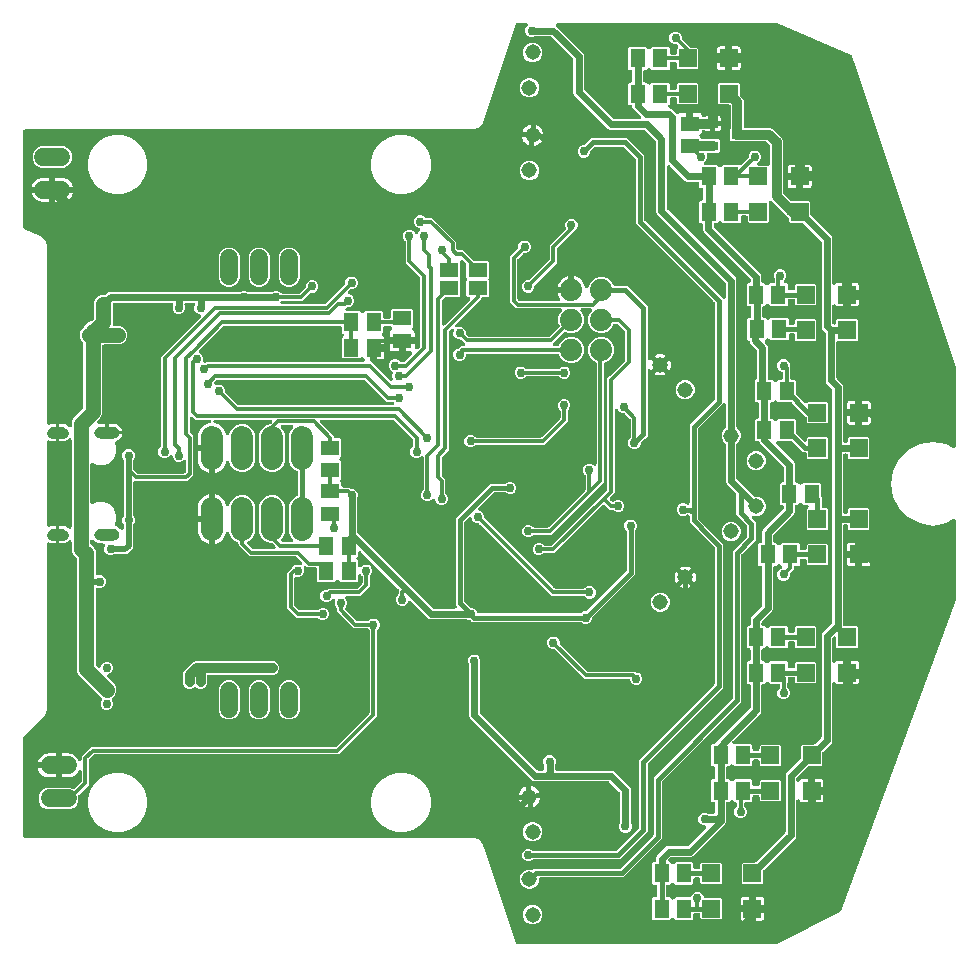
<source format=gbr>
G04 EAGLE Gerber RS-274X export*
G75*
%MOMM*%
%FSLAX34Y34*%
%LPD*%
%INBottom Copper*%
%IPPOS*%
%AMOC8*
5,1,8,0,0,1.08239X$1,22.5*%
G01*
%ADD10C,1.308000*%
%ADD11C,0.908000*%
%ADD12C,1.524000*%
%ADD13C,1.879600*%
%ADD14R,1.500000X1.500000*%
%ADD15R,1.300000X1.600000*%
%ADD16R,0.900000X0.800000*%
%ADD17R,1.600000X1.300000*%
%ADD18C,1.508000*%
%ADD19C,1.879600*%
%ADD20R,1.300000X1.500000*%
%ADD21R,1.600200X1.168400*%
%ADD22C,0.756400*%
%ADD23C,0.812800*%
%ADD24C,0.609600*%
%ADD25C,0.406400*%
%ADD26C,0.304800*%
%ADD27C,1.270000*%
%ADD28C,0.508000*%

G36*
X627298Y10167D02*
X627298Y10167D01*
X627354Y10165D01*
X627470Y10187D01*
X627588Y10201D01*
X627641Y10220D01*
X627696Y10230D01*
X627902Y10313D01*
X627916Y10318D01*
X627919Y10320D01*
X627923Y10322D01*
X681328Y37024D01*
X681413Y37079D01*
X681502Y37126D01*
X681558Y37174D01*
X681620Y37214D01*
X681690Y37288D01*
X681766Y37354D01*
X681810Y37413D01*
X681860Y37466D01*
X681912Y37553D01*
X681972Y37635D01*
X682013Y37725D01*
X682038Y37766D01*
X682049Y37801D01*
X682075Y37857D01*
X779744Y301565D01*
X779780Y301708D01*
X779820Y301850D01*
X779822Y301883D01*
X779827Y301904D01*
X779828Y301952D01*
X779839Y302094D01*
X779839Y368225D01*
X779835Y368260D01*
X779838Y368296D01*
X779815Y368433D01*
X779799Y368571D01*
X779787Y368605D01*
X779782Y368640D01*
X779729Y368768D01*
X779682Y368899D01*
X779662Y368929D01*
X779649Y368962D01*
X779568Y369075D01*
X779493Y369192D01*
X779467Y369217D01*
X779446Y369246D01*
X779342Y369337D01*
X779242Y369434D01*
X779211Y369452D01*
X779184Y369476D01*
X779062Y369541D01*
X778943Y369613D01*
X778909Y369624D01*
X778877Y369641D01*
X778743Y369677D01*
X778611Y369719D01*
X778575Y369722D01*
X778541Y369731D01*
X778402Y369736D01*
X778264Y369747D01*
X778228Y369742D01*
X778192Y369743D01*
X778057Y369716D01*
X777919Y369695D01*
X777886Y369682D01*
X777851Y369675D01*
X777624Y369582D01*
X770983Y366198D01*
X760000Y364458D01*
X749017Y366198D01*
X739109Y371246D01*
X731246Y379109D01*
X726198Y389017D01*
X724458Y400000D01*
X726198Y410983D01*
X731246Y420891D01*
X739109Y428754D01*
X749017Y433802D01*
X760000Y435542D01*
X770983Y433802D01*
X777624Y430418D01*
X777658Y430406D01*
X777689Y430387D01*
X777821Y430345D01*
X777951Y430297D01*
X777987Y430292D01*
X778021Y430281D01*
X778159Y430270D01*
X778297Y430252D01*
X778333Y430256D01*
X778368Y430253D01*
X778505Y430274D01*
X778643Y430288D01*
X778677Y430299D01*
X778713Y430305D01*
X778842Y430356D01*
X778973Y430401D01*
X779003Y430420D01*
X779037Y430433D01*
X779151Y430513D01*
X779268Y430586D01*
X779293Y430612D01*
X779323Y430632D01*
X779416Y430735D01*
X779514Y430834D01*
X779532Y430865D01*
X779556Y430891D01*
X779623Y431013D01*
X779696Y431131D01*
X779708Y431165D01*
X779725Y431196D01*
X779763Y431330D01*
X779807Y431461D01*
X779810Y431497D01*
X779820Y431532D01*
X779839Y431775D01*
X779839Y498104D01*
X779825Y498226D01*
X779820Y498348D01*
X779804Y498413D01*
X779799Y498450D01*
X779784Y498494D01*
X779761Y498586D01*
X692020Y761809D01*
X691947Y761965D01*
X691876Y762119D01*
X691874Y762122D01*
X691873Y762125D01*
X691767Y762260D01*
X691662Y762394D01*
X691660Y762396D01*
X691657Y762399D01*
X691521Y762509D01*
X691391Y762614D01*
X691388Y762615D01*
X691385Y762617D01*
X691373Y762623D01*
X691175Y762728D01*
X628202Y789716D01*
X628191Y789719D01*
X628181Y789725D01*
X628023Y789769D01*
X627868Y789816D01*
X627857Y789817D01*
X627846Y789820D01*
X627602Y789839D01*
X442553Y789839D01*
X442453Y789828D01*
X442353Y789826D01*
X442281Y789808D01*
X442207Y789799D01*
X442112Y789766D01*
X442015Y789741D01*
X441949Y789707D01*
X441879Y789682D01*
X441794Y789627D01*
X441705Y789581D01*
X441648Y789533D01*
X441586Y789493D01*
X441516Y789421D01*
X441440Y789356D01*
X441395Y789296D01*
X441344Y789242D01*
X441292Y789156D01*
X441232Y789075D01*
X441203Y789007D01*
X441165Y788943D01*
X441134Y788847D01*
X441094Y788755D01*
X441081Y788682D01*
X441059Y788611D01*
X441051Y788511D01*
X441033Y788412D01*
X441037Y788338D01*
X441031Y788264D01*
X441046Y788164D01*
X441051Y788064D01*
X441071Y787993D01*
X441082Y787919D01*
X441119Y787826D01*
X441147Y787729D01*
X441184Y787664D01*
X441211Y787595D01*
X441268Y787513D01*
X441317Y787425D01*
X441383Y787349D01*
X441410Y787309D01*
X441436Y787285D01*
X441476Y787239D01*
X443003Y785712D01*
X464125Y764590D01*
X464821Y762910D01*
X464821Y734045D01*
X464835Y733919D01*
X464842Y733793D01*
X464855Y733747D01*
X464861Y733699D01*
X464903Y733580D01*
X464938Y733458D01*
X464962Y733416D01*
X464978Y733371D01*
X465047Y733264D01*
X465108Y733154D01*
X465148Y733108D01*
X465167Y733078D01*
X465202Y733044D01*
X465267Y732968D01*
X489128Y709107D01*
X489227Y709028D01*
X489321Y708944D01*
X489363Y708920D01*
X489401Y708890D01*
X489515Y708836D01*
X489626Y708775D01*
X489672Y708762D01*
X489716Y708741D01*
X489839Y708715D01*
X489961Y708680D01*
X490022Y708675D01*
X490057Y708668D01*
X490105Y708669D01*
X490205Y708661D01*
X511695Y708661D01*
X511795Y708672D01*
X511895Y708674D01*
X511967Y708692D01*
X512041Y708701D01*
X512136Y708734D01*
X512233Y708759D01*
X512299Y708793D01*
X512369Y708818D01*
X512454Y708873D01*
X512543Y708919D01*
X512600Y708967D01*
X512662Y709007D01*
X512732Y709079D01*
X512808Y709144D01*
X512853Y709204D01*
X512904Y709258D01*
X512956Y709344D01*
X513016Y709425D01*
X513045Y709493D01*
X513083Y709557D01*
X513114Y709653D01*
X513154Y709745D01*
X513167Y709818D01*
X513189Y709889D01*
X513197Y709989D01*
X513215Y710088D01*
X513211Y710162D01*
X513217Y710236D01*
X513202Y710336D01*
X513197Y710436D01*
X513177Y710507D01*
X513166Y710581D01*
X513129Y710674D01*
X513101Y710771D01*
X513064Y710836D01*
X513037Y710905D01*
X512980Y710987D01*
X512931Y711075D01*
X512865Y711151D01*
X512838Y711191D01*
X512812Y711215D01*
X512772Y711261D01*
X506623Y717410D01*
X505906Y719143D01*
X505904Y719151D01*
X505887Y719298D01*
X505879Y719323D01*
X505875Y719349D01*
X505820Y719487D01*
X505770Y719626D01*
X505756Y719648D01*
X505746Y719673D01*
X505661Y719794D01*
X505581Y719919D01*
X505562Y719937D01*
X505547Y719959D01*
X505437Y720058D01*
X505330Y720161D01*
X505308Y720175D01*
X505288Y720192D01*
X505158Y720264D01*
X505031Y720340D01*
X505006Y720348D01*
X504983Y720361D01*
X504840Y720401D01*
X504699Y720446D01*
X504673Y720448D01*
X504648Y720456D01*
X504404Y720475D01*
X503368Y720475D01*
X502475Y721368D01*
X502475Y738632D01*
X503368Y739525D01*
X504404Y739525D01*
X504430Y739528D01*
X504456Y739526D01*
X504603Y739548D01*
X504750Y739565D01*
X504775Y739573D01*
X504801Y739577D01*
X504939Y739632D01*
X505078Y739682D01*
X505100Y739696D01*
X505125Y739706D01*
X505246Y739791D01*
X505371Y739871D01*
X505389Y739890D01*
X505411Y739905D01*
X505510Y740015D01*
X505613Y740122D01*
X505627Y740144D01*
X505644Y740164D01*
X505716Y740294D01*
X505792Y740421D01*
X505800Y740446D01*
X505813Y740469D01*
X505853Y740612D01*
X505898Y740753D01*
X505900Y740779D01*
X505908Y740804D01*
X505927Y741048D01*
X505927Y748952D01*
X505925Y748972D01*
X505926Y748989D01*
X505926Y748994D01*
X505926Y749004D01*
X505904Y749151D01*
X505887Y749298D01*
X505879Y749323D01*
X505875Y749349D01*
X505820Y749487D01*
X505770Y749626D01*
X505756Y749648D01*
X505746Y749673D01*
X505661Y749794D01*
X505581Y749919D01*
X505562Y749937D01*
X505547Y749959D01*
X505437Y750058D01*
X505330Y750161D01*
X505308Y750175D01*
X505288Y750192D01*
X505158Y750264D01*
X505031Y750340D01*
X505006Y750348D01*
X504983Y750361D01*
X504840Y750401D01*
X504699Y750446D01*
X504673Y750448D01*
X504648Y750456D01*
X504404Y750475D01*
X503368Y750475D01*
X502475Y751368D01*
X502475Y768632D01*
X503368Y769525D01*
X517632Y769525D01*
X518923Y768233D01*
X518943Y768217D01*
X518960Y768197D01*
X519080Y768109D01*
X519196Y768017D01*
X519220Y768006D01*
X519241Y767990D01*
X519377Y767931D01*
X519511Y767868D01*
X519537Y767862D01*
X519561Y767852D01*
X519707Y767826D01*
X519852Y767794D01*
X519878Y767795D01*
X519904Y767790D01*
X520052Y767798D01*
X520200Y767800D01*
X520226Y767807D01*
X520252Y767808D01*
X520394Y767849D01*
X520538Y767885D01*
X520561Y767897D01*
X520587Y767905D01*
X520716Y767977D01*
X520848Y768045D01*
X520868Y768062D01*
X520891Y768075D01*
X521077Y768233D01*
X522368Y769525D01*
X536632Y769525D01*
X537525Y768632D01*
X537525Y764572D01*
X537528Y764546D01*
X537526Y764520D01*
X537548Y764373D01*
X537565Y764226D01*
X537573Y764201D01*
X537577Y764175D01*
X537632Y764037D01*
X537682Y763898D01*
X537696Y763876D01*
X537706Y763851D01*
X537791Y763730D01*
X537871Y763605D01*
X537890Y763587D01*
X537905Y763565D01*
X538015Y763466D01*
X538122Y763363D01*
X538144Y763349D01*
X538164Y763332D01*
X538294Y763260D01*
X538421Y763184D01*
X538446Y763176D01*
X538469Y763163D01*
X538612Y763123D01*
X538753Y763078D01*
X538779Y763076D01*
X538804Y763068D01*
X539048Y763049D01*
X541952Y763049D01*
X541978Y763052D01*
X542004Y763050D01*
X542151Y763072D01*
X542298Y763089D01*
X542323Y763097D01*
X542349Y763101D01*
X542487Y763156D01*
X542626Y763206D01*
X542648Y763220D01*
X542673Y763230D01*
X542794Y763315D01*
X542919Y763395D01*
X542937Y763414D01*
X542959Y763429D01*
X543058Y763539D01*
X543161Y763646D01*
X543175Y763668D01*
X543192Y763688D01*
X543264Y763818D01*
X543340Y763945D01*
X543348Y763970D01*
X543361Y763993D01*
X543401Y764136D01*
X543446Y764277D01*
X543448Y764303D01*
X543456Y764328D01*
X543475Y764572D01*
X543475Y768132D01*
X544331Y768987D01*
X544347Y769008D01*
X544367Y769025D01*
X544455Y769144D01*
X544548Y769260D01*
X544559Y769284D01*
X544574Y769305D01*
X544633Y769441D01*
X544697Y769575D01*
X544702Y769601D01*
X544712Y769625D01*
X544739Y769771D01*
X544770Y769916D01*
X544769Y769942D01*
X544774Y769968D01*
X544766Y770117D01*
X544764Y770265D01*
X544758Y770290D01*
X544756Y770316D01*
X544715Y770459D01*
X544679Y770602D01*
X544667Y770626D01*
X544660Y770651D01*
X544587Y770781D01*
X544519Y770912D01*
X544502Y770932D01*
X544489Y770955D01*
X544331Y771142D01*
X543985Y771487D01*
X543886Y771566D01*
X543792Y771650D01*
X543750Y771674D01*
X543712Y771704D01*
X543598Y771758D01*
X543487Y771819D01*
X543441Y771832D01*
X543397Y771853D01*
X543274Y771879D01*
X543152Y771914D01*
X543091Y771919D01*
X543056Y771926D01*
X543008Y771925D01*
X542908Y771933D01*
X541488Y771933D01*
X539538Y772741D01*
X538045Y774234D01*
X537237Y776184D01*
X537237Y778296D01*
X538045Y780246D01*
X539538Y781739D01*
X541488Y782547D01*
X543600Y782547D01*
X545550Y781739D01*
X547043Y780246D01*
X547851Y778296D01*
X547851Y776876D01*
X547865Y776750D01*
X547872Y776624D01*
X547885Y776578D01*
X547891Y776530D01*
X547933Y776411D01*
X547968Y776289D01*
X547992Y776247D01*
X548008Y776201D01*
X548077Y776095D01*
X548138Y775985D01*
X548178Y775939D01*
X548197Y775909D01*
X548232Y775875D01*
X548297Y775799D01*
X553316Y770779D01*
X553317Y770779D01*
X554625Y769471D01*
X554724Y769392D01*
X554818Y769308D01*
X554860Y769284D01*
X554898Y769254D01*
X555012Y769200D01*
X555123Y769139D01*
X555169Y769126D01*
X555213Y769105D01*
X555336Y769079D01*
X555458Y769044D01*
X555519Y769039D01*
X555553Y769032D01*
X555601Y769033D01*
X555702Y769025D01*
X560632Y769025D01*
X561525Y768132D01*
X561525Y751868D01*
X560632Y750975D01*
X544368Y750975D01*
X543475Y751868D01*
X543475Y755428D01*
X543472Y755454D01*
X543474Y755480D01*
X543452Y755627D01*
X543435Y755774D01*
X543427Y755799D01*
X543423Y755825D01*
X543368Y755963D01*
X543318Y756102D01*
X543304Y756124D01*
X543294Y756149D01*
X543209Y756270D01*
X543129Y756395D01*
X543110Y756413D01*
X543095Y756435D01*
X542985Y756534D01*
X542878Y756637D01*
X542856Y756651D01*
X542836Y756668D01*
X542706Y756740D01*
X542579Y756816D01*
X542554Y756824D01*
X542531Y756837D01*
X542388Y756877D01*
X542247Y756922D01*
X542221Y756924D01*
X542196Y756932D01*
X541952Y756951D01*
X539048Y756951D01*
X539022Y756948D01*
X538996Y756950D01*
X538849Y756928D01*
X538702Y756911D01*
X538677Y756903D01*
X538651Y756899D01*
X538513Y756844D01*
X538374Y756794D01*
X538352Y756780D01*
X538327Y756770D01*
X538206Y756685D01*
X538081Y756605D01*
X538063Y756586D01*
X538041Y756571D01*
X537942Y756461D01*
X537839Y756354D01*
X537825Y756332D01*
X537808Y756312D01*
X537736Y756182D01*
X537660Y756055D01*
X537652Y756030D01*
X537639Y756007D01*
X537599Y755864D01*
X537554Y755723D01*
X537552Y755697D01*
X537544Y755672D01*
X537525Y755428D01*
X537525Y751368D01*
X536632Y750475D01*
X522368Y750475D01*
X521077Y751767D01*
X521057Y751783D01*
X521040Y751803D01*
X520920Y751891D01*
X520804Y751983D01*
X520780Y751994D01*
X520759Y752010D01*
X520623Y752069D01*
X520489Y752132D01*
X520463Y752138D01*
X520439Y752148D01*
X520293Y752174D01*
X520148Y752206D01*
X520122Y752205D01*
X520096Y752210D01*
X519948Y752202D01*
X519800Y752200D01*
X519774Y752193D01*
X519748Y752192D01*
X519606Y752151D01*
X519462Y752115D01*
X519439Y752103D01*
X519413Y752095D01*
X519284Y752023D01*
X519152Y751955D01*
X519132Y751938D01*
X519109Y751925D01*
X518923Y751767D01*
X517632Y750475D01*
X516596Y750475D01*
X516570Y750472D01*
X516544Y750474D01*
X516397Y750452D01*
X516250Y750435D01*
X516225Y750427D01*
X516199Y750423D01*
X516061Y750368D01*
X515922Y750318D01*
X515900Y750304D01*
X515875Y750294D01*
X515754Y750209D01*
X515629Y750129D01*
X515611Y750110D01*
X515589Y750095D01*
X515490Y749985D01*
X515387Y749878D01*
X515373Y749856D01*
X515356Y749836D01*
X515284Y749706D01*
X515208Y749579D01*
X515200Y749554D01*
X515187Y749531D01*
X515147Y749388D01*
X515102Y749247D01*
X515100Y749221D01*
X515092Y749196D01*
X515073Y748952D01*
X515073Y741048D01*
X515076Y741022D01*
X515074Y740996D01*
X515096Y740849D01*
X515113Y740702D01*
X515121Y740677D01*
X515125Y740651D01*
X515180Y740513D01*
X515230Y740374D01*
X515244Y740352D01*
X515254Y740327D01*
X515339Y740206D01*
X515419Y740081D01*
X515438Y740063D01*
X515453Y740041D01*
X515563Y739942D01*
X515670Y739839D01*
X515692Y739825D01*
X515712Y739808D01*
X515842Y739736D01*
X515969Y739660D01*
X515994Y739652D01*
X516017Y739639D01*
X516160Y739599D01*
X516301Y739554D01*
X516327Y739552D01*
X516352Y739544D01*
X516596Y739525D01*
X517632Y739525D01*
X518923Y738233D01*
X518943Y738217D01*
X518960Y738197D01*
X519080Y738109D01*
X519196Y738017D01*
X519220Y738006D01*
X519241Y737990D01*
X519377Y737931D01*
X519511Y737868D01*
X519537Y737862D01*
X519561Y737852D01*
X519707Y737826D01*
X519852Y737794D01*
X519878Y737795D01*
X519904Y737790D01*
X520052Y737798D01*
X520200Y737800D01*
X520226Y737807D01*
X520252Y737808D01*
X520394Y737849D01*
X520538Y737885D01*
X520561Y737897D01*
X520587Y737905D01*
X520716Y737977D01*
X520848Y738045D01*
X520868Y738062D01*
X520891Y738075D01*
X521077Y738233D01*
X522368Y739525D01*
X536632Y739525D01*
X537525Y738632D01*
X537525Y734572D01*
X537528Y734546D01*
X537526Y734520D01*
X537548Y734373D01*
X537565Y734226D01*
X537573Y734201D01*
X537577Y734175D01*
X537632Y734037D01*
X537682Y733898D01*
X537696Y733876D01*
X537706Y733851D01*
X537791Y733730D01*
X537871Y733605D01*
X537890Y733587D01*
X537905Y733565D01*
X538015Y733466D01*
X538122Y733363D01*
X538144Y733349D01*
X538164Y733332D01*
X538294Y733260D01*
X538421Y733184D01*
X538446Y733176D01*
X538469Y733163D01*
X538612Y733123D01*
X538753Y733078D01*
X538779Y733076D01*
X538804Y733068D01*
X539048Y733049D01*
X541952Y733049D01*
X541978Y733052D01*
X542004Y733050D01*
X542151Y733072D01*
X542298Y733089D01*
X542323Y733097D01*
X542349Y733101D01*
X542487Y733156D01*
X542626Y733206D01*
X542648Y733220D01*
X542673Y733230D01*
X542794Y733315D01*
X542919Y733395D01*
X542937Y733414D01*
X542959Y733429D01*
X543058Y733539D01*
X543161Y733646D01*
X543175Y733668D01*
X543192Y733688D01*
X543264Y733818D01*
X543340Y733945D01*
X543348Y733970D01*
X543361Y733993D01*
X543401Y734136D01*
X543446Y734277D01*
X543448Y734303D01*
X543456Y734328D01*
X543475Y734572D01*
X543475Y738132D01*
X544368Y739025D01*
X560632Y739025D01*
X561525Y738132D01*
X561525Y721868D01*
X560632Y720975D01*
X544368Y720975D01*
X543475Y721868D01*
X543475Y725428D01*
X543472Y725454D01*
X543474Y725480D01*
X543452Y725627D01*
X543435Y725774D01*
X543427Y725799D01*
X543423Y725825D01*
X543368Y725963D01*
X543318Y726102D01*
X543304Y726124D01*
X543294Y726149D01*
X543209Y726270D01*
X543129Y726395D01*
X543110Y726413D01*
X543095Y726435D01*
X542985Y726534D01*
X542878Y726637D01*
X542856Y726651D01*
X542836Y726668D01*
X542706Y726740D01*
X542579Y726816D01*
X542554Y726824D01*
X542531Y726837D01*
X542388Y726877D01*
X542247Y726922D01*
X542221Y726924D01*
X542196Y726932D01*
X541952Y726951D01*
X539048Y726951D01*
X539022Y726948D01*
X538996Y726950D01*
X538849Y726928D01*
X538702Y726911D01*
X538677Y726903D01*
X538651Y726899D01*
X538513Y726844D01*
X538374Y726794D01*
X538352Y726780D01*
X538327Y726770D01*
X538205Y726685D01*
X538081Y726605D01*
X538063Y726586D01*
X538041Y726571D01*
X537942Y726461D01*
X537839Y726354D01*
X537825Y726332D01*
X537808Y726312D01*
X537736Y726182D01*
X537660Y726055D01*
X537652Y726030D01*
X537639Y726007D01*
X537599Y725864D01*
X537554Y725723D01*
X537552Y725697D01*
X537544Y725672D01*
X537525Y725428D01*
X537525Y721368D01*
X536561Y720405D01*
X536499Y720326D01*
X536429Y720254D01*
X536391Y720190D01*
X536345Y720132D01*
X536302Y720041D01*
X536250Y719955D01*
X536228Y719884D01*
X536196Y719817D01*
X536175Y719719D01*
X536144Y719623D01*
X536138Y719549D01*
X536122Y719476D01*
X536124Y719376D01*
X536116Y719276D01*
X536127Y719202D01*
X536128Y719128D01*
X536153Y719031D01*
X536168Y718931D01*
X536195Y718862D01*
X536213Y718790D01*
X536259Y718701D01*
X536297Y718607D01*
X536339Y718546D01*
X536373Y718480D01*
X536438Y718404D01*
X536495Y718321D01*
X536551Y718271D01*
X536599Y718215D01*
X536680Y718155D01*
X536754Y718088D01*
X536819Y718052D01*
X536879Y718007D01*
X536971Y717968D01*
X537059Y717919D01*
X537129Y717900D01*
X537148Y717892D01*
X537199Y717869D01*
X537203Y717869D01*
X539038Y717109D01*
X540539Y715608D01*
X542674Y713472D01*
X542675Y713472D01*
X542676Y713471D01*
X542815Y713361D01*
X542947Y713256D01*
X542949Y713255D01*
X542950Y713254D01*
X543110Y713179D01*
X543262Y713107D01*
X543264Y713107D01*
X543265Y713106D01*
X543439Y713069D01*
X543603Y713034D01*
X543604Y713034D01*
X543606Y713033D01*
X543789Y713037D01*
X543952Y713040D01*
X543953Y713040D01*
X543954Y713040D01*
X544127Y713084D01*
X544290Y713125D01*
X544291Y713125D01*
X544292Y713126D01*
X544513Y713230D01*
X545263Y713664D01*
X545909Y713837D01*
X551197Y713837D01*
X551197Y706320D01*
X551200Y706294D01*
X551198Y706268D01*
X551220Y706121D01*
X551237Y705974D01*
X551245Y705949D01*
X551249Y705923D01*
X551304Y705785D01*
X551354Y705646D01*
X551368Y705624D01*
X551378Y705599D01*
X551463Y705478D01*
X551543Y705353D01*
X551562Y705335D01*
X551577Y705313D01*
X551687Y705214D01*
X551794Y705111D01*
X551816Y705097D01*
X551836Y705080D01*
X551966Y705008D01*
X552093Y704932D01*
X552118Y704924D01*
X552141Y704911D01*
X552284Y704871D01*
X552425Y704826D01*
X552451Y704824D01*
X552476Y704816D01*
X552720Y704797D01*
X554245Y704797D01*
X554245Y703272D01*
X554248Y703246D01*
X554246Y703220D01*
X554268Y703073D01*
X554285Y702926D01*
X554294Y702901D01*
X554297Y702875D01*
X554352Y702737D01*
X554402Y702598D01*
X554416Y702576D01*
X554426Y702551D01*
X554511Y702430D01*
X554591Y702305D01*
X554610Y702287D01*
X554625Y702265D01*
X554735Y702166D01*
X554842Y702063D01*
X554864Y702049D01*
X554884Y702032D01*
X555014Y701960D01*
X555141Y701884D01*
X555166Y701876D01*
X555189Y701863D01*
X555332Y701823D01*
X555473Y701778D01*
X555499Y701776D01*
X555524Y701768D01*
X555768Y701749D01*
X565236Y701749D01*
X565262Y701752D01*
X565288Y701750D01*
X565435Y701772D01*
X565582Y701789D01*
X565607Y701797D01*
X565633Y701801D01*
X565771Y701856D01*
X565910Y701906D01*
X565932Y701920D01*
X565957Y701930D01*
X566078Y702015D01*
X566203Y702095D01*
X566221Y702114D01*
X566243Y702129D01*
X566342Y702239D01*
X566445Y702346D01*
X566459Y702368D01*
X566476Y702388D01*
X566548Y702518D01*
X566624Y702645D01*
X566632Y702670D01*
X566645Y702693D01*
X566674Y702797D01*
X571801Y702797D01*
X571801Y698255D01*
X568965Y698255D01*
X568319Y698428D01*
X567740Y698763D01*
X567385Y699118D01*
X567307Y699180D01*
X567234Y699250D01*
X567170Y699288D01*
X567112Y699334D01*
X567021Y699377D01*
X566935Y699429D01*
X566864Y699452D01*
X566797Y699483D01*
X566699Y699504D01*
X566603Y699535D01*
X566529Y699541D01*
X566456Y699557D01*
X566356Y699555D01*
X566256Y699563D01*
X566182Y699552D01*
X566108Y699551D01*
X566010Y699526D01*
X565911Y699511D01*
X565842Y699484D01*
X565770Y699466D01*
X565681Y699420D01*
X565587Y699383D01*
X565526Y699340D01*
X565460Y699306D01*
X565384Y699241D01*
X565301Y699184D01*
X565251Y699129D01*
X565195Y699080D01*
X565135Y698999D01*
X565068Y698925D01*
X565032Y698860D01*
X564987Y698800D01*
X564948Y698708D01*
X564899Y698620D01*
X564879Y698548D01*
X564849Y698480D01*
X564832Y698381D01*
X564804Y698284D01*
X564796Y698184D01*
X564788Y698137D01*
X564790Y698101D01*
X564785Y698041D01*
X564785Y697961D01*
X564612Y697315D01*
X564277Y696736D01*
X563804Y696263D01*
X563386Y696022D01*
X563345Y695991D01*
X563300Y695968D01*
X563206Y695888D01*
X563106Y695814D01*
X563073Y695775D01*
X563035Y695742D01*
X562961Y695643D01*
X562881Y695548D01*
X562858Y695503D01*
X562827Y695462D01*
X562778Y695348D01*
X562722Y695238D01*
X562710Y695189D01*
X562689Y695142D01*
X562668Y695020D01*
X562638Y694900D01*
X562637Y694849D01*
X562628Y694799D01*
X562634Y694675D01*
X562632Y694552D01*
X562643Y694502D01*
X562646Y694451D01*
X562680Y694332D01*
X562706Y694211D01*
X562728Y694165D01*
X562742Y694116D01*
X562803Y694008D01*
X562856Y693896D01*
X562887Y693856D01*
X562912Y693812D01*
X563071Y693625D01*
X563769Y692928D01*
X563769Y692908D01*
X563772Y692882D01*
X563770Y692856D01*
X563792Y692709D01*
X563809Y692562D01*
X563817Y692537D01*
X563821Y692511D01*
X563876Y692373D01*
X563926Y692234D01*
X563940Y692212D01*
X563950Y692187D01*
X564035Y692066D01*
X564115Y691941D01*
X564134Y691923D01*
X564149Y691901D01*
X564259Y691802D01*
X564366Y691699D01*
X564388Y691685D01*
X564408Y691668D01*
X564538Y691596D01*
X564665Y691520D01*
X564690Y691512D01*
X564713Y691499D01*
X564856Y691459D01*
X564997Y691414D01*
X565023Y691412D01*
X565048Y691404D01*
X565292Y691385D01*
X574968Y691385D01*
X575121Y691341D01*
X575123Y691341D01*
X575125Y691340D01*
X575369Y691321D01*
X578932Y691321D01*
X579825Y690428D01*
X579825Y681164D01*
X578932Y680271D01*
X575369Y680271D01*
X575367Y680271D01*
X575365Y680271D01*
X575193Y680251D01*
X575023Y680231D01*
X575021Y680231D01*
X575019Y680230D01*
X574947Y680207D01*
X570433Y680207D01*
X570283Y680190D01*
X570133Y680178D01*
X570110Y680170D01*
X570086Y680167D01*
X569945Y680117D01*
X569802Y680070D01*
X569781Y680058D01*
X569758Y680050D01*
X569632Y679968D01*
X569503Y679891D01*
X569486Y679874D01*
X569466Y679861D01*
X569361Y679753D01*
X569253Y679648D01*
X569240Y679628D01*
X569223Y679610D01*
X569146Y679481D01*
X569065Y679355D01*
X569057Y679332D01*
X569045Y679311D01*
X568999Y679168D01*
X568948Y679026D01*
X568946Y679002D01*
X568938Y678979D01*
X568926Y678830D01*
X568909Y678680D01*
X568912Y678656D01*
X568910Y678632D01*
X568933Y678483D01*
X568950Y678334D01*
X568959Y678306D01*
X568962Y678287D01*
X568979Y678243D01*
X569025Y678101D01*
X569187Y677712D01*
X569187Y675600D01*
X568379Y673650D01*
X566854Y672125D01*
X566791Y672046D01*
X566722Y671974D01*
X566683Y671910D01*
X566637Y671852D01*
X566594Y671761D01*
X566543Y671675D01*
X566520Y671604D01*
X566488Y671537D01*
X566467Y671439D01*
X566437Y671343D01*
X566431Y671269D01*
X566415Y671196D01*
X566417Y671096D01*
X566409Y670996D01*
X566420Y670922D01*
X566421Y670848D01*
X566445Y670751D01*
X566460Y670651D01*
X566488Y670582D01*
X566506Y670510D01*
X566552Y670421D01*
X566589Y670327D01*
X566632Y670266D01*
X566666Y670200D01*
X566731Y670124D01*
X566788Y670041D01*
X566843Y669991D01*
X566891Y669935D01*
X566972Y669875D01*
X567047Y669808D01*
X567112Y669772D01*
X567172Y669727D01*
X567264Y669688D01*
X567352Y669639D01*
X567423Y669619D01*
X567492Y669589D01*
X567591Y669572D01*
X567687Y669544D01*
X567787Y669536D01*
X567835Y669528D01*
X567870Y669530D01*
X567931Y669525D01*
X577632Y669525D01*
X578923Y668233D01*
X578943Y668217D01*
X578960Y668197D01*
X579080Y668109D01*
X579196Y668017D01*
X579220Y668006D01*
X579241Y667990D01*
X579377Y667931D01*
X579511Y667868D01*
X579537Y667862D01*
X579561Y667852D01*
X579707Y667826D01*
X579852Y667794D01*
X579878Y667795D01*
X579904Y667790D01*
X580052Y667798D01*
X580200Y667800D01*
X580226Y667807D01*
X580252Y667808D01*
X580394Y667849D01*
X580538Y667885D01*
X580561Y667897D01*
X580587Y667905D01*
X580716Y667977D01*
X580848Y668045D01*
X580868Y668062D01*
X580891Y668075D01*
X581077Y668233D01*
X582368Y669525D01*
X596797Y669525D01*
X596905Y669474D01*
X596931Y669468D01*
X596955Y669458D01*
X597101Y669431D01*
X597246Y669400D01*
X597272Y669401D01*
X597298Y669396D01*
X597446Y669404D01*
X597594Y669406D01*
X597620Y669412D01*
X597646Y669414D01*
X597789Y669455D01*
X597932Y669491D01*
X597956Y669503D01*
X597981Y669510D01*
X598111Y669583D01*
X598242Y669651D01*
X598262Y669668D01*
X598285Y669681D01*
X598471Y669839D01*
X603847Y675215D01*
X603926Y675314D01*
X604010Y675408D01*
X604034Y675450D01*
X604064Y675488D01*
X604118Y675602D01*
X604179Y675713D01*
X604192Y675759D01*
X604213Y675803D01*
X604239Y675926D01*
X604274Y676048D01*
X604279Y676109D01*
X604286Y676144D01*
X604285Y676192D01*
X604293Y676292D01*
X604293Y677712D01*
X605101Y679662D01*
X606594Y681155D01*
X608544Y681963D01*
X610656Y681963D01*
X612606Y681155D01*
X614099Y679662D01*
X614907Y677712D01*
X614907Y675600D01*
X614099Y673650D01*
X612606Y672157D01*
X612119Y671955D01*
X612075Y671931D01*
X612027Y671914D01*
X611923Y671846D01*
X611814Y671786D01*
X611777Y671752D01*
X611734Y671725D01*
X611648Y671635D01*
X611556Y671552D01*
X611527Y671510D01*
X611492Y671474D01*
X611428Y671367D01*
X611358Y671265D01*
X611339Y671218D01*
X611313Y671175D01*
X611275Y671057D01*
X611230Y670941D01*
X611222Y670891D01*
X611207Y670843D01*
X611197Y670719D01*
X611179Y670596D01*
X611183Y670546D01*
X611179Y670496D01*
X611198Y670373D01*
X611208Y670249D01*
X611223Y670201D01*
X611231Y670151D01*
X611277Y670035D01*
X611315Y669917D01*
X611341Y669874D01*
X611360Y669827D01*
X611431Y669725D01*
X611495Y669619D01*
X611530Y669582D01*
X611558Y669541D01*
X611651Y669458D01*
X611737Y669369D01*
X611780Y669341D01*
X611817Y669308D01*
X611926Y669247D01*
X612031Y669180D01*
X612078Y669164D01*
X612122Y669139D01*
X612242Y669105D01*
X612359Y669064D01*
X612409Y669058D01*
X612458Y669044D01*
X612701Y669025D01*
X620776Y669025D01*
X620802Y669028D01*
X620828Y669026D01*
X620975Y669048D01*
X621122Y669065D01*
X621147Y669073D01*
X621173Y669077D01*
X621311Y669132D01*
X621450Y669182D01*
X621472Y669196D01*
X621497Y669206D01*
X621618Y669291D01*
X621743Y669371D01*
X621761Y669390D01*
X621783Y669405D01*
X621882Y669515D01*
X621985Y669622D01*
X621999Y669644D01*
X622016Y669664D01*
X622088Y669794D01*
X622164Y669921D01*
X622172Y669946D01*
X622185Y669969D01*
X622225Y670112D01*
X622270Y670253D01*
X622272Y670279D01*
X622280Y670304D01*
X622299Y670548D01*
X622299Y685902D01*
X622285Y686028D01*
X622278Y686154D01*
X622265Y686200D01*
X622259Y686248D01*
X622217Y686367D01*
X622182Y686489D01*
X622158Y686531D01*
X622142Y686576D01*
X622073Y686683D01*
X622012Y686793D01*
X621972Y686839D01*
X621953Y686869D01*
X621918Y686903D01*
X621853Y686979D01*
X619571Y689261D01*
X619472Y689340D01*
X619378Y689424D01*
X619336Y689448D01*
X619298Y689478D01*
X619184Y689532D01*
X619073Y689593D01*
X619027Y689606D01*
X618983Y689627D01*
X618860Y689653D01*
X618738Y689688D01*
X618677Y689693D01*
X618642Y689700D01*
X618594Y689699D01*
X618494Y689707D01*
X593632Y689707D01*
X593479Y689751D01*
X593477Y689751D01*
X593475Y689752D01*
X593231Y689771D01*
X589668Y689771D01*
X588775Y690664D01*
X588775Y699930D01*
X588844Y700016D01*
X588928Y700110D01*
X588952Y700153D01*
X588982Y700190D01*
X589036Y700304D01*
X589097Y700415D01*
X589110Y700462D01*
X589131Y700505D01*
X589157Y700629D01*
X589192Y700751D01*
X589197Y700811D01*
X589204Y700846D01*
X589203Y700894D01*
X589211Y700994D01*
X589211Y719452D01*
X589208Y719478D01*
X589210Y719504D01*
X589188Y719651D01*
X589171Y719798D01*
X589163Y719823D01*
X589159Y719849D01*
X589104Y719987D01*
X589054Y720126D01*
X589040Y720148D01*
X589030Y720173D01*
X588945Y720294D01*
X588865Y720419D01*
X588846Y720437D01*
X588831Y720459D01*
X588721Y720558D01*
X588614Y720661D01*
X588592Y720675D01*
X588572Y720692D01*
X588442Y720764D01*
X588315Y720840D01*
X588290Y720848D01*
X588267Y720861D01*
X588124Y720901D01*
X587983Y720946D01*
X587957Y720948D01*
X587932Y720956D01*
X587688Y720975D01*
X579368Y720975D01*
X578475Y721868D01*
X578475Y738132D01*
X579368Y739025D01*
X595632Y739025D01*
X596525Y738132D01*
X596525Y729510D01*
X596539Y729384D01*
X596546Y729258D01*
X596559Y729212D01*
X596565Y729164D01*
X596607Y729045D01*
X596642Y728923D01*
X596666Y728881D01*
X596682Y728836D01*
X596751Y728729D01*
X596812Y728619D01*
X596852Y728573D01*
X596871Y728543D01*
X596906Y728509D01*
X596971Y728433D01*
X599538Y725866D01*
X600389Y723812D01*
X600389Y702408D01*
X600392Y702382D01*
X600390Y702356D01*
X600412Y702209D01*
X600429Y702062D01*
X600437Y702037D01*
X600441Y702011D01*
X600496Y701873D01*
X600546Y701734D01*
X600560Y701712D01*
X600570Y701687D01*
X600655Y701566D01*
X600735Y701441D01*
X600754Y701423D01*
X600769Y701401D01*
X600879Y701302D01*
X600986Y701199D01*
X601008Y701185D01*
X601028Y701168D01*
X601158Y701096D01*
X601285Y701020D01*
X601310Y701012D01*
X601333Y700999D01*
X601476Y700959D01*
X601617Y700914D01*
X601643Y700912D01*
X601668Y700904D01*
X601912Y700885D01*
X622552Y700885D01*
X624606Y700034D01*
X632626Y692014D01*
X633477Y689960D01*
X633477Y646074D01*
X633491Y645948D01*
X633498Y645822D01*
X633511Y645776D01*
X633517Y645728D01*
X633559Y645609D01*
X633594Y645487D01*
X633618Y645445D01*
X633634Y645400D01*
X633703Y645293D01*
X633764Y645183D01*
X633804Y645137D01*
X633823Y645107D01*
X633858Y645073D01*
X633923Y644997D01*
X639449Y639471D01*
X639548Y639392D01*
X639642Y639308D01*
X639684Y639284D01*
X639722Y639254D01*
X639836Y639200D01*
X639947Y639139D01*
X639993Y639126D01*
X640037Y639105D01*
X640160Y639079D01*
X640282Y639044D01*
X640343Y639039D01*
X640378Y639032D01*
X640426Y639033D01*
X640526Y639025D01*
X655632Y639025D01*
X656525Y638132D01*
X656525Y628073D01*
X656539Y627947D01*
X656546Y627821D01*
X656559Y627775D01*
X656565Y627727D01*
X656607Y627608D01*
X656642Y627486D01*
X656666Y627444D01*
X656682Y627399D01*
X656751Y627292D01*
X656812Y627182D01*
X656852Y627136D01*
X656871Y627106D01*
X656906Y627072D01*
X656971Y626996D01*
X672936Y611031D01*
X674437Y609530D01*
X675133Y607850D01*
X675133Y569836D01*
X675147Y569712D01*
X675153Y569587D01*
X675167Y569539D01*
X675173Y569490D01*
X675215Y569372D01*
X675249Y569252D01*
X675273Y569208D01*
X675290Y569162D01*
X675358Y569056D01*
X675419Y568947D01*
X675452Y568910D01*
X675479Y568869D01*
X675569Y568782D01*
X675653Y568689D01*
X675694Y568661D01*
X675730Y568627D01*
X675837Y568562D01*
X675940Y568491D01*
X675986Y568473D01*
X676029Y568448D01*
X676148Y568410D01*
X676264Y568364D01*
X676314Y568357D01*
X676361Y568342D01*
X676485Y568332D01*
X676609Y568313D01*
X676659Y568318D01*
X676708Y568314D01*
X676832Y568332D01*
X676957Y568343D01*
X677004Y568358D01*
X677053Y568365D01*
X677169Y568411D01*
X677288Y568450D01*
X677331Y568476D01*
X677377Y568494D01*
X677479Y568565D01*
X677587Y568630D01*
X677622Y568665D01*
X677663Y568693D01*
X677747Y568786D01*
X677836Y568873D01*
X677872Y568925D01*
X677896Y568952D01*
X677919Y568994D01*
X677962Y569055D01*
X678440Y569533D01*
X679019Y569868D01*
X679665Y570041D01*
X684453Y570041D01*
X684453Y561524D01*
X684456Y561498D01*
X684454Y561472D01*
X684476Y561325D01*
X684493Y561178D01*
X684501Y561153D01*
X684505Y561127D01*
X684560Y560989D01*
X684610Y560850D01*
X684624Y560828D01*
X684634Y560803D01*
X684719Y560682D01*
X684799Y560557D01*
X684818Y560539D01*
X684833Y560517D01*
X684943Y560418D01*
X685050Y560315D01*
X685072Y560301D01*
X685092Y560284D01*
X685222Y560212D01*
X685349Y560136D01*
X685374Y560128D01*
X685397Y560115D01*
X685540Y560075D01*
X685681Y560030D01*
X685707Y560028D01*
X685732Y560020D01*
X685976Y560001D01*
X687501Y560001D01*
X687501Y559999D01*
X685976Y559999D01*
X685950Y559996D01*
X685924Y559998D01*
X685777Y559976D01*
X685630Y559959D01*
X685605Y559950D01*
X685579Y559947D01*
X685441Y559892D01*
X685302Y559842D01*
X685280Y559828D01*
X685255Y559818D01*
X685134Y559733D01*
X685009Y559653D01*
X684991Y559634D01*
X684969Y559619D01*
X684870Y559509D01*
X684767Y559402D01*
X684753Y559380D01*
X684736Y559360D01*
X684664Y559230D01*
X684588Y559103D01*
X684580Y559078D01*
X684567Y559055D01*
X684527Y558912D01*
X684482Y558771D01*
X684480Y558745D01*
X684472Y558720D01*
X684453Y558476D01*
X684453Y549959D01*
X679665Y549959D01*
X679019Y550132D01*
X678440Y550467D01*
X677958Y550949D01*
X677901Y551026D01*
X677833Y551131D01*
X677797Y551166D01*
X677768Y551206D01*
X677672Y551286D01*
X677582Y551373D01*
X677540Y551399D01*
X677502Y551431D01*
X677390Y551488D01*
X677283Y551552D01*
X677236Y551567D01*
X677192Y551590D01*
X677070Y551620D01*
X676951Y551658D01*
X676902Y551662D01*
X676854Y551674D01*
X676728Y551676D01*
X676604Y551686D01*
X676555Y551679D01*
X676505Y551680D01*
X676383Y551653D01*
X676259Y551635D01*
X676213Y551616D01*
X676165Y551606D01*
X676051Y551552D01*
X675935Y551506D01*
X675895Y551478D01*
X675850Y551456D01*
X675752Y551378D01*
X675649Y551307D01*
X675616Y551270D01*
X675577Y551239D01*
X675500Y551141D01*
X675416Y551048D01*
X675392Y551005D01*
X675361Y550966D01*
X675308Y550853D01*
X675247Y550743D01*
X675234Y550695D01*
X675213Y550651D01*
X675186Y550529D01*
X675152Y550408D01*
X675147Y550345D01*
X675140Y550310D01*
X675141Y550262D01*
X675133Y550164D01*
X675133Y536096D01*
X675136Y536070D01*
X675134Y536044D01*
X675156Y535897D01*
X675173Y535750D01*
X675181Y535725D01*
X675185Y535699D01*
X675240Y535561D01*
X675290Y535422D01*
X675304Y535400D01*
X675314Y535375D01*
X675399Y535254D01*
X675479Y535129D01*
X675498Y535111D01*
X675513Y535089D01*
X675623Y534990D01*
X675730Y534887D01*
X675752Y534873D01*
X675772Y534856D01*
X675902Y534784D01*
X676029Y534708D01*
X676054Y534700D01*
X676077Y534687D01*
X676220Y534647D01*
X676361Y534602D01*
X676387Y534600D01*
X676412Y534592D01*
X676656Y534573D01*
X676952Y534573D01*
X676978Y534576D01*
X677004Y534574D01*
X677151Y534596D01*
X677298Y534613D01*
X677323Y534621D01*
X677349Y534625D01*
X677487Y534680D01*
X677626Y534730D01*
X677648Y534744D01*
X677673Y534754D01*
X677794Y534839D01*
X677919Y534919D01*
X677937Y534938D01*
X677959Y534953D01*
X678058Y535063D01*
X678161Y535170D01*
X678175Y535192D01*
X678192Y535212D01*
X678264Y535342D01*
X678340Y535469D01*
X678348Y535494D01*
X678361Y535517D01*
X678401Y535660D01*
X678446Y535801D01*
X678448Y535827D01*
X678456Y535852D01*
X678475Y536096D01*
X678475Y538132D01*
X679368Y539025D01*
X695632Y539025D01*
X696525Y538132D01*
X696525Y521868D01*
X695632Y520975D01*
X680056Y520975D01*
X680030Y520972D01*
X680004Y520974D01*
X679857Y520952D01*
X679710Y520935D01*
X679685Y520927D01*
X679659Y520923D01*
X679521Y520868D01*
X679382Y520818D01*
X679360Y520804D01*
X679335Y520794D01*
X679214Y520709D01*
X679089Y520629D01*
X679071Y520610D01*
X679049Y520595D01*
X678950Y520485D01*
X678847Y520378D01*
X678833Y520356D01*
X678816Y520336D01*
X678744Y520206D01*
X678668Y520079D01*
X678660Y520054D01*
X678647Y520031D01*
X678607Y519888D01*
X678562Y519747D01*
X678560Y519721D01*
X678552Y519696D01*
X678533Y519452D01*
X678533Y489853D01*
X678547Y489727D01*
X678554Y489601D01*
X678567Y489555D01*
X678573Y489507D01*
X678615Y489388D01*
X678650Y489266D01*
X678674Y489224D01*
X678690Y489179D01*
X678759Y489072D01*
X678820Y488962D01*
X678860Y488916D01*
X678879Y488886D01*
X678914Y488852D01*
X678979Y488776D01*
X683581Y484174D01*
X684277Y482494D01*
X684277Y436096D01*
X684280Y436070D01*
X684278Y436044D01*
X684300Y435897D01*
X684317Y435750D01*
X684325Y435725D01*
X684329Y435699D01*
X684384Y435561D01*
X684434Y435422D01*
X684448Y435400D01*
X684458Y435375D01*
X684543Y435254D01*
X684623Y435129D01*
X684642Y435111D01*
X684657Y435089D01*
X684767Y434990D01*
X684874Y434887D01*
X684896Y434873D01*
X684916Y434856D01*
X685046Y434784D01*
X685173Y434708D01*
X685198Y434700D01*
X685221Y434687D01*
X685364Y434647D01*
X685505Y434602D01*
X685531Y434600D01*
X685556Y434592D01*
X685800Y434573D01*
X686952Y434573D01*
X686978Y434576D01*
X687004Y434574D01*
X687151Y434596D01*
X687298Y434613D01*
X687323Y434621D01*
X687349Y434625D01*
X687487Y434680D01*
X687626Y434730D01*
X687648Y434744D01*
X687673Y434754D01*
X687794Y434839D01*
X687919Y434919D01*
X687937Y434938D01*
X687959Y434953D01*
X688058Y435063D01*
X688161Y435170D01*
X688175Y435192D01*
X688192Y435212D01*
X688264Y435342D01*
X688340Y435469D01*
X688348Y435494D01*
X688361Y435517D01*
X688401Y435659D01*
X688446Y435801D01*
X688448Y435827D01*
X688456Y435852D01*
X688475Y436096D01*
X688475Y438132D01*
X689368Y439025D01*
X705632Y439025D01*
X706525Y438132D01*
X706525Y421868D01*
X705632Y420975D01*
X689368Y420975D01*
X688475Y421868D01*
X688475Y423904D01*
X688472Y423930D01*
X688474Y423956D01*
X688452Y424103D01*
X688435Y424250D01*
X688427Y424275D01*
X688423Y424301D01*
X688368Y424439D01*
X688318Y424578D01*
X688304Y424600D01*
X688294Y424625D01*
X688209Y424746D01*
X688129Y424871D01*
X688110Y424889D01*
X688095Y424911D01*
X687985Y425010D01*
X687878Y425113D01*
X687856Y425127D01*
X687836Y425144D01*
X687706Y425216D01*
X687579Y425292D01*
X687554Y425300D01*
X687531Y425313D01*
X687388Y425353D01*
X687247Y425398D01*
X687221Y425400D01*
X687196Y425408D01*
X686952Y425427D01*
X685800Y425427D01*
X685774Y425424D01*
X685748Y425426D01*
X685601Y425404D01*
X685454Y425387D01*
X685429Y425379D01*
X685403Y425375D01*
X685265Y425320D01*
X685126Y425270D01*
X685104Y425256D01*
X685079Y425246D01*
X684958Y425161D01*
X684833Y425081D01*
X684815Y425062D01*
X684793Y425047D01*
X684694Y424937D01*
X684591Y424830D01*
X684577Y424808D01*
X684560Y424788D01*
X684488Y424658D01*
X684412Y424531D01*
X684404Y424506D01*
X684391Y424483D01*
X684351Y424340D01*
X684306Y424199D01*
X684304Y424173D01*
X684296Y424148D01*
X684277Y423904D01*
X684277Y376096D01*
X684280Y376070D01*
X684278Y376044D01*
X684300Y375897D01*
X684317Y375750D01*
X684325Y375725D01*
X684329Y375699D01*
X684384Y375561D01*
X684434Y375422D01*
X684448Y375400D01*
X684458Y375375D01*
X684543Y375254D01*
X684623Y375129D01*
X684642Y375111D01*
X684657Y375089D01*
X684767Y374990D01*
X684874Y374887D01*
X684896Y374873D01*
X684916Y374856D01*
X685046Y374784D01*
X685173Y374708D01*
X685198Y374700D01*
X685221Y374687D01*
X685364Y374647D01*
X685505Y374602D01*
X685531Y374600D01*
X685556Y374592D01*
X685800Y374573D01*
X686952Y374573D01*
X686978Y374576D01*
X687004Y374574D01*
X687151Y374596D01*
X687298Y374613D01*
X687323Y374621D01*
X687349Y374625D01*
X687487Y374680D01*
X687626Y374730D01*
X687648Y374744D01*
X687673Y374754D01*
X687794Y374839D01*
X687919Y374919D01*
X687937Y374938D01*
X687959Y374953D01*
X688058Y375063D01*
X688161Y375170D01*
X688175Y375192D01*
X688192Y375212D01*
X688264Y375342D01*
X688340Y375469D01*
X688348Y375494D01*
X688361Y375517D01*
X688401Y375660D01*
X688446Y375801D01*
X688448Y375827D01*
X688456Y375852D01*
X688475Y376096D01*
X688475Y378132D01*
X689368Y379025D01*
X705632Y379025D01*
X706525Y378132D01*
X706525Y361868D01*
X705632Y360975D01*
X689368Y360975D01*
X688475Y361868D01*
X688475Y363904D01*
X688472Y363930D01*
X688474Y363956D01*
X688452Y364103D01*
X688435Y364250D01*
X688427Y364275D01*
X688423Y364301D01*
X688368Y364439D01*
X688318Y364578D01*
X688304Y364600D01*
X688294Y364625D01*
X688209Y364746D01*
X688129Y364871D01*
X688110Y364889D01*
X688095Y364911D01*
X687985Y365010D01*
X687878Y365113D01*
X687856Y365127D01*
X687836Y365144D01*
X687706Y365216D01*
X687579Y365292D01*
X687554Y365300D01*
X687531Y365313D01*
X687388Y365353D01*
X687247Y365398D01*
X687221Y365400D01*
X687196Y365408D01*
X686952Y365427D01*
X685800Y365427D01*
X685774Y365424D01*
X685748Y365426D01*
X685601Y365404D01*
X685454Y365387D01*
X685429Y365379D01*
X685403Y365375D01*
X685265Y365320D01*
X685126Y365270D01*
X685104Y365256D01*
X685079Y365246D01*
X684958Y365161D01*
X684833Y365081D01*
X684815Y365062D01*
X684793Y365047D01*
X684694Y364937D01*
X684591Y364830D01*
X684577Y364808D01*
X684560Y364788D01*
X684488Y364658D01*
X684412Y364531D01*
X684404Y364506D01*
X684391Y364483D01*
X684351Y364340D01*
X684306Y364199D01*
X684304Y364173D01*
X684296Y364148D01*
X684277Y363904D01*
X684277Y280548D01*
X684280Y280522D01*
X684278Y280496D01*
X684300Y280349D01*
X684317Y280202D01*
X684325Y280177D01*
X684329Y280151D01*
X684384Y280013D01*
X684434Y279874D01*
X684448Y279852D01*
X684458Y279827D01*
X684543Y279706D01*
X684623Y279581D01*
X684642Y279563D01*
X684657Y279541D01*
X684767Y279442D01*
X684874Y279339D01*
X684896Y279325D01*
X684916Y279308D01*
X685046Y279236D01*
X685173Y279160D01*
X685198Y279152D01*
X685221Y279139D01*
X685364Y279099D01*
X685505Y279054D01*
X685531Y279052D01*
X685556Y279044D01*
X685800Y279025D01*
X695632Y279025D01*
X696525Y278132D01*
X696525Y261868D01*
X695632Y260975D01*
X679368Y260975D01*
X678475Y261868D01*
X678475Y269043D01*
X678464Y269143D01*
X678462Y269243D01*
X678444Y269315D01*
X678435Y269389D01*
X678402Y269484D01*
X678377Y269581D01*
X678343Y269647D01*
X678318Y269717D01*
X678263Y269802D01*
X678217Y269891D01*
X678169Y269948D01*
X678129Y270010D01*
X678057Y270080D01*
X677992Y270156D01*
X677932Y270201D01*
X677878Y270252D01*
X677792Y270304D01*
X677711Y270364D01*
X677643Y270393D01*
X677579Y270431D01*
X677484Y270462D01*
X677391Y270502D01*
X677318Y270515D01*
X677247Y270537D01*
X677147Y270545D01*
X677048Y270563D01*
X676974Y270559D01*
X676900Y270565D01*
X676801Y270550D01*
X676700Y270545D01*
X676629Y270525D01*
X676555Y270514D01*
X676462Y270477D01*
X676365Y270449D01*
X676300Y270412D01*
X676231Y270385D01*
X676149Y270328D01*
X676061Y270279D01*
X675985Y270213D01*
X675945Y270186D01*
X675921Y270160D01*
X675875Y270120D01*
X675579Y269824D01*
X675500Y269725D01*
X675416Y269631D01*
X675392Y269589D01*
X675362Y269551D01*
X675308Y269437D01*
X675247Y269326D01*
X675234Y269280D01*
X675213Y269236D01*
X675187Y269112D01*
X675152Y268991D01*
X675147Y268930D01*
X675140Y268895D01*
X675141Y268847D01*
X675133Y268747D01*
X675133Y249836D01*
X675147Y249712D01*
X675153Y249587D01*
X675167Y249539D01*
X675173Y249490D01*
X675215Y249372D01*
X675249Y249252D01*
X675273Y249208D01*
X675290Y249162D01*
X675358Y249056D01*
X675419Y248947D01*
X675452Y248910D01*
X675479Y248869D01*
X675569Y248782D01*
X675653Y248689D01*
X675694Y248661D01*
X675730Y248627D01*
X675837Y248562D01*
X675940Y248491D01*
X675986Y248473D01*
X676029Y248448D01*
X676148Y248410D01*
X676264Y248364D01*
X676314Y248357D01*
X676361Y248342D01*
X676485Y248332D01*
X676609Y248313D01*
X676659Y248318D01*
X676708Y248314D01*
X676832Y248332D01*
X676957Y248343D01*
X677004Y248358D01*
X677053Y248365D01*
X677169Y248411D01*
X677288Y248450D01*
X677331Y248476D01*
X677377Y248494D01*
X677479Y248565D01*
X677587Y248630D01*
X677622Y248665D01*
X677663Y248693D01*
X677747Y248786D01*
X677836Y248873D01*
X677872Y248925D01*
X677896Y248952D01*
X677919Y248994D01*
X677962Y249055D01*
X678440Y249533D01*
X679019Y249868D01*
X679665Y250041D01*
X684453Y250041D01*
X684453Y241524D01*
X684456Y241498D01*
X684454Y241472D01*
X684476Y241325D01*
X684493Y241178D01*
X684501Y241153D01*
X684505Y241127D01*
X684560Y240989D01*
X684610Y240850D01*
X684624Y240828D01*
X684634Y240803D01*
X684719Y240682D01*
X684799Y240557D01*
X684818Y240539D01*
X684833Y240517D01*
X684943Y240418D01*
X685050Y240315D01*
X685072Y240301D01*
X685092Y240284D01*
X685222Y240212D01*
X685349Y240136D01*
X685374Y240128D01*
X685397Y240115D01*
X685540Y240075D01*
X685681Y240030D01*
X685707Y240028D01*
X685732Y240020D01*
X685976Y240001D01*
X687501Y240001D01*
X687501Y239999D01*
X685976Y239999D01*
X685950Y239996D01*
X685924Y239998D01*
X685777Y239976D01*
X685630Y239959D01*
X685605Y239950D01*
X685579Y239947D01*
X685441Y239892D01*
X685302Y239842D01*
X685280Y239828D01*
X685255Y239818D01*
X685134Y239733D01*
X685009Y239653D01*
X684991Y239634D01*
X684969Y239619D01*
X684870Y239509D01*
X684767Y239402D01*
X684753Y239380D01*
X684736Y239360D01*
X684664Y239230D01*
X684588Y239103D01*
X684580Y239078D01*
X684567Y239055D01*
X684527Y238912D01*
X684482Y238771D01*
X684480Y238745D01*
X684472Y238720D01*
X684453Y238476D01*
X684453Y229959D01*
X679665Y229959D01*
X679019Y230132D01*
X678440Y230467D01*
X677958Y230949D01*
X677901Y231026D01*
X677833Y231131D01*
X677797Y231166D01*
X677768Y231206D01*
X677672Y231286D01*
X677582Y231373D01*
X677540Y231399D01*
X677502Y231431D01*
X677390Y231488D01*
X677283Y231552D01*
X677236Y231567D01*
X677192Y231590D01*
X677070Y231620D01*
X676951Y231658D01*
X676902Y231662D01*
X676854Y231674D01*
X676728Y231676D01*
X676604Y231686D01*
X676555Y231679D01*
X676505Y231680D01*
X676383Y231653D01*
X676259Y231635D01*
X676213Y231616D01*
X676165Y231606D01*
X676051Y231552D01*
X675935Y231506D01*
X675895Y231478D01*
X675850Y231456D01*
X675752Y231378D01*
X675649Y231307D01*
X675616Y231270D01*
X675577Y231239D01*
X675500Y231141D01*
X675416Y231048D01*
X675392Y231005D01*
X675361Y230966D01*
X675308Y230853D01*
X675247Y230743D01*
X675234Y230695D01*
X675213Y230651D01*
X675186Y230529D01*
X675152Y230408D01*
X675147Y230345D01*
X675140Y230310D01*
X675141Y230262D01*
X675133Y230164D01*
X675133Y182150D01*
X674437Y180470D01*
X666971Y173004D01*
X666892Y172905D01*
X666808Y172811D01*
X666784Y172769D01*
X666754Y172731D01*
X666700Y172617D01*
X666639Y172506D01*
X666626Y172460D01*
X666605Y172416D01*
X666579Y172293D01*
X666544Y172171D01*
X666539Y172110D01*
X666532Y172075D01*
X666533Y172027D01*
X666525Y171927D01*
X666525Y161868D01*
X665632Y160975D01*
X655573Y160975D01*
X655447Y160961D01*
X655321Y160954D01*
X655275Y160941D01*
X655227Y160935D01*
X655108Y160893D01*
X654986Y160858D01*
X654944Y160834D01*
X654899Y160818D01*
X654792Y160749D01*
X654682Y160688D01*
X654636Y160648D01*
X654606Y160629D01*
X654594Y160617D01*
X654593Y160616D01*
X654570Y160592D01*
X654496Y160529D01*
X645099Y151132D01*
X645020Y151033D01*
X644936Y150939D01*
X644912Y150897D01*
X644882Y150859D01*
X644828Y150745D01*
X644767Y150634D01*
X644754Y150588D01*
X644733Y150544D01*
X644707Y150421D01*
X644672Y150299D01*
X644667Y150238D01*
X644660Y150203D01*
X644661Y150155D01*
X644653Y150055D01*
X644653Y148931D01*
X644670Y148782D01*
X644682Y148633D01*
X644690Y148609D01*
X644693Y148584D01*
X644743Y148443D01*
X644789Y148301D01*
X644802Y148280D01*
X644810Y148256D01*
X644891Y148130D01*
X644968Y148002D01*
X644986Y147984D01*
X644999Y147963D01*
X645107Y147859D01*
X645211Y147752D01*
X645232Y147739D01*
X645250Y147721D01*
X645378Y147644D01*
X645504Y147563D01*
X645528Y147555D01*
X645549Y147542D01*
X645691Y147497D01*
X645833Y147447D01*
X645857Y147444D01*
X645881Y147436D01*
X646030Y147424D01*
X646179Y147407D01*
X646204Y147410D01*
X646228Y147408D01*
X646376Y147430D01*
X646525Y147448D01*
X646548Y147456D01*
X646573Y147460D01*
X646712Y147515D01*
X646853Y147566D01*
X646874Y147580D01*
X646897Y147589D01*
X647019Y147674D01*
X647145Y147756D01*
X647163Y147774D01*
X647183Y147788D01*
X647283Y147899D01*
X647387Y148007D01*
X647400Y148028D01*
X647416Y148046D01*
X647489Y148178D01*
X647565Y148306D01*
X647575Y148334D01*
X647585Y148351D01*
X647598Y148397D01*
X647620Y148459D01*
X647967Y149060D01*
X648440Y149533D01*
X649019Y149868D01*
X649665Y150041D01*
X654453Y150041D01*
X654453Y141524D01*
X654456Y141498D01*
X654454Y141472D01*
X654476Y141325D01*
X654493Y141178D01*
X654501Y141153D01*
X654505Y141127D01*
X654560Y140989D01*
X654610Y140850D01*
X654624Y140828D01*
X654634Y140803D01*
X654719Y140682D01*
X654799Y140557D01*
X654818Y140539D01*
X654833Y140517D01*
X654943Y140418D01*
X655050Y140315D01*
X655072Y140301D01*
X655092Y140284D01*
X655222Y140212D01*
X655349Y140136D01*
X655374Y140128D01*
X655397Y140115D01*
X655540Y140075D01*
X655681Y140030D01*
X655707Y140028D01*
X655732Y140020D01*
X655976Y140001D01*
X657501Y140001D01*
X657501Y139999D01*
X655976Y139999D01*
X655950Y139996D01*
X655924Y139998D01*
X655777Y139976D01*
X655630Y139959D01*
X655605Y139950D01*
X655579Y139947D01*
X655441Y139892D01*
X655302Y139842D01*
X655280Y139828D01*
X655255Y139818D01*
X655134Y139733D01*
X655009Y139653D01*
X654991Y139634D01*
X654969Y139619D01*
X654870Y139509D01*
X654767Y139402D01*
X654753Y139380D01*
X654736Y139360D01*
X654664Y139230D01*
X654588Y139103D01*
X654580Y139078D01*
X654567Y139055D01*
X654527Y138912D01*
X654482Y138771D01*
X654480Y138745D01*
X654472Y138720D01*
X654453Y138476D01*
X654453Y129959D01*
X649665Y129959D01*
X649019Y130132D01*
X648440Y130467D01*
X647967Y130940D01*
X647610Y131558D01*
X647592Y131603D01*
X647542Y131744D01*
X647528Y131765D01*
X647519Y131788D01*
X647434Y131911D01*
X647353Y132037D01*
X647335Y132054D01*
X647321Y132074D01*
X647210Y132174D01*
X647102Y132279D01*
X647081Y132291D01*
X647063Y132308D01*
X646932Y132381D01*
X646803Y132458D01*
X646780Y132465D01*
X646758Y132477D01*
X646614Y132518D01*
X646471Y132564D01*
X646446Y132566D01*
X646423Y132573D01*
X646273Y132580D01*
X646124Y132592D01*
X646099Y132588D01*
X646075Y132589D01*
X645927Y132562D01*
X645779Y132540D01*
X645756Y132531D01*
X645732Y132526D01*
X645594Y132467D01*
X645455Y132411D01*
X645435Y132397D01*
X645412Y132387D01*
X645292Y132298D01*
X645169Y132212D01*
X645153Y132194D01*
X645133Y132179D01*
X645036Y132065D01*
X644936Y131954D01*
X644924Y131932D01*
X644908Y131913D01*
X644840Y131780D01*
X644767Y131649D01*
X644760Y131625D01*
X644749Y131603D01*
X644713Y131457D01*
X644672Y131313D01*
X644670Y131283D01*
X644665Y131264D01*
X644665Y131217D01*
X644653Y131069D01*
X644653Y101670D01*
X643957Y99990D01*
X616971Y73004D01*
X616892Y72905D01*
X616808Y72811D01*
X616784Y72769D01*
X616754Y72731D01*
X616700Y72617D01*
X616639Y72506D01*
X616626Y72460D01*
X616605Y72416D01*
X616579Y72293D01*
X616544Y72171D01*
X616539Y72110D01*
X616532Y72075D01*
X616533Y72027D01*
X616525Y71927D01*
X616525Y61868D01*
X615632Y60975D01*
X599368Y60975D01*
X598475Y61868D01*
X598475Y78132D01*
X599368Y79025D01*
X609427Y79025D01*
X609553Y79039D01*
X609679Y79046D01*
X609725Y79059D01*
X609773Y79065D01*
X609892Y79107D01*
X610014Y79142D01*
X610056Y79166D01*
X610101Y79182D01*
X610208Y79251D01*
X610318Y79312D01*
X610364Y79352D01*
X610394Y79371D01*
X610428Y79406D01*
X610504Y79471D01*
X635061Y104028D01*
X635140Y104127D01*
X635224Y104221D01*
X635248Y104263D01*
X635278Y104301D01*
X635332Y104415D01*
X635393Y104526D01*
X635406Y104572D01*
X635427Y104616D01*
X635453Y104739D01*
X635488Y104861D01*
X635493Y104922D01*
X635500Y104957D01*
X635499Y105005D01*
X635507Y105105D01*
X635507Y153490D01*
X636203Y155170D01*
X648029Y166996D01*
X648108Y167095D01*
X648192Y167189D01*
X648216Y167231D01*
X648246Y167269D01*
X648300Y167383D01*
X648361Y167494D01*
X648374Y167540D01*
X648395Y167584D01*
X648421Y167707D01*
X648456Y167829D01*
X648461Y167890D01*
X648468Y167925D01*
X648467Y167973D01*
X648475Y168073D01*
X648475Y178132D01*
X649368Y179025D01*
X659427Y179025D01*
X659553Y179039D01*
X659679Y179046D01*
X659725Y179059D01*
X659773Y179065D01*
X659892Y179107D01*
X660014Y179142D01*
X660056Y179166D01*
X660101Y179182D01*
X660208Y179251D01*
X660318Y179312D01*
X660364Y179352D01*
X660394Y179371D01*
X660428Y179406D01*
X660504Y179471D01*
X665541Y184508D01*
X665620Y184607D01*
X665704Y184701D01*
X665728Y184743D01*
X665758Y184781D01*
X665812Y184895D01*
X665873Y185006D01*
X665886Y185052D01*
X665907Y185096D01*
X665933Y185219D01*
X665968Y185341D01*
X665973Y185402D01*
X665980Y185437D01*
X665979Y185485D01*
X665987Y185585D01*
X665987Y272182D01*
X666683Y273862D01*
X674685Y281864D01*
X674764Y281963D01*
X674848Y282057D01*
X674872Y282099D01*
X674902Y282137D01*
X674956Y282251D01*
X675017Y282362D01*
X675030Y282408D01*
X675051Y282452D01*
X675077Y282575D01*
X675112Y282697D01*
X675117Y282758D01*
X675124Y282793D01*
X675123Y282841D01*
X675131Y282941D01*
X675131Y479059D01*
X675117Y479185D01*
X675110Y479311D01*
X675097Y479357D01*
X675091Y479405D01*
X675049Y479524D01*
X675014Y479646D01*
X674990Y479688D01*
X674974Y479733D01*
X674905Y479840D01*
X674844Y479950D01*
X674804Y479996D01*
X674785Y480026D01*
X674750Y480060D01*
X674685Y480136D01*
X670083Y484738D01*
X669387Y486418D01*
X669387Y527475D01*
X669373Y527601D01*
X669366Y527727D01*
X669353Y527773D01*
X669347Y527821D01*
X669305Y527940D01*
X669270Y528062D01*
X669246Y528104D01*
X669230Y528149D01*
X669161Y528256D01*
X669100Y528366D01*
X669060Y528412D01*
X669041Y528442D01*
X669006Y528476D01*
X668941Y528552D01*
X666683Y530810D01*
X665987Y532490D01*
X665987Y604415D01*
X665973Y604541D01*
X665966Y604667D01*
X665953Y604713D01*
X665947Y604761D01*
X665905Y604880D01*
X665870Y605002D01*
X665846Y605044D01*
X665830Y605089D01*
X665761Y605196D01*
X665700Y605306D01*
X665660Y605352D01*
X665641Y605382D01*
X665606Y605416D01*
X665541Y605492D01*
X650504Y620529D01*
X650405Y620608D01*
X650311Y620692D01*
X650269Y620716D01*
X650231Y620746D01*
X650117Y620800D01*
X650006Y620861D01*
X649960Y620874D01*
X649916Y620895D01*
X649793Y620921D01*
X649671Y620956D01*
X649610Y620961D01*
X649575Y620968D01*
X649527Y620967D01*
X649427Y620975D01*
X639368Y620975D01*
X638475Y621868D01*
X638475Y624006D01*
X638461Y624132D01*
X638454Y624258D01*
X638441Y624304D01*
X638435Y624352D01*
X638393Y624471D01*
X638358Y624593D01*
X638334Y624635D01*
X638318Y624680D01*
X638249Y624787D01*
X638188Y624897D01*
X638148Y624943D01*
X638129Y624973D01*
X638094Y625007D01*
X638082Y625021D01*
X638071Y625037D01*
X638060Y625047D01*
X638029Y625083D01*
X636064Y627048D01*
X636064Y627049D01*
X624125Y638987D01*
X624047Y639050D01*
X623974Y639119D01*
X623910Y639158D01*
X623852Y639204D01*
X623761Y639247D01*
X623675Y639298D01*
X623604Y639321D01*
X623537Y639353D01*
X623439Y639374D01*
X623343Y639405D01*
X623269Y639411D01*
X623196Y639426D01*
X623096Y639424D01*
X622996Y639433D01*
X622922Y639421D01*
X622848Y639420D01*
X622751Y639396D01*
X622651Y639381D01*
X622582Y639353D01*
X622510Y639335D01*
X622420Y639289D01*
X622327Y639252D01*
X622266Y639210D01*
X622200Y639176D01*
X622123Y639110D01*
X622041Y639053D01*
X621991Y638998D01*
X621935Y638950D01*
X621875Y638869D01*
X621808Y638794D01*
X621772Y638729D01*
X621727Y638669D01*
X621688Y638577D01*
X621639Y638489D01*
X621619Y638418D01*
X621589Y638349D01*
X621572Y638251D01*
X621544Y638154D01*
X621536Y638054D01*
X621528Y638006D01*
X621530Y637971D01*
X621525Y637910D01*
X621525Y621868D01*
X620632Y620975D01*
X604368Y620975D01*
X603475Y621868D01*
X603475Y625428D01*
X603472Y625454D01*
X603474Y625480D01*
X603452Y625626D01*
X603435Y625774D01*
X603427Y625799D01*
X603423Y625825D01*
X603368Y625963D01*
X603318Y626102D01*
X603304Y626124D01*
X603294Y626149D01*
X603209Y626270D01*
X603129Y626395D01*
X603110Y626413D01*
X603095Y626435D01*
X602985Y626534D01*
X602878Y626637D01*
X602856Y626651D01*
X602836Y626668D01*
X602706Y626740D01*
X602579Y626816D01*
X602554Y626824D01*
X602531Y626837D01*
X602388Y626877D01*
X602247Y626922D01*
X602221Y626924D01*
X602196Y626932D01*
X601952Y626951D01*
X599048Y626951D01*
X599022Y626948D01*
X598996Y626950D01*
X598849Y626928D01*
X598702Y626911D01*
X598677Y626903D01*
X598651Y626899D01*
X598513Y626844D01*
X598374Y626794D01*
X598352Y626780D01*
X598327Y626770D01*
X598206Y626685D01*
X598081Y626605D01*
X598063Y626586D01*
X598041Y626571D01*
X597942Y626461D01*
X597839Y626354D01*
X597825Y626332D01*
X597808Y626312D01*
X597736Y626182D01*
X597660Y626055D01*
X597652Y626030D01*
X597639Y626007D01*
X597599Y625864D01*
X597554Y625723D01*
X597552Y625697D01*
X597544Y625672D01*
X597525Y625428D01*
X597525Y621368D01*
X596632Y620475D01*
X582368Y620475D01*
X581077Y621767D01*
X581057Y621783D01*
X581040Y621803D01*
X580920Y621891D01*
X580804Y621983D01*
X580780Y621994D01*
X580759Y622010D01*
X580623Y622069D01*
X580489Y622132D01*
X580463Y622138D01*
X580439Y622148D01*
X580293Y622174D01*
X580148Y622206D01*
X580122Y622205D01*
X580096Y622210D01*
X579948Y622202D01*
X579800Y622200D01*
X579774Y622193D01*
X579748Y622192D01*
X579606Y622151D01*
X579462Y622115D01*
X579439Y622103D01*
X579413Y622095D01*
X579284Y622023D01*
X579152Y621955D01*
X579132Y621938D01*
X579109Y621925D01*
X578923Y621767D01*
X577632Y620475D01*
X576072Y620475D01*
X576046Y620472D01*
X576020Y620474D01*
X575873Y620452D01*
X575726Y620435D01*
X575701Y620427D01*
X575675Y620423D01*
X575537Y620368D01*
X575398Y620318D01*
X575376Y620304D01*
X575351Y620294D01*
X575230Y620209D01*
X575105Y620129D01*
X575087Y620110D01*
X575065Y620095D01*
X574966Y619985D01*
X574863Y619878D01*
X574849Y619856D01*
X574832Y619836D01*
X574760Y619706D01*
X574684Y619579D01*
X574676Y619554D01*
X574663Y619531D01*
X574623Y619388D01*
X574578Y619247D01*
X574576Y619221D01*
X574568Y619196D01*
X574549Y618952D01*
X574549Y618221D01*
X574563Y618095D01*
X574570Y617969D01*
X574583Y617923D01*
X574589Y617875D01*
X574631Y617756D01*
X574666Y617634D01*
X574690Y617592D01*
X574706Y617547D01*
X574775Y617440D01*
X574836Y617330D01*
X574876Y617284D01*
X574895Y617254D01*
X574930Y617220D01*
X574995Y617144D01*
X614377Y577762D01*
X615073Y576082D01*
X615073Y571048D01*
X615076Y571022D01*
X615074Y570996D01*
X615096Y570849D01*
X615113Y570702D01*
X615121Y570677D01*
X615125Y570651D01*
X615180Y570513D01*
X615230Y570374D01*
X615244Y570352D01*
X615254Y570327D01*
X615339Y570206D01*
X615419Y570081D01*
X615438Y570063D01*
X615453Y570041D01*
X615563Y569942D01*
X615670Y569839D01*
X615692Y569825D01*
X615712Y569808D01*
X615842Y569736D01*
X615969Y569660D01*
X615994Y569652D01*
X616017Y569639D01*
X616160Y569599D01*
X616301Y569554D01*
X616327Y569552D01*
X616352Y569544D01*
X616596Y569525D01*
X617632Y569525D01*
X618923Y568233D01*
X618943Y568217D01*
X618960Y568197D01*
X619080Y568109D01*
X619196Y568017D01*
X619220Y568006D01*
X619241Y567990D01*
X619377Y567931D01*
X619511Y567868D01*
X619537Y567862D01*
X619561Y567852D01*
X619707Y567826D01*
X619852Y567794D01*
X619878Y567795D01*
X619904Y567790D01*
X620052Y567798D01*
X620200Y567800D01*
X620226Y567807D01*
X620252Y567808D01*
X620394Y567849D01*
X620538Y567885D01*
X620561Y567897D01*
X620587Y567905D01*
X620716Y567977D01*
X620848Y568045D01*
X620868Y568062D01*
X620891Y568075D01*
X621077Y568233D01*
X622368Y569525D01*
X624928Y569525D01*
X624954Y569528D01*
X624980Y569526D01*
X625127Y569548D01*
X625274Y569565D01*
X625299Y569573D01*
X625325Y569577D01*
X625463Y569632D01*
X625602Y569682D01*
X625624Y569696D01*
X625649Y569706D01*
X625770Y569791D01*
X625895Y569871D01*
X625913Y569890D01*
X625935Y569905D01*
X626034Y570015D01*
X626137Y570122D01*
X626151Y570144D01*
X626168Y570164D01*
X626240Y570294D01*
X626316Y570421D01*
X626324Y570446D01*
X626337Y570469D01*
X626377Y570612D01*
X626422Y570753D01*
X626424Y570779D01*
X626432Y570804D01*
X626451Y571048D01*
X626451Y572729D01*
X626451Y572731D01*
X626451Y572733D01*
X626431Y572904D01*
X626411Y573075D01*
X626411Y573077D01*
X626410Y573079D01*
X626335Y573312D01*
X625629Y575016D01*
X625629Y577128D01*
X626437Y579078D01*
X627930Y580571D01*
X629880Y581379D01*
X631992Y581379D01*
X633942Y580571D01*
X635435Y579078D01*
X636243Y577128D01*
X636243Y575016D01*
X635435Y573066D01*
X634494Y572125D01*
X634431Y572046D01*
X634362Y571974D01*
X634324Y571910D01*
X634277Y571852D01*
X634234Y571761D01*
X634183Y571675D01*
X634160Y571604D01*
X634128Y571537D01*
X634107Y571439D01*
X634077Y571343D01*
X634071Y571269D01*
X634055Y571196D01*
X634057Y571096D01*
X634049Y570996D01*
X634060Y570922D01*
X634061Y570848D01*
X634085Y570751D01*
X634100Y570651D01*
X634128Y570582D01*
X634146Y570510D01*
X634192Y570421D01*
X634229Y570327D01*
X634272Y570266D01*
X634306Y570200D01*
X634371Y570124D01*
X634428Y570041D01*
X634483Y569991D01*
X634531Y569935D01*
X634612Y569875D01*
X634687Y569808D01*
X634752Y569772D01*
X634812Y569727D01*
X634904Y569688D01*
X634992Y569639D01*
X635063Y569619D01*
X635132Y569589D01*
X635231Y569572D01*
X635327Y569544D01*
X635427Y569536D01*
X635475Y569528D01*
X635511Y569530D01*
X635571Y569525D01*
X636632Y569525D01*
X637525Y568632D01*
X637525Y565080D01*
X637528Y565054D01*
X637526Y565028D01*
X637548Y564881D01*
X637565Y564734D01*
X637573Y564709D01*
X637577Y564683D01*
X637632Y564545D01*
X637682Y564406D01*
X637696Y564384D01*
X637706Y564359D01*
X637791Y564238D01*
X637871Y564113D01*
X637890Y564095D01*
X637905Y564073D01*
X638015Y563974D01*
X638122Y563871D01*
X638144Y563857D01*
X638164Y563840D01*
X638294Y563768D01*
X638421Y563692D01*
X638446Y563684D01*
X638469Y563671D01*
X638612Y563631D01*
X638753Y563586D01*
X638779Y563584D01*
X638804Y563576D01*
X639048Y563557D01*
X641952Y563557D01*
X641978Y563560D01*
X642004Y563558D01*
X642151Y563580D01*
X642298Y563597D01*
X642323Y563605D01*
X642349Y563609D01*
X642487Y563664D01*
X642626Y563714D01*
X642648Y563728D01*
X642673Y563738D01*
X642794Y563823D01*
X642919Y563903D01*
X642937Y563922D01*
X642959Y563937D01*
X643058Y564047D01*
X643161Y564154D01*
X643175Y564176D01*
X643192Y564196D01*
X643264Y564326D01*
X643340Y564453D01*
X643348Y564478D01*
X643361Y564501D01*
X643401Y564643D01*
X643446Y564785D01*
X643448Y564811D01*
X643456Y564836D01*
X643475Y565080D01*
X643475Y568132D01*
X644368Y569025D01*
X660632Y569025D01*
X661525Y568132D01*
X661525Y551868D01*
X660632Y550975D01*
X644368Y550975D01*
X643475Y551868D01*
X643475Y554920D01*
X643472Y554946D01*
X643474Y554972D01*
X643452Y555119D01*
X643435Y555266D01*
X643427Y555291D01*
X643423Y555317D01*
X643368Y555455D01*
X643318Y555594D01*
X643304Y555616D01*
X643294Y555641D01*
X643209Y555762D01*
X643129Y555887D01*
X643110Y555905D01*
X643095Y555927D01*
X642985Y556026D01*
X642878Y556129D01*
X642856Y556143D01*
X642836Y556160D01*
X642706Y556232D01*
X642579Y556308D01*
X642554Y556316D01*
X642531Y556329D01*
X642388Y556369D01*
X642247Y556414D01*
X642221Y556416D01*
X642196Y556424D01*
X641952Y556443D01*
X639048Y556443D01*
X639022Y556440D01*
X638996Y556442D01*
X638849Y556420D01*
X638702Y556403D01*
X638677Y556395D01*
X638651Y556391D01*
X638513Y556336D01*
X638374Y556286D01*
X638352Y556272D01*
X638327Y556262D01*
X638206Y556177D01*
X638081Y556097D01*
X638063Y556078D01*
X638041Y556063D01*
X637942Y555953D01*
X637839Y555846D01*
X637825Y555824D01*
X637808Y555804D01*
X637736Y555674D01*
X637660Y555547D01*
X637652Y555522D01*
X637639Y555499D01*
X637599Y555356D01*
X637554Y555215D01*
X637552Y555189D01*
X637544Y555164D01*
X637525Y554920D01*
X637525Y551368D01*
X636632Y550475D01*
X622368Y550475D01*
X621077Y551767D01*
X621057Y551783D01*
X621040Y551803D01*
X620920Y551891D01*
X620804Y551983D01*
X620780Y551994D01*
X620759Y552010D01*
X620623Y552069D01*
X620489Y552132D01*
X620463Y552138D01*
X620439Y552148D01*
X620293Y552174D01*
X620148Y552206D01*
X620122Y552205D01*
X620096Y552210D01*
X619948Y552202D01*
X619800Y552200D01*
X619774Y552193D01*
X619748Y552192D01*
X619606Y552151D01*
X619462Y552115D01*
X619439Y552103D01*
X619413Y552095D01*
X619284Y552023D01*
X619152Y551955D01*
X619132Y551938D01*
X619109Y551925D01*
X618923Y551767D01*
X617632Y550475D01*
X617132Y550475D01*
X617106Y550472D01*
X617080Y550474D01*
X616933Y550452D01*
X616786Y550435D01*
X616761Y550427D01*
X616735Y550423D01*
X616597Y550368D01*
X616458Y550318D01*
X616436Y550304D01*
X616411Y550294D01*
X616290Y550209D01*
X616165Y550129D01*
X616147Y550110D01*
X616125Y550095D01*
X616026Y549985D01*
X615923Y549878D01*
X615909Y549856D01*
X615892Y549836D01*
X615820Y549706D01*
X615744Y549579D01*
X615736Y549554D01*
X615723Y549531D01*
X615683Y549388D01*
X615638Y549247D01*
X615636Y549221D01*
X615628Y549196D01*
X615609Y548952D01*
X615609Y541752D01*
X615611Y541735D01*
X615610Y541723D01*
X615611Y541715D01*
X615610Y541700D01*
X615632Y541553D01*
X615649Y541406D01*
X615657Y541381D01*
X615661Y541355D01*
X615716Y541217D01*
X615766Y541078D01*
X615780Y541056D01*
X615790Y541031D01*
X615875Y540910D01*
X615955Y540785D01*
X615974Y540767D01*
X615989Y540745D01*
X616099Y540646D01*
X616206Y540543D01*
X616228Y540529D01*
X616248Y540512D01*
X616378Y540440D01*
X616505Y540364D01*
X616530Y540356D01*
X616553Y540343D01*
X616696Y540303D01*
X616837Y540258D01*
X616863Y540256D01*
X616888Y540248D01*
X617132Y540229D01*
X618168Y540229D01*
X619459Y538937D01*
X619479Y538921D01*
X619496Y538901D01*
X619616Y538813D01*
X619732Y538721D01*
X619756Y538710D01*
X619777Y538694D01*
X619913Y538635D01*
X620047Y538572D01*
X620073Y538566D01*
X620097Y538556D01*
X620243Y538530D01*
X620388Y538498D01*
X620414Y538499D01*
X620440Y538494D01*
X620588Y538502D01*
X620736Y538504D01*
X620762Y538511D01*
X620788Y538512D01*
X620930Y538553D01*
X621074Y538589D01*
X621097Y538601D01*
X621123Y538609D01*
X621252Y538681D01*
X621384Y538749D01*
X621404Y538766D01*
X621427Y538779D01*
X621613Y538937D01*
X622904Y540229D01*
X637168Y540229D01*
X638061Y539336D01*
X638061Y535784D01*
X638064Y535758D01*
X638062Y535732D01*
X638084Y535585D01*
X638101Y535438D01*
X638109Y535413D01*
X638113Y535387D01*
X638168Y535249D01*
X638218Y535110D01*
X638232Y535088D01*
X638242Y535063D01*
X638327Y534942D01*
X638407Y534817D01*
X638426Y534799D01*
X638441Y534777D01*
X638551Y534678D01*
X638658Y534575D01*
X638680Y534561D01*
X638700Y534544D01*
X638830Y534472D01*
X638957Y534396D01*
X638982Y534388D01*
X639005Y534375D01*
X639148Y534335D01*
X639289Y534290D01*
X639315Y534288D01*
X639340Y534280D01*
X639584Y534261D01*
X641952Y534261D01*
X641978Y534264D01*
X642004Y534262D01*
X642151Y534284D01*
X642298Y534301D01*
X642323Y534309D01*
X642349Y534313D01*
X642487Y534368D01*
X642626Y534418D01*
X642648Y534432D01*
X642673Y534442D01*
X642794Y534527D01*
X642919Y534607D01*
X642937Y534626D01*
X642959Y534641D01*
X643058Y534751D01*
X643161Y534858D01*
X643175Y534880D01*
X643192Y534900D01*
X643264Y535030D01*
X643340Y535157D01*
X643348Y535182D01*
X643361Y535205D01*
X643401Y535348D01*
X643446Y535489D01*
X643448Y535515D01*
X643456Y535540D01*
X643475Y535784D01*
X643475Y538132D01*
X644368Y539025D01*
X660632Y539025D01*
X661525Y538132D01*
X661525Y521868D01*
X660632Y520975D01*
X644368Y520975D01*
X643475Y521868D01*
X643475Y525624D01*
X643472Y525650D01*
X643474Y525676D01*
X643452Y525823D01*
X643435Y525970D01*
X643427Y525995D01*
X643423Y526021D01*
X643368Y526159D01*
X643318Y526298D01*
X643304Y526320D01*
X643294Y526345D01*
X643209Y526466D01*
X643129Y526591D01*
X643110Y526609D01*
X643095Y526631D01*
X642985Y526730D01*
X642878Y526833D01*
X642856Y526847D01*
X642836Y526864D01*
X642706Y526936D01*
X642579Y527012D01*
X642554Y527020D01*
X642531Y527033D01*
X642388Y527073D01*
X642247Y527118D01*
X642221Y527120D01*
X642196Y527128D01*
X641952Y527147D01*
X639584Y527147D01*
X639558Y527144D01*
X639532Y527146D01*
X639385Y527124D01*
X639238Y527107D01*
X639213Y527099D01*
X639187Y527095D01*
X639049Y527040D01*
X638910Y526990D01*
X638888Y526976D01*
X638863Y526966D01*
X638742Y526881D01*
X638617Y526801D01*
X638599Y526782D01*
X638577Y526767D01*
X638478Y526657D01*
X638375Y526550D01*
X638361Y526528D01*
X638344Y526508D01*
X638272Y526378D01*
X638196Y526251D01*
X638188Y526226D01*
X638175Y526203D01*
X638135Y526060D01*
X638090Y525919D01*
X638088Y525893D01*
X638080Y525868D01*
X638061Y525624D01*
X638061Y522072D01*
X637168Y521179D01*
X622904Y521179D01*
X621613Y522471D01*
X621593Y522487D01*
X621576Y522507D01*
X621456Y522595D01*
X621340Y522687D01*
X621316Y522698D01*
X621295Y522714D01*
X621159Y522773D01*
X621025Y522836D01*
X620999Y522842D01*
X620975Y522852D01*
X620829Y522878D01*
X620684Y522910D01*
X620658Y522909D01*
X620632Y522914D01*
X620483Y522906D01*
X620336Y522904D01*
X620311Y522897D01*
X620284Y522896D01*
X620141Y522855D01*
X619998Y522819D01*
X619975Y522807D01*
X619949Y522799D01*
X619820Y522727D01*
X619688Y522659D01*
X619668Y522642D01*
X619645Y522629D01*
X619459Y522471D01*
X618209Y521220D01*
X618192Y521200D01*
X618172Y521183D01*
X618084Y521063D01*
X617992Y520947D01*
X617981Y520924D01*
X617965Y520903D01*
X617906Y520766D01*
X617843Y520632D01*
X617838Y520607D01*
X617827Y520583D01*
X617801Y520436D01*
X617770Y520292D01*
X617770Y520265D01*
X617766Y520240D01*
X617773Y520091D01*
X617776Y519943D01*
X617782Y519918D01*
X617783Y519891D01*
X617825Y519749D01*
X617861Y519605D01*
X617873Y519582D01*
X617880Y519557D01*
X617953Y519427D01*
X618020Y519295D01*
X618037Y519275D01*
X618050Y519252D01*
X618209Y519066D01*
X619573Y517702D01*
X620269Y516022D01*
X620269Y489336D01*
X620272Y489310D01*
X620270Y489284D01*
X620292Y489137D01*
X620309Y488990D01*
X620317Y488965D01*
X620321Y488939D01*
X620376Y488801D01*
X620426Y488662D01*
X620440Y488640D01*
X620450Y488615D01*
X620535Y488494D01*
X620615Y488369D01*
X620634Y488351D01*
X620649Y488329D01*
X620759Y488230D01*
X620866Y488127D01*
X620888Y488113D01*
X620908Y488096D01*
X621038Y488024D01*
X621165Y487948D01*
X621190Y487940D01*
X621213Y487927D01*
X621356Y487887D01*
X621497Y487842D01*
X621523Y487840D01*
X621548Y487832D01*
X621792Y487813D01*
X624584Y487813D01*
X625875Y486521D01*
X625895Y486505D01*
X625912Y486485D01*
X626032Y486397D01*
X626148Y486305D01*
X626172Y486294D01*
X626193Y486278D01*
X626329Y486219D01*
X626463Y486156D01*
X626489Y486150D01*
X626513Y486140D01*
X626659Y486114D01*
X626804Y486082D01*
X626830Y486083D01*
X626856Y486078D01*
X627004Y486086D01*
X627152Y486088D01*
X627178Y486095D01*
X627204Y486096D01*
X627346Y486137D01*
X627490Y486173D01*
X627513Y486185D01*
X627539Y486193D01*
X627668Y486265D01*
X627800Y486333D01*
X627820Y486350D01*
X627843Y486363D01*
X628029Y486521D01*
X629320Y487813D01*
X631880Y487813D01*
X631906Y487816D01*
X631932Y487814D01*
X632079Y487836D01*
X632226Y487853D01*
X632251Y487861D01*
X632277Y487865D01*
X632415Y487920D01*
X632554Y487970D01*
X632576Y487984D01*
X632601Y487994D01*
X632722Y488079D01*
X632847Y488159D01*
X632865Y488178D01*
X632887Y488193D01*
X632986Y488303D01*
X633089Y488410D01*
X633103Y488432D01*
X633120Y488452D01*
X633192Y488582D01*
X633268Y488709D01*
X633276Y488734D01*
X633289Y488757D01*
X633329Y488900D01*
X633374Y489041D01*
X633376Y489067D01*
X633384Y489092D01*
X633403Y489336D01*
X633403Y493351D01*
X633395Y493427D01*
X633396Y493503D01*
X633375Y493599D01*
X633363Y493697D01*
X633338Y493769D01*
X633321Y493844D01*
X633279Y493932D01*
X633246Y494025D01*
X633204Y494089D01*
X633172Y494158D01*
X633110Y494235D01*
X633057Y494318D01*
X633002Y494371D01*
X632954Y494431D01*
X632877Y494492D01*
X632806Y494560D01*
X632741Y494599D01*
X632681Y494647D01*
X632548Y494715D01*
X632507Y494739D01*
X632489Y494745D01*
X632463Y494758D01*
X630978Y495373D01*
X629485Y496866D01*
X628677Y498816D01*
X628677Y500928D01*
X629485Y502878D01*
X630978Y504371D01*
X632928Y505179D01*
X635040Y505179D01*
X636990Y504371D01*
X638483Y502878D01*
X639291Y500928D01*
X639291Y499508D01*
X639305Y499382D01*
X639312Y499256D01*
X639325Y499210D01*
X639331Y499162D01*
X639373Y499042D01*
X639408Y498921D01*
X639432Y498879D01*
X639448Y498833D01*
X639501Y498752D01*
X639501Y489336D01*
X639504Y489310D01*
X639502Y489284D01*
X639524Y489137D01*
X639541Y488990D01*
X639549Y488965D01*
X639553Y488939D01*
X639608Y488801D01*
X639658Y488662D01*
X639672Y488640D01*
X639682Y488615D01*
X639767Y488494D01*
X639847Y488369D01*
X639866Y488351D01*
X639881Y488329D01*
X639991Y488230D01*
X640098Y488127D01*
X640120Y488113D01*
X640140Y488096D01*
X640270Y488024D01*
X640397Y487948D01*
X640422Y487940D01*
X640445Y487927D01*
X640588Y487887D01*
X640729Y487842D01*
X640755Y487840D01*
X640780Y487832D01*
X641024Y487813D01*
X643584Y487813D01*
X644477Y486920D01*
X644477Y475924D01*
X644491Y475799D01*
X644498Y475672D01*
X644511Y475626D01*
X644517Y475578D01*
X644559Y475459D01*
X644594Y475338D01*
X644618Y475295D01*
X644634Y475250D01*
X644703Y475144D01*
X644764Y475033D01*
X644804Y474987D01*
X644823Y474957D01*
X644858Y474924D01*
X644923Y474847D01*
X651480Y468290D01*
X651500Y468274D01*
X651517Y468254D01*
X651637Y468166D01*
X651753Y468074D01*
X651777Y468062D01*
X651798Y468047D01*
X651934Y467988D01*
X652068Y467925D01*
X652094Y467919D01*
X652118Y467909D01*
X652264Y467883D01*
X652409Y467851D01*
X652435Y467852D01*
X652461Y467847D01*
X652609Y467855D01*
X652757Y467857D01*
X652782Y467864D01*
X652809Y467865D01*
X652951Y467906D01*
X653095Y467942D01*
X653118Y467954D01*
X653144Y467962D01*
X653273Y468034D01*
X653405Y468102D01*
X653425Y468119D01*
X653448Y468132D01*
X653634Y468290D01*
X654368Y469025D01*
X670632Y469025D01*
X671525Y468132D01*
X671525Y451868D01*
X670632Y450975D01*
X654368Y450975D01*
X653475Y451868D01*
X653475Y455604D01*
X653461Y455729D01*
X653454Y455856D01*
X653441Y455902D01*
X653435Y455950D01*
X653393Y456069D01*
X653358Y456190D01*
X653334Y456233D01*
X653318Y456278D01*
X653249Y456384D01*
X653188Y456495D01*
X653148Y456541D01*
X653129Y456571D01*
X653094Y456604D01*
X653029Y456681D01*
X641393Y468317D01*
X641294Y468396D01*
X641200Y468480D01*
X641158Y468504D01*
X641120Y468534D01*
X641006Y468588D01*
X640895Y468649D01*
X640848Y468662D01*
X640805Y468683D01*
X640681Y468709D01*
X640560Y468744D01*
X640499Y468749D01*
X640464Y468756D01*
X640416Y468755D01*
X640316Y468763D01*
X629320Y468763D01*
X628029Y470055D01*
X628009Y470071D01*
X627992Y470091D01*
X627872Y470179D01*
X627756Y470271D01*
X627732Y470282D01*
X627711Y470298D01*
X627575Y470357D01*
X627441Y470420D01*
X627415Y470426D01*
X627391Y470436D01*
X627245Y470462D01*
X627100Y470494D01*
X627074Y470493D01*
X627048Y470498D01*
X626900Y470490D01*
X626752Y470488D01*
X626726Y470481D01*
X626700Y470480D01*
X626558Y470439D01*
X626414Y470403D01*
X626391Y470391D01*
X626365Y470383D01*
X626236Y470311D01*
X626104Y470243D01*
X626084Y470226D01*
X626061Y470213D01*
X625875Y470055D01*
X624584Y468763D01*
X623548Y468763D01*
X623522Y468760D01*
X623496Y468762D01*
X623349Y468740D01*
X623202Y468723D01*
X623177Y468715D01*
X623151Y468711D01*
X623013Y468656D01*
X622874Y468606D01*
X622852Y468592D01*
X622827Y468582D01*
X622706Y468497D01*
X622581Y468417D01*
X622563Y468398D01*
X622541Y468383D01*
X622442Y468273D01*
X622339Y468166D01*
X622325Y468144D01*
X622308Y468124D01*
X622236Y467994D01*
X622160Y467867D01*
X622152Y467842D01*
X622139Y467819D01*
X622099Y467676D01*
X622054Y467535D01*
X622052Y467509D01*
X622044Y467484D01*
X622025Y467240D01*
X622025Y456288D01*
X622028Y456262D01*
X622026Y456236D01*
X622048Y456089D01*
X622065Y455942D01*
X622073Y455917D01*
X622077Y455891D01*
X622132Y455753D01*
X622182Y455614D01*
X622196Y455592D01*
X622206Y455567D01*
X622291Y455446D01*
X622371Y455321D01*
X622390Y455303D01*
X622405Y455281D01*
X622515Y455182D01*
X622622Y455079D01*
X622644Y455065D01*
X622664Y455048D01*
X622794Y454976D01*
X622921Y454900D01*
X622946Y454892D01*
X622969Y454879D01*
X623112Y454839D01*
X623253Y454794D01*
X623279Y454792D01*
X623304Y454784D01*
X623548Y454765D01*
X624584Y454765D01*
X625875Y453473D01*
X625895Y453457D01*
X625912Y453437D01*
X626032Y453349D01*
X626148Y453257D01*
X626172Y453246D01*
X626193Y453230D01*
X626329Y453171D01*
X626463Y453108D01*
X626489Y453102D01*
X626513Y453092D01*
X626659Y453066D01*
X626804Y453034D01*
X626830Y453035D01*
X626856Y453030D01*
X627004Y453038D01*
X627152Y453040D01*
X627178Y453047D01*
X627204Y453048D01*
X627346Y453089D01*
X627490Y453125D01*
X627513Y453137D01*
X627539Y453145D01*
X627668Y453217D01*
X627800Y453285D01*
X627820Y453302D01*
X627843Y453315D01*
X628029Y453473D01*
X629320Y454765D01*
X643584Y454765D01*
X644477Y453872D01*
X644477Y442876D01*
X644491Y442751D01*
X644498Y442624D01*
X644511Y442578D01*
X644517Y442530D01*
X644559Y442411D01*
X644594Y442290D01*
X644618Y442247D01*
X644634Y442202D01*
X644703Y442096D01*
X644764Y441985D01*
X644804Y441939D01*
X644823Y441909D01*
X644858Y441876D01*
X644923Y441799D01*
X650875Y435847D01*
X650953Y435785D01*
X651026Y435715D01*
X651090Y435677D01*
X651148Y435630D01*
X651239Y435588D01*
X651325Y435536D01*
X651396Y435513D01*
X651463Y435482D01*
X651561Y435460D01*
X651657Y435430D01*
X651731Y435424D01*
X651804Y435408D01*
X651904Y435410D01*
X652004Y435402D01*
X652078Y435413D01*
X652152Y435414D01*
X652249Y435439D01*
X652349Y435453D01*
X652418Y435481D01*
X652490Y435499D01*
X652580Y435545D01*
X652673Y435582D01*
X652734Y435625D01*
X652800Y435659D01*
X652877Y435724D01*
X652959Y435781D01*
X653009Y435836D01*
X653065Y435885D01*
X653125Y435965D01*
X653192Y436040D01*
X653228Y436105D01*
X653273Y436165D01*
X653312Y436257D01*
X653361Y436345D01*
X653381Y436417D01*
X653411Y436485D01*
X653428Y436584D01*
X653456Y436680D01*
X653464Y436780D01*
X653472Y436828D01*
X653470Y436864D01*
X653475Y436924D01*
X653475Y438132D01*
X654368Y439025D01*
X670632Y439025D01*
X671525Y438132D01*
X671525Y421868D01*
X670632Y420975D01*
X654368Y420975D01*
X653475Y421868D01*
X653475Y424920D01*
X653472Y424946D01*
X653474Y424972D01*
X653452Y425119D01*
X653435Y425266D01*
X653427Y425291D01*
X653423Y425317D01*
X653368Y425455D01*
X653318Y425594D01*
X653304Y425616D01*
X653294Y425641D01*
X653209Y425762D01*
X653129Y425887D01*
X653110Y425905D01*
X653095Y425927D01*
X652985Y426026D01*
X652878Y426129D01*
X652856Y426143D01*
X652836Y426160D01*
X652706Y426232D01*
X652579Y426308D01*
X652554Y426316D01*
X652531Y426329D01*
X652388Y426369D01*
X652247Y426414D01*
X652221Y426416D01*
X652196Y426424D01*
X651952Y426443D01*
X650219Y426443D01*
X641393Y435269D01*
X641294Y435348D01*
X641200Y435432D01*
X641158Y435456D01*
X641120Y435486D01*
X641006Y435540D01*
X640895Y435601D01*
X640848Y435614D01*
X640805Y435635D01*
X640681Y435661D01*
X640560Y435696D01*
X640499Y435701D01*
X640464Y435708D01*
X640416Y435707D01*
X640316Y435715D01*
X629037Y435715D01*
X628937Y435704D01*
X628837Y435702D01*
X628765Y435684D01*
X628691Y435675D01*
X628596Y435642D01*
X628499Y435617D01*
X628433Y435583D01*
X628363Y435558D01*
X628278Y435503D01*
X628189Y435457D01*
X628132Y435409D01*
X628070Y435369D01*
X628000Y435297D01*
X627924Y435232D01*
X627879Y435172D01*
X627828Y435118D01*
X627776Y435032D01*
X627716Y434951D01*
X627687Y434883D01*
X627649Y434819D01*
X627618Y434723D01*
X627578Y434631D01*
X627565Y434558D01*
X627543Y434487D01*
X627535Y434387D01*
X627517Y434288D01*
X627521Y434214D01*
X627515Y434140D01*
X627530Y434040D01*
X627535Y433940D01*
X627555Y433869D01*
X627566Y433795D01*
X627603Y433702D01*
X627631Y433605D01*
X627668Y433540D01*
X627695Y433471D01*
X627752Y433389D01*
X627801Y433301D01*
X627867Y433225D01*
X627894Y433185D01*
X627920Y433161D01*
X627960Y433115D01*
X642665Y418410D01*
X643361Y416730D01*
X643361Y402384D01*
X643364Y402358D01*
X643362Y402332D01*
X643384Y402185D01*
X643401Y402038D01*
X643409Y402013D01*
X643413Y401987D01*
X643468Y401849D01*
X643518Y401710D01*
X643532Y401688D01*
X643542Y401663D01*
X643627Y401542D01*
X643707Y401417D01*
X643726Y401399D01*
X643741Y401377D01*
X643851Y401278D01*
X643958Y401175D01*
X643980Y401161D01*
X644000Y401144D01*
X644130Y401072D01*
X644257Y400996D01*
X644282Y400988D01*
X644305Y400975D01*
X644448Y400935D01*
X644589Y400890D01*
X644615Y400888D01*
X644640Y400880D01*
X644884Y400861D01*
X645920Y400861D01*
X647211Y399569D01*
X647231Y399553D01*
X647248Y399533D01*
X647368Y399445D01*
X647484Y399353D01*
X647508Y399342D01*
X647529Y399326D01*
X647665Y399267D01*
X647799Y399204D01*
X647825Y399198D01*
X647849Y399188D01*
X647995Y399162D01*
X648140Y399130D01*
X648166Y399131D01*
X648192Y399126D01*
X648340Y399134D01*
X648488Y399136D01*
X648514Y399143D01*
X648540Y399144D01*
X648682Y399185D01*
X648826Y399221D01*
X648849Y399233D01*
X648875Y399241D01*
X649004Y399313D01*
X649136Y399381D01*
X649156Y399398D01*
X649179Y399411D01*
X649365Y399569D01*
X650656Y400861D01*
X664920Y400861D01*
X665813Y399968D01*
X665813Y388972D01*
X665827Y388847D01*
X665834Y388720D01*
X665847Y388674D01*
X665853Y388626D01*
X665895Y388507D01*
X665930Y388385D01*
X665954Y388343D01*
X665970Y388298D01*
X666039Y388191D01*
X666057Y388159D01*
X666057Y380548D01*
X666060Y380522D01*
X666058Y380496D01*
X666080Y380349D01*
X666097Y380202D01*
X666105Y380177D01*
X666109Y380151D01*
X666164Y380013D01*
X666214Y379874D01*
X666228Y379852D01*
X666238Y379827D01*
X666323Y379706D01*
X666403Y379581D01*
X666422Y379563D01*
X666437Y379541D01*
X666547Y379442D01*
X666654Y379339D01*
X666676Y379325D01*
X666696Y379308D01*
X666826Y379236D01*
X666953Y379160D01*
X666978Y379152D01*
X667001Y379139D01*
X667144Y379099D01*
X667285Y379054D01*
X667311Y379052D01*
X667336Y379044D01*
X667580Y379025D01*
X670632Y379025D01*
X671525Y378132D01*
X671525Y361868D01*
X670632Y360975D01*
X654368Y360975D01*
X653475Y361868D01*
X653475Y378132D01*
X654555Y379211D01*
X654617Y379290D01*
X654687Y379362D01*
X654725Y379426D01*
X654771Y379484D01*
X654814Y379575D01*
X654866Y379661D01*
X654888Y379732D01*
X654920Y379799D01*
X654941Y379897D01*
X654972Y379993D01*
X654978Y380067D01*
X654994Y380140D01*
X654992Y380240D01*
X655000Y380340D01*
X654989Y380414D01*
X654988Y380488D01*
X654963Y380585D01*
X654948Y380685D01*
X654921Y380754D01*
X654903Y380826D01*
X654857Y380915D01*
X654819Y381009D01*
X654777Y381070D01*
X654743Y381136D01*
X654678Y381212D01*
X654621Y381295D01*
X654565Y381345D01*
X654517Y381401D01*
X654436Y381461D01*
X654362Y381528D01*
X654297Y381564D01*
X654237Y381609D01*
X654145Y381648D01*
X654057Y381697D01*
X653985Y381717D01*
X653917Y381747D01*
X653818Y381764D01*
X653721Y381792D01*
X653621Y381800D01*
X653574Y381808D01*
X653538Y381806D01*
X653478Y381811D01*
X650656Y381811D01*
X649365Y383103D01*
X649345Y383119D01*
X649328Y383139D01*
X649208Y383227D01*
X649092Y383319D01*
X649068Y383330D01*
X649047Y383346D01*
X648911Y383405D01*
X648777Y383468D01*
X648751Y383474D01*
X648727Y383484D01*
X648581Y383510D01*
X648436Y383542D01*
X648410Y383541D01*
X648384Y383546D01*
X648236Y383538D01*
X648088Y383536D01*
X648062Y383529D01*
X648036Y383528D01*
X647894Y383487D01*
X647750Y383451D01*
X647727Y383439D01*
X647701Y383431D01*
X647572Y383359D01*
X647440Y383291D01*
X647420Y383274D01*
X647397Y383261D01*
X647211Y383103D01*
X645920Y381811D01*
X644884Y381811D01*
X644858Y381808D01*
X644832Y381810D01*
X644685Y381788D01*
X644538Y381771D01*
X644513Y381763D01*
X644487Y381759D01*
X644349Y381704D01*
X644210Y381654D01*
X644188Y381640D01*
X644163Y381630D01*
X644042Y381545D01*
X643917Y381465D01*
X643899Y381446D01*
X643877Y381431D01*
X643778Y381321D01*
X643675Y381214D01*
X643661Y381192D01*
X643644Y381172D01*
X643572Y381042D01*
X643496Y380915D01*
X643488Y380890D01*
X643475Y380867D01*
X643435Y380724D01*
X643390Y380583D01*
X643388Y380557D01*
X643380Y380532D01*
X643361Y380288D01*
X643361Y375750D01*
X642665Y374070D01*
X625519Y356924D01*
X625440Y356825D01*
X625356Y356731D01*
X625332Y356689D01*
X625302Y356651D01*
X625248Y356537D01*
X625187Y356426D01*
X625174Y356380D01*
X625153Y356336D01*
X625127Y356213D01*
X625092Y356091D01*
X625087Y356030D01*
X625080Y355995D01*
X625081Y355947D01*
X625073Y355847D01*
X625073Y351048D01*
X625076Y351022D01*
X625074Y350996D01*
X625096Y350848D01*
X625113Y350702D01*
X625121Y350677D01*
X625125Y350651D01*
X625180Y350513D01*
X625230Y350374D01*
X625244Y350352D01*
X625254Y350327D01*
X625339Y350206D01*
X625419Y350081D01*
X625438Y350063D01*
X625453Y350041D01*
X625563Y349942D01*
X625670Y349839D01*
X625692Y349825D01*
X625712Y349808D01*
X625842Y349736D01*
X625969Y349660D01*
X625994Y349652D01*
X626017Y349639D01*
X626160Y349599D01*
X626301Y349554D01*
X626327Y349552D01*
X626352Y349544D01*
X626596Y349525D01*
X627632Y349525D01*
X628923Y348233D01*
X628943Y348217D01*
X628960Y348197D01*
X629080Y348109D01*
X629196Y348017D01*
X629220Y348006D01*
X629241Y347990D01*
X629377Y347931D01*
X629511Y347868D01*
X629537Y347862D01*
X629561Y347852D01*
X629707Y347826D01*
X629852Y347794D01*
X629878Y347795D01*
X629904Y347790D01*
X630052Y347798D01*
X630200Y347800D01*
X630226Y347807D01*
X630252Y347808D01*
X630394Y347849D01*
X630538Y347885D01*
X630561Y347897D01*
X630587Y347905D01*
X630716Y347977D01*
X630848Y348045D01*
X630868Y348062D01*
X630891Y348075D01*
X631077Y348233D01*
X632368Y349525D01*
X646632Y349525D01*
X647525Y348632D01*
X647525Y345080D01*
X647528Y345054D01*
X647526Y345028D01*
X647548Y344881D01*
X647565Y344734D01*
X647573Y344709D01*
X647577Y344683D01*
X647632Y344545D01*
X647682Y344406D01*
X647696Y344384D01*
X647706Y344359D01*
X647791Y344238D01*
X647871Y344113D01*
X647890Y344095D01*
X647905Y344073D01*
X648015Y343974D01*
X648122Y343871D01*
X648144Y343857D01*
X648164Y343840D01*
X648294Y343768D01*
X648421Y343692D01*
X648446Y343684D01*
X648469Y343671D01*
X648612Y343631D01*
X648753Y343586D01*
X648779Y343584D01*
X648804Y343576D01*
X649048Y343557D01*
X651952Y343557D01*
X651978Y343560D01*
X652004Y343558D01*
X652151Y343580D01*
X652298Y343597D01*
X652323Y343605D01*
X652349Y343609D01*
X652487Y343664D01*
X652626Y343714D01*
X652648Y343728D01*
X652673Y343738D01*
X652794Y343823D01*
X652919Y343903D01*
X652937Y343922D01*
X652959Y343937D01*
X653058Y344047D01*
X653161Y344154D01*
X653175Y344176D01*
X653192Y344196D01*
X653264Y344326D01*
X653340Y344453D01*
X653348Y344478D01*
X653361Y344501D01*
X653401Y344644D01*
X653446Y344785D01*
X653448Y344811D01*
X653456Y344836D01*
X653475Y345080D01*
X653475Y348132D01*
X654368Y349025D01*
X670632Y349025D01*
X671525Y348132D01*
X671525Y331868D01*
X670632Y330975D01*
X654368Y330975D01*
X653475Y331868D01*
X653475Y334920D01*
X653472Y334946D01*
X653474Y334972D01*
X653452Y335119D01*
X653435Y335266D01*
X653427Y335291D01*
X653423Y335317D01*
X653368Y335455D01*
X653318Y335594D01*
X653304Y335616D01*
X653294Y335641D01*
X653209Y335762D01*
X653129Y335887D01*
X653110Y335905D01*
X653095Y335927D01*
X652985Y336026D01*
X652878Y336129D01*
X652856Y336143D01*
X652836Y336160D01*
X652706Y336232D01*
X652579Y336308D01*
X652554Y336316D01*
X652531Y336329D01*
X652388Y336369D01*
X652247Y336414D01*
X652221Y336416D01*
X652196Y336424D01*
X651952Y336443D01*
X649048Y336443D01*
X649022Y336440D01*
X648996Y336442D01*
X648849Y336420D01*
X648702Y336403D01*
X648677Y336395D01*
X648651Y336391D01*
X648513Y336336D01*
X648374Y336286D01*
X648352Y336272D01*
X648327Y336262D01*
X648206Y336177D01*
X648081Y336097D01*
X648063Y336078D01*
X648041Y336063D01*
X647942Y335953D01*
X647839Y335846D01*
X647825Y335824D01*
X647808Y335804D01*
X647736Y335674D01*
X647660Y335547D01*
X647652Y335522D01*
X647639Y335499D01*
X647599Y335356D01*
X647554Y335215D01*
X647552Y335189D01*
X647544Y335164D01*
X647525Y334920D01*
X647525Y331368D01*
X646632Y330475D01*
X644072Y330475D01*
X644046Y330472D01*
X644020Y330474D01*
X643873Y330452D01*
X643726Y330435D01*
X643701Y330427D01*
X643675Y330423D01*
X643537Y330368D01*
X643398Y330318D01*
X643376Y330304D01*
X643351Y330294D01*
X643230Y330209D01*
X643105Y330129D01*
X643087Y330110D01*
X643065Y330095D01*
X642966Y329985D01*
X642863Y329878D01*
X642849Y329856D01*
X642832Y329836D01*
X642760Y329706D01*
X642684Y329579D01*
X642676Y329554D01*
X642663Y329531D01*
X642623Y329388D01*
X642578Y329247D01*
X642576Y329221D01*
X642568Y329196D01*
X642549Y328952D01*
X642549Y327341D01*
X639737Y324529D01*
X639658Y324430D01*
X639574Y324336D01*
X639550Y324294D01*
X639520Y324256D01*
X639466Y324142D01*
X639405Y324031D01*
X639392Y323985D01*
X639371Y323941D01*
X639345Y323818D01*
X639310Y323696D01*
X639305Y323635D01*
X639298Y323600D01*
X639299Y323552D01*
X639291Y323452D01*
X639291Y322032D01*
X638483Y320082D01*
X636990Y318589D01*
X635040Y317781D01*
X632928Y317781D01*
X630978Y318589D01*
X629485Y320082D01*
X628677Y322032D01*
X628677Y324144D01*
X629485Y326094D01*
X630978Y327587D01*
X631897Y327968D01*
X632029Y328041D01*
X632163Y328110D01*
X632181Y328125D01*
X632202Y328137D01*
X632313Y328238D01*
X632428Y328335D01*
X632442Y328355D01*
X632460Y328371D01*
X632546Y328495D01*
X632635Y328616D01*
X632645Y328638D01*
X632658Y328658D01*
X632713Y328797D01*
X632773Y328936D01*
X632777Y328960D01*
X632786Y328982D01*
X632808Y329131D01*
X632835Y329279D01*
X632834Y329303D01*
X632837Y329327D01*
X632825Y329477D01*
X632817Y329627D01*
X632810Y329650D01*
X632808Y329674D01*
X632762Y329817D01*
X632720Y329962D01*
X632708Y329983D01*
X632701Y330006D01*
X632623Y330135D01*
X632550Y330266D01*
X632531Y330288D01*
X632521Y330304D01*
X632488Y330338D01*
X632392Y330452D01*
X631077Y331767D01*
X631057Y331783D01*
X631040Y331803D01*
X630920Y331891D01*
X630804Y331983D01*
X630780Y331994D01*
X630759Y332010D01*
X630623Y332069D01*
X630489Y332132D01*
X630463Y332138D01*
X630439Y332148D01*
X630293Y332174D01*
X630148Y332206D01*
X630122Y332205D01*
X630096Y332210D01*
X629948Y332202D01*
X629800Y332200D01*
X629774Y332193D01*
X629748Y332192D01*
X629606Y332151D01*
X629462Y332115D01*
X629439Y332103D01*
X629413Y332095D01*
X629284Y332023D01*
X629152Y331955D01*
X629132Y331938D01*
X629109Y331925D01*
X628923Y331767D01*
X627632Y330475D01*
X626596Y330475D01*
X626570Y330472D01*
X626544Y330474D01*
X626397Y330452D01*
X626250Y330435D01*
X626225Y330427D01*
X626199Y330423D01*
X626061Y330368D01*
X625922Y330318D01*
X625900Y330304D01*
X625875Y330294D01*
X625754Y330209D01*
X625629Y330129D01*
X625611Y330110D01*
X625589Y330095D01*
X625490Y329985D01*
X625387Y329878D01*
X625373Y329856D01*
X625356Y329836D01*
X625284Y329706D01*
X625208Y329579D01*
X625200Y329554D01*
X625187Y329531D01*
X625147Y329388D01*
X625102Y329247D01*
X625100Y329221D01*
X625092Y329196D01*
X625073Y328952D01*
X625073Y293454D01*
X624377Y291774D01*
X615519Y282916D01*
X615440Y282817D01*
X615356Y282723D01*
X615332Y282681D01*
X615302Y282643D01*
X615248Y282529D01*
X615187Y282418D01*
X615174Y282372D01*
X615153Y282328D01*
X615127Y282205D01*
X615092Y282083D01*
X615087Y282022D01*
X615080Y281987D01*
X615081Y281939D01*
X615073Y281839D01*
X615073Y281048D01*
X615076Y281022D01*
X615074Y280996D01*
X615096Y280849D01*
X615113Y280702D01*
X615121Y280677D01*
X615125Y280651D01*
X615180Y280513D01*
X615230Y280374D01*
X615244Y280352D01*
X615254Y280327D01*
X615339Y280206D01*
X615419Y280081D01*
X615438Y280063D01*
X615453Y280041D01*
X615563Y279942D01*
X615670Y279839D01*
X615692Y279825D01*
X615712Y279808D01*
X615842Y279736D01*
X615969Y279660D01*
X615994Y279652D01*
X616017Y279639D01*
X616160Y279599D01*
X616301Y279554D01*
X616327Y279552D01*
X616352Y279544D01*
X616596Y279525D01*
X617632Y279525D01*
X618923Y278233D01*
X618943Y278217D01*
X618960Y278197D01*
X619080Y278109D01*
X619196Y278017D01*
X619220Y278006D01*
X619241Y277990D01*
X619377Y277931D01*
X619511Y277868D01*
X619537Y277862D01*
X619561Y277852D01*
X619707Y277826D01*
X619852Y277794D01*
X619878Y277795D01*
X619904Y277790D01*
X620052Y277798D01*
X620200Y277800D01*
X620226Y277807D01*
X620252Y277808D01*
X620394Y277849D01*
X620538Y277885D01*
X620561Y277897D01*
X620587Y277905D01*
X620716Y277977D01*
X620848Y278045D01*
X620868Y278062D01*
X620891Y278075D01*
X621077Y278233D01*
X622368Y279525D01*
X636632Y279525D01*
X637525Y278632D01*
X637525Y275080D01*
X637528Y275054D01*
X637526Y275028D01*
X637548Y274881D01*
X637565Y274734D01*
X637573Y274709D01*
X637577Y274683D01*
X637632Y274545D01*
X637682Y274406D01*
X637696Y274384D01*
X637706Y274359D01*
X637791Y274238D01*
X637871Y274113D01*
X637890Y274095D01*
X637905Y274073D01*
X638015Y273974D01*
X638122Y273871D01*
X638144Y273857D01*
X638164Y273840D01*
X638294Y273768D01*
X638421Y273692D01*
X638446Y273684D01*
X638469Y273671D01*
X638612Y273631D01*
X638753Y273586D01*
X638779Y273584D01*
X638804Y273576D01*
X639048Y273557D01*
X641952Y273557D01*
X641978Y273560D01*
X642004Y273558D01*
X642151Y273580D01*
X642298Y273597D01*
X642323Y273605D01*
X642349Y273609D01*
X642487Y273664D01*
X642626Y273714D01*
X642648Y273728D01*
X642673Y273738D01*
X642794Y273823D01*
X642919Y273903D01*
X642937Y273922D01*
X642959Y273937D01*
X643058Y274047D01*
X643161Y274154D01*
X643175Y274176D01*
X643192Y274196D01*
X643264Y274326D01*
X643340Y274453D01*
X643348Y274478D01*
X643361Y274501D01*
X643401Y274644D01*
X643446Y274785D01*
X643448Y274811D01*
X643456Y274836D01*
X643475Y275080D01*
X643475Y278132D01*
X644368Y279025D01*
X660632Y279025D01*
X661525Y278132D01*
X661525Y261868D01*
X660632Y260975D01*
X644368Y260975D01*
X643475Y261868D01*
X643475Y264920D01*
X643472Y264946D01*
X643474Y264972D01*
X643452Y265119D01*
X643435Y265266D01*
X643427Y265291D01*
X643423Y265317D01*
X643368Y265455D01*
X643318Y265594D01*
X643304Y265616D01*
X643294Y265641D01*
X643209Y265762D01*
X643129Y265887D01*
X643110Y265905D01*
X643095Y265927D01*
X642985Y266026D01*
X642878Y266129D01*
X642856Y266143D01*
X642836Y266160D01*
X642706Y266232D01*
X642579Y266308D01*
X642554Y266316D01*
X642531Y266329D01*
X642388Y266369D01*
X642247Y266414D01*
X642221Y266416D01*
X642196Y266424D01*
X641952Y266443D01*
X639048Y266443D01*
X639022Y266440D01*
X638996Y266442D01*
X638849Y266420D01*
X638702Y266403D01*
X638677Y266395D01*
X638651Y266391D01*
X638513Y266336D01*
X638374Y266286D01*
X638352Y266272D01*
X638327Y266262D01*
X638206Y266177D01*
X638081Y266097D01*
X638063Y266078D01*
X638041Y266063D01*
X637942Y265953D01*
X637839Y265846D01*
X637825Y265824D01*
X637808Y265804D01*
X637736Y265674D01*
X637660Y265547D01*
X637652Y265522D01*
X637639Y265499D01*
X637599Y265356D01*
X637554Y265215D01*
X637552Y265189D01*
X637544Y265164D01*
X637525Y264920D01*
X637525Y261368D01*
X636632Y260475D01*
X622368Y260475D01*
X621077Y261767D01*
X621057Y261783D01*
X621040Y261803D01*
X620920Y261891D01*
X620804Y261983D01*
X620780Y261994D01*
X620759Y262010D01*
X620623Y262069D01*
X620489Y262132D01*
X620463Y262138D01*
X620439Y262148D01*
X620293Y262174D01*
X620148Y262206D01*
X620122Y262205D01*
X620096Y262210D01*
X619948Y262202D01*
X619800Y262200D01*
X619774Y262193D01*
X619748Y262192D01*
X619606Y262151D01*
X619462Y262115D01*
X619439Y262103D01*
X619413Y262095D01*
X619284Y262023D01*
X619152Y261955D01*
X619132Y261938D01*
X619109Y261925D01*
X618923Y261767D01*
X617632Y260475D01*
X616596Y260475D01*
X616570Y260472D01*
X616544Y260474D01*
X616397Y260452D01*
X616250Y260435D01*
X616225Y260427D01*
X616199Y260423D01*
X616061Y260368D01*
X615922Y260318D01*
X615900Y260304D01*
X615875Y260294D01*
X615754Y260209D01*
X615629Y260129D01*
X615611Y260110D01*
X615589Y260095D01*
X615490Y259985D01*
X615387Y259878D01*
X615373Y259856D01*
X615356Y259836D01*
X615284Y259706D01*
X615208Y259579D01*
X615200Y259554D01*
X615187Y259531D01*
X615147Y259388D01*
X615102Y259247D01*
X615100Y259221D01*
X615092Y259196D01*
X615073Y258952D01*
X615073Y251048D01*
X615076Y251022D01*
X615074Y250996D01*
X615096Y250849D01*
X615113Y250702D01*
X615121Y250677D01*
X615125Y250651D01*
X615180Y250513D01*
X615230Y250374D01*
X615244Y250352D01*
X615254Y250327D01*
X615339Y250206D01*
X615419Y250081D01*
X615438Y250063D01*
X615453Y250041D01*
X615563Y249942D01*
X615670Y249839D01*
X615692Y249825D01*
X615712Y249808D01*
X615842Y249736D01*
X615969Y249660D01*
X615994Y249652D01*
X616017Y249639D01*
X616160Y249599D01*
X616301Y249554D01*
X616327Y249552D01*
X616352Y249544D01*
X616596Y249525D01*
X617632Y249525D01*
X618923Y248233D01*
X618943Y248217D01*
X618960Y248197D01*
X619042Y248137D01*
X619115Y248071D01*
X619157Y248047D01*
X619196Y248017D01*
X619220Y248006D01*
X619241Y247990D01*
X619335Y247949D01*
X619420Y247902D01*
X619465Y247889D01*
X619511Y247868D01*
X619537Y247862D01*
X619561Y247852D01*
X619663Y247834D01*
X619756Y247807D01*
X619814Y247803D01*
X619852Y247794D01*
X619878Y247795D01*
X619904Y247790D01*
X619943Y247792D01*
X620000Y247788D01*
X620001Y247788D01*
X620095Y247799D01*
X620200Y247800D01*
X620226Y247807D01*
X620252Y247808D01*
X620301Y247822D01*
X620347Y247828D01*
X620438Y247860D01*
X620538Y247885D01*
X620561Y247897D01*
X620587Y247905D01*
X620630Y247929D01*
X620675Y247945D01*
X620757Y247998D01*
X620848Y248045D01*
X620868Y248062D01*
X620891Y248075D01*
X620938Y248115D01*
X620968Y248134D01*
X621001Y248168D01*
X621077Y248233D01*
X622368Y249525D01*
X636632Y249525D01*
X637525Y248632D01*
X637525Y245080D01*
X637528Y245054D01*
X637526Y245028D01*
X637548Y244881D01*
X637565Y244734D01*
X637573Y244709D01*
X637577Y244683D01*
X637632Y244545D01*
X637682Y244406D01*
X637696Y244384D01*
X637706Y244359D01*
X637791Y244238D01*
X637871Y244113D01*
X637890Y244095D01*
X637905Y244073D01*
X638015Y243974D01*
X638122Y243871D01*
X638144Y243857D01*
X638164Y243840D01*
X638294Y243768D01*
X638421Y243692D01*
X638446Y243684D01*
X638469Y243671D01*
X638612Y243631D01*
X638753Y243586D01*
X638779Y243584D01*
X638804Y243576D01*
X639048Y243557D01*
X641952Y243557D01*
X641978Y243560D01*
X642004Y243558D01*
X642151Y243580D01*
X642298Y243597D01*
X642323Y243605D01*
X642349Y243609D01*
X642487Y243664D01*
X642626Y243714D01*
X642648Y243728D01*
X642673Y243738D01*
X642794Y243823D01*
X642919Y243903D01*
X642937Y243922D01*
X642959Y243937D01*
X643058Y244047D01*
X643161Y244154D01*
X643175Y244176D01*
X643192Y244196D01*
X643264Y244326D01*
X643340Y244453D01*
X643348Y244478D01*
X643361Y244501D01*
X643401Y244644D01*
X643446Y244785D01*
X643448Y244811D01*
X643456Y244836D01*
X643475Y245080D01*
X643475Y248132D01*
X644368Y249025D01*
X660632Y249025D01*
X661525Y248132D01*
X661525Y231868D01*
X660632Y230975D01*
X644368Y230975D01*
X643475Y231868D01*
X643475Y234920D01*
X643472Y234946D01*
X643474Y234972D01*
X643452Y235119D01*
X643435Y235266D01*
X643427Y235291D01*
X643423Y235317D01*
X643368Y235455D01*
X643318Y235594D01*
X643304Y235616D01*
X643294Y235641D01*
X643209Y235762D01*
X643129Y235887D01*
X643110Y235905D01*
X643095Y235927D01*
X642985Y236026D01*
X642878Y236129D01*
X642856Y236143D01*
X642836Y236160D01*
X642706Y236232D01*
X642579Y236308D01*
X642554Y236316D01*
X642531Y236329D01*
X642388Y236369D01*
X642247Y236414D01*
X642221Y236416D01*
X642196Y236424D01*
X641952Y236443D01*
X639048Y236443D01*
X639022Y236440D01*
X638996Y236442D01*
X638849Y236420D01*
X638702Y236403D01*
X638677Y236395D01*
X638651Y236391D01*
X638513Y236336D01*
X638374Y236286D01*
X638352Y236272D01*
X638327Y236262D01*
X638206Y236177D01*
X638081Y236097D01*
X638063Y236078D01*
X638041Y236063D01*
X637942Y235953D01*
X637839Y235846D01*
X637825Y235824D01*
X637808Y235804D01*
X637736Y235674D01*
X637660Y235547D01*
X637652Y235522D01*
X637639Y235499D01*
X637599Y235356D01*
X637554Y235215D01*
X637552Y235189D01*
X637544Y235164D01*
X637525Y234920D01*
X637525Y231368D01*
X637479Y231323D01*
X637400Y231224D01*
X637316Y231130D01*
X637292Y231087D01*
X637262Y231050D01*
X637208Y230935D01*
X637147Y230825D01*
X637134Y230778D01*
X637113Y230734D01*
X637087Y230611D01*
X637052Y230489D01*
X637047Y230429D01*
X637040Y230394D01*
X637041Y230346D01*
X637033Y230245D01*
X637033Y227591D01*
X637047Y227465D01*
X637054Y227339D01*
X637067Y227293D01*
X637073Y227245D01*
X637115Y227126D01*
X637150Y227004D01*
X637174Y226962D01*
X637190Y226917D01*
X637259Y226811D01*
X637320Y226700D01*
X637360Y226654D01*
X637379Y226624D01*
X637414Y226590D01*
X637479Y226514D01*
X638483Y225510D01*
X639291Y223560D01*
X639291Y221448D01*
X638483Y219498D01*
X636990Y218005D01*
X635040Y217197D01*
X632928Y217197D01*
X630978Y218005D01*
X629485Y219498D01*
X628677Y221448D01*
X628677Y223560D01*
X629485Y225510D01*
X630489Y226514D01*
X630568Y226613D01*
X630652Y226707D01*
X630676Y226749D01*
X630706Y226787D01*
X630760Y226901D01*
X630821Y227012D01*
X630834Y227058D01*
X630855Y227102D01*
X630881Y227225D01*
X630916Y227347D01*
X630921Y227408D01*
X630928Y227443D01*
X630927Y227491D01*
X630935Y227591D01*
X630935Y228952D01*
X630932Y228978D01*
X630934Y229004D01*
X630912Y229151D01*
X630895Y229298D01*
X630887Y229323D01*
X630883Y229349D01*
X630828Y229487D01*
X630778Y229626D01*
X630764Y229648D01*
X630754Y229673D01*
X630669Y229794D01*
X630589Y229919D01*
X630570Y229937D01*
X630555Y229959D01*
X630445Y230058D01*
X630338Y230161D01*
X630316Y230175D01*
X630296Y230192D01*
X630166Y230264D01*
X630039Y230340D01*
X630014Y230348D01*
X629991Y230361D01*
X629848Y230401D01*
X629707Y230446D01*
X629681Y230448D01*
X629656Y230456D01*
X629412Y230475D01*
X622368Y230475D01*
X621077Y231767D01*
X621057Y231783D01*
X621040Y231803D01*
X620920Y231891D01*
X620804Y231983D01*
X620780Y231994D01*
X620759Y232010D01*
X620623Y232069D01*
X620489Y232132D01*
X620463Y232138D01*
X620439Y232148D01*
X620293Y232174D01*
X620148Y232206D01*
X620122Y232205D01*
X620096Y232210D01*
X619948Y232202D01*
X619800Y232200D01*
X619774Y232193D01*
X619748Y232192D01*
X619606Y232151D01*
X619462Y232115D01*
X619439Y232103D01*
X619413Y232095D01*
X619284Y232023D01*
X619152Y231955D01*
X619132Y231938D01*
X619109Y231925D01*
X618923Y231767D01*
X617632Y230475D01*
X616596Y230475D01*
X616570Y230472D01*
X616544Y230474D01*
X616397Y230452D01*
X616250Y230435D01*
X616225Y230427D01*
X616199Y230423D01*
X616061Y230368D01*
X615922Y230318D01*
X615900Y230304D01*
X615875Y230294D01*
X615754Y230209D01*
X615629Y230129D01*
X615611Y230110D01*
X615589Y230095D01*
X615490Y229985D01*
X615387Y229878D01*
X615373Y229856D01*
X615356Y229836D01*
X615284Y229706D01*
X615208Y229579D01*
X615200Y229554D01*
X615187Y229531D01*
X615147Y229388D01*
X615102Y229247D01*
X615100Y229221D01*
X615092Y229196D01*
X615073Y228952D01*
X615073Y207254D01*
X614377Y205574D01*
X590928Y182125D01*
X590866Y182047D01*
X590796Y181974D01*
X590757Y181910D01*
X590711Y181852D01*
X590668Y181761D01*
X590617Y181675D01*
X590594Y181604D01*
X590562Y181537D01*
X590541Y181439D01*
X590511Y181343D01*
X590505Y181269D01*
X590489Y181196D01*
X590491Y181096D01*
X590483Y180996D01*
X590494Y180922D01*
X590495Y180848D01*
X590519Y180751D01*
X590534Y180651D01*
X590562Y180582D01*
X590580Y180510D01*
X590626Y180420D01*
X590663Y180327D01*
X590705Y180266D01*
X590740Y180200D01*
X590805Y180123D01*
X590862Y180041D01*
X590917Y179991D01*
X590965Y179935D01*
X591046Y179875D01*
X591121Y179808D01*
X591186Y179772D01*
X591246Y179727D01*
X591338Y179688D01*
X591426Y179639D01*
X591497Y179619D01*
X591566Y179589D01*
X591664Y179572D01*
X591761Y179544D01*
X591861Y179536D01*
X591909Y179528D01*
X591944Y179530D01*
X592005Y179525D01*
X606632Y179525D01*
X607525Y178632D01*
X607525Y175080D01*
X607528Y175054D01*
X607526Y175028D01*
X607548Y174881D01*
X607565Y174734D01*
X607573Y174709D01*
X607577Y174683D01*
X607632Y174545D01*
X607682Y174406D01*
X607696Y174384D01*
X607706Y174359D01*
X607791Y174238D01*
X607871Y174113D01*
X607890Y174095D01*
X607905Y174073D01*
X608015Y173974D01*
X608122Y173871D01*
X608144Y173857D01*
X608164Y173840D01*
X608294Y173768D01*
X608421Y173692D01*
X608446Y173684D01*
X608469Y173671D01*
X608612Y173631D01*
X608753Y173586D01*
X608779Y173584D01*
X608804Y173576D01*
X609048Y173557D01*
X611952Y173557D01*
X611978Y173560D01*
X612004Y173558D01*
X612151Y173580D01*
X612298Y173597D01*
X612323Y173605D01*
X612349Y173609D01*
X612487Y173664D01*
X612626Y173714D01*
X612648Y173728D01*
X612673Y173738D01*
X612794Y173823D01*
X612919Y173903D01*
X612937Y173922D01*
X612959Y173937D01*
X613058Y174047D01*
X613161Y174154D01*
X613175Y174176D01*
X613192Y174196D01*
X613264Y174325D01*
X613340Y174453D01*
X613348Y174478D01*
X613361Y174501D01*
X613401Y174644D01*
X613446Y174785D01*
X613448Y174811D01*
X613456Y174836D01*
X613475Y175080D01*
X613475Y178132D01*
X614368Y179025D01*
X630632Y179025D01*
X631525Y178132D01*
X631525Y161868D01*
X630632Y160975D01*
X614368Y160975D01*
X613475Y161868D01*
X613475Y164920D01*
X613472Y164946D01*
X613474Y164972D01*
X613452Y165119D01*
X613435Y165266D01*
X613427Y165291D01*
X613423Y165317D01*
X613368Y165455D01*
X613318Y165594D01*
X613304Y165616D01*
X613294Y165641D01*
X613209Y165762D01*
X613129Y165887D01*
X613110Y165905D01*
X613095Y165927D01*
X612985Y166026D01*
X612878Y166129D01*
X612856Y166143D01*
X612836Y166160D01*
X612706Y166232D01*
X612579Y166308D01*
X612554Y166316D01*
X612531Y166329D01*
X612388Y166369D01*
X612247Y166414D01*
X612221Y166416D01*
X612196Y166424D01*
X611952Y166443D01*
X609048Y166443D01*
X609022Y166440D01*
X608996Y166442D01*
X608849Y166420D01*
X608702Y166403D01*
X608677Y166395D01*
X608651Y166391D01*
X608513Y166336D01*
X608374Y166286D01*
X608352Y166272D01*
X608327Y166262D01*
X608206Y166177D01*
X608081Y166097D01*
X608063Y166078D01*
X608041Y166063D01*
X607942Y165953D01*
X607839Y165846D01*
X607825Y165824D01*
X607808Y165804D01*
X607736Y165674D01*
X607660Y165547D01*
X607652Y165522D01*
X607639Y165499D01*
X607599Y165356D01*
X607554Y165215D01*
X607552Y165189D01*
X607544Y165164D01*
X607525Y164920D01*
X607525Y161368D01*
X606632Y160475D01*
X592368Y160475D01*
X591077Y161767D01*
X591057Y161783D01*
X591040Y161803D01*
X590920Y161891D01*
X590804Y161983D01*
X590780Y161994D01*
X590759Y162010D01*
X590623Y162069D01*
X590489Y162132D01*
X590463Y162138D01*
X590439Y162148D01*
X590293Y162174D01*
X590148Y162206D01*
X590122Y162205D01*
X590096Y162210D01*
X589948Y162202D01*
X589800Y162200D01*
X589774Y162193D01*
X589748Y162192D01*
X589606Y162151D01*
X589462Y162115D01*
X589439Y162103D01*
X589413Y162095D01*
X589284Y162023D01*
X589152Y161955D01*
X589132Y161938D01*
X589109Y161925D01*
X588923Y161767D01*
X587632Y160475D01*
X586596Y160475D01*
X586570Y160472D01*
X586544Y160474D01*
X586397Y160452D01*
X586250Y160435D01*
X586225Y160427D01*
X586199Y160423D01*
X586061Y160368D01*
X585922Y160318D01*
X585900Y160304D01*
X585875Y160294D01*
X585754Y160209D01*
X585629Y160129D01*
X585611Y160110D01*
X585589Y160095D01*
X585490Y159985D01*
X585387Y159878D01*
X585373Y159856D01*
X585356Y159836D01*
X585284Y159706D01*
X585208Y159579D01*
X585200Y159554D01*
X585187Y159531D01*
X585147Y159388D01*
X585102Y159247D01*
X585100Y159221D01*
X585092Y159196D01*
X585073Y158952D01*
X585073Y151048D01*
X585076Y151022D01*
X585074Y150996D01*
X585096Y150849D01*
X585113Y150702D01*
X585121Y150677D01*
X585125Y150651D01*
X585180Y150513D01*
X585230Y150374D01*
X585244Y150352D01*
X585254Y150327D01*
X585339Y150206D01*
X585419Y150081D01*
X585438Y150063D01*
X585453Y150041D01*
X585563Y149942D01*
X585670Y149839D01*
X585692Y149825D01*
X585712Y149808D01*
X585842Y149736D01*
X585969Y149660D01*
X585994Y149652D01*
X586017Y149639D01*
X586160Y149599D01*
X586301Y149554D01*
X586327Y149552D01*
X586352Y149544D01*
X586596Y149525D01*
X587632Y149525D01*
X588923Y148233D01*
X588943Y148217D01*
X588960Y148197D01*
X589080Y148109D01*
X589196Y148017D01*
X589220Y148006D01*
X589241Y147990D01*
X589377Y147931D01*
X589511Y147868D01*
X589537Y147862D01*
X589561Y147852D01*
X589707Y147826D01*
X589852Y147794D01*
X589878Y147795D01*
X589904Y147790D01*
X590052Y147798D01*
X590200Y147800D01*
X590226Y147807D01*
X590252Y147808D01*
X590394Y147849D01*
X590538Y147885D01*
X590561Y147897D01*
X590587Y147905D01*
X590716Y147977D01*
X590848Y148045D01*
X590868Y148062D01*
X590891Y148075D01*
X591077Y148233D01*
X592368Y149525D01*
X606632Y149525D01*
X607525Y148632D01*
X607525Y145080D01*
X607528Y145054D01*
X607526Y145028D01*
X607548Y144881D01*
X607565Y144734D01*
X607573Y144709D01*
X607577Y144683D01*
X607632Y144545D01*
X607682Y144406D01*
X607696Y144384D01*
X607706Y144359D01*
X607791Y144238D01*
X607871Y144113D01*
X607890Y144095D01*
X607905Y144073D01*
X608015Y143974D01*
X608122Y143871D01*
X608144Y143857D01*
X608164Y143840D01*
X608294Y143768D01*
X608421Y143692D01*
X608446Y143684D01*
X608469Y143671D01*
X608612Y143631D01*
X608753Y143586D01*
X608779Y143584D01*
X608804Y143576D01*
X609048Y143557D01*
X611952Y143557D01*
X611978Y143560D01*
X612004Y143558D01*
X612151Y143580D01*
X612298Y143597D01*
X612323Y143605D01*
X612349Y143609D01*
X612487Y143664D01*
X612626Y143714D01*
X612648Y143728D01*
X612673Y143738D01*
X612794Y143823D01*
X612919Y143903D01*
X612937Y143922D01*
X612959Y143937D01*
X613058Y144047D01*
X613161Y144154D01*
X613175Y144176D01*
X613192Y144196D01*
X613264Y144326D01*
X613340Y144453D01*
X613348Y144478D01*
X613361Y144501D01*
X613401Y144644D01*
X613446Y144785D01*
X613448Y144811D01*
X613456Y144836D01*
X613475Y145080D01*
X613475Y148132D01*
X614368Y149025D01*
X630632Y149025D01*
X631525Y148132D01*
X631525Y131868D01*
X630632Y130975D01*
X614368Y130975D01*
X613475Y131868D01*
X613475Y134920D01*
X613472Y134946D01*
X613474Y134972D01*
X613452Y135119D01*
X613435Y135266D01*
X613427Y135291D01*
X613423Y135317D01*
X613368Y135455D01*
X613318Y135594D01*
X613304Y135616D01*
X613294Y135641D01*
X613209Y135762D01*
X613129Y135887D01*
X613110Y135905D01*
X613095Y135927D01*
X612985Y136026D01*
X612878Y136129D01*
X612856Y136143D01*
X612836Y136160D01*
X612706Y136232D01*
X612579Y136308D01*
X612554Y136316D01*
X612531Y136329D01*
X612388Y136369D01*
X612247Y136414D01*
X612221Y136416D01*
X612196Y136424D01*
X611952Y136443D01*
X609048Y136443D01*
X609022Y136440D01*
X608996Y136442D01*
X608849Y136420D01*
X608702Y136403D01*
X608677Y136395D01*
X608651Y136391D01*
X608513Y136336D01*
X608374Y136286D01*
X608352Y136272D01*
X608327Y136262D01*
X608206Y136177D01*
X608081Y136097D01*
X608063Y136078D01*
X608041Y136063D01*
X607942Y135953D01*
X607839Y135846D01*
X607825Y135824D01*
X607808Y135804D01*
X607736Y135674D01*
X607660Y135547D01*
X607652Y135522D01*
X607639Y135499D01*
X607599Y135356D01*
X607554Y135215D01*
X607552Y135189D01*
X607544Y135164D01*
X607525Y134920D01*
X607525Y131368D01*
X606632Y130475D01*
X601980Y130475D01*
X601954Y130472D01*
X601928Y130474D01*
X601781Y130452D01*
X601634Y130435D01*
X601609Y130427D01*
X601583Y130423D01*
X601445Y130368D01*
X601306Y130318D01*
X601284Y130304D01*
X601259Y130294D01*
X601138Y130209D01*
X601013Y130129D01*
X600995Y130110D01*
X600973Y130095D01*
X600874Y129985D01*
X600771Y129878D01*
X600757Y129856D01*
X600740Y129836D01*
X600668Y129706D01*
X600592Y129579D01*
X600584Y129554D01*
X600571Y129531D01*
X600531Y129388D01*
X600486Y129247D01*
X600484Y129221D01*
X600476Y129196D01*
X600457Y128952D01*
X600457Y127007D01*
X600471Y126881D01*
X600478Y126755D01*
X600491Y126709D01*
X600497Y126661D01*
X600539Y126542D01*
X600574Y126420D01*
X600598Y126378D01*
X600614Y126333D01*
X600683Y126227D01*
X600744Y126116D01*
X600784Y126070D01*
X600803Y126040D01*
X600838Y126006D01*
X600903Y125930D01*
X601907Y124926D01*
X602715Y122976D01*
X602715Y120864D01*
X601907Y118914D01*
X600414Y117421D01*
X598464Y116613D01*
X596352Y116613D01*
X594402Y117421D01*
X592909Y118914D01*
X592101Y120864D01*
X592101Y122976D01*
X592909Y124926D01*
X593913Y125930D01*
X593992Y126029D01*
X594076Y126123D01*
X594100Y126165D01*
X594130Y126203D01*
X594184Y126317D01*
X594245Y126428D01*
X594258Y126474D01*
X594279Y126518D01*
X594305Y126641D01*
X594340Y126763D01*
X594345Y126824D01*
X594352Y126859D01*
X594351Y126907D01*
X594359Y127007D01*
X594359Y128952D01*
X594356Y128978D01*
X594358Y129004D01*
X594336Y129151D01*
X594319Y129298D01*
X594311Y129323D01*
X594307Y129349D01*
X594252Y129487D01*
X594202Y129626D01*
X594188Y129648D01*
X594178Y129673D01*
X594093Y129794D01*
X594013Y129919D01*
X593994Y129937D01*
X593979Y129959D01*
X593869Y130058D01*
X593762Y130161D01*
X593740Y130175D01*
X593720Y130192D01*
X593590Y130264D01*
X593463Y130340D01*
X593438Y130348D01*
X593415Y130361D01*
X593272Y130401D01*
X593131Y130446D01*
X593105Y130448D01*
X593080Y130456D01*
X592836Y130475D01*
X592368Y130475D01*
X591077Y131767D01*
X591057Y131783D01*
X591040Y131803D01*
X590920Y131891D01*
X590804Y131983D01*
X590780Y131994D01*
X590759Y132010D01*
X590623Y132069D01*
X590489Y132132D01*
X590463Y132138D01*
X590439Y132148D01*
X590293Y132174D01*
X590148Y132206D01*
X590122Y132205D01*
X590096Y132210D01*
X589948Y132202D01*
X589800Y132200D01*
X589774Y132193D01*
X589748Y132192D01*
X589606Y132151D01*
X589462Y132115D01*
X589439Y132103D01*
X589413Y132095D01*
X589284Y132023D01*
X589152Y131955D01*
X589132Y131938D01*
X589109Y131925D01*
X588923Y131767D01*
X587632Y130475D01*
X586596Y130475D01*
X586570Y130472D01*
X586544Y130474D01*
X586397Y130452D01*
X586250Y130435D01*
X586225Y130427D01*
X586199Y130423D01*
X586061Y130368D01*
X585922Y130318D01*
X585900Y130304D01*
X585875Y130294D01*
X585754Y130209D01*
X585629Y130129D01*
X585611Y130110D01*
X585589Y130095D01*
X585490Y129985D01*
X585387Y129878D01*
X585373Y129856D01*
X585356Y129836D01*
X585284Y129706D01*
X585208Y129579D01*
X585200Y129554D01*
X585187Y129531D01*
X585147Y129388D01*
X585102Y129247D01*
X585100Y129221D01*
X585092Y129196D01*
X585073Y128952D01*
X585073Y113246D01*
X584377Y111566D01*
X557326Y84515D01*
X555646Y83819D01*
X538973Y83819D01*
X538848Y83805D01*
X538721Y83798D01*
X538675Y83785D01*
X538627Y83779D01*
X538508Y83737D01*
X538386Y83702D01*
X538344Y83678D01*
X538299Y83662D01*
X538193Y83593D01*
X538082Y83532D01*
X538036Y83492D01*
X538006Y83473D01*
X537972Y83438D01*
X537896Y83373D01*
X536648Y82125D01*
X536585Y82046D01*
X536516Y81974D01*
X536477Y81910D01*
X536431Y81852D01*
X536388Y81761D01*
X536337Y81675D01*
X536314Y81604D01*
X536282Y81537D01*
X536261Y81439D01*
X536231Y81343D01*
X536225Y81269D01*
X536209Y81196D01*
X536211Y81096D01*
X536203Y80996D01*
X536214Y80922D01*
X536215Y80848D01*
X536239Y80751D01*
X536254Y80651D01*
X536282Y80582D01*
X536300Y80510D01*
X536346Y80421D01*
X536383Y80327D01*
X536426Y80266D01*
X536460Y80200D01*
X536525Y80124D01*
X536582Y80041D01*
X536637Y79991D01*
X536685Y79935D01*
X536766Y79875D01*
X536841Y79808D01*
X536906Y79772D01*
X536966Y79727D01*
X537058Y79688D01*
X537146Y79639D01*
X537217Y79619D01*
X537286Y79589D01*
X537385Y79572D01*
X537481Y79544D01*
X537581Y79536D01*
X537629Y79528D01*
X538923Y78233D01*
X538943Y78217D01*
X538960Y78197D01*
X539080Y78109D01*
X539196Y78017D01*
X539220Y78006D01*
X539241Y77990D01*
X539377Y77931D01*
X539511Y77868D01*
X539537Y77862D01*
X539561Y77852D01*
X539707Y77826D01*
X539852Y77794D01*
X539878Y77795D01*
X539904Y77790D01*
X540052Y77798D01*
X540200Y77800D01*
X540226Y77807D01*
X540252Y77808D01*
X540394Y77849D01*
X540538Y77885D01*
X540561Y77897D01*
X540587Y77905D01*
X540716Y77977D01*
X540848Y78045D01*
X540868Y78062D01*
X540891Y78075D01*
X541077Y78233D01*
X542368Y79525D01*
X556632Y79525D01*
X557525Y78632D01*
X557525Y75080D01*
X557528Y75054D01*
X557526Y75028D01*
X557548Y74881D01*
X557565Y74734D01*
X557573Y74709D01*
X557577Y74683D01*
X557632Y74545D01*
X557682Y74406D01*
X557696Y74384D01*
X557706Y74359D01*
X557791Y74238D01*
X557871Y74113D01*
X557890Y74095D01*
X557905Y74073D01*
X558015Y73974D01*
X558122Y73871D01*
X558144Y73857D01*
X558164Y73840D01*
X558294Y73768D01*
X558421Y73692D01*
X558446Y73684D01*
X558469Y73671D01*
X558612Y73631D01*
X558753Y73586D01*
X558779Y73584D01*
X558804Y73576D01*
X559048Y73557D01*
X561952Y73557D01*
X561978Y73560D01*
X562004Y73558D01*
X562151Y73580D01*
X562298Y73597D01*
X562323Y73605D01*
X562349Y73609D01*
X562487Y73664D01*
X562626Y73714D01*
X562648Y73728D01*
X562673Y73738D01*
X562794Y73823D01*
X562919Y73903D01*
X562937Y73922D01*
X562959Y73937D01*
X563058Y74047D01*
X563161Y74154D01*
X563175Y74176D01*
X563192Y74196D01*
X563264Y74326D01*
X563340Y74453D01*
X563348Y74478D01*
X563361Y74501D01*
X563401Y74644D01*
X563446Y74785D01*
X563448Y74811D01*
X563456Y74836D01*
X563475Y75080D01*
X563475Y78132D01*
X564368Y79025D01*
X580632Y79025D01*
X581525Y78132D01*
X581525Y61868D01*
X580632Y60975D01*
X564368Y60975D01*
X563475Y61868D01*
X563475Y64920D01*
X563472Y64946D01*
X563474Y64972D01*
X563452Y65119D01*
X563435Y65266D01*
X563427Y65291D01*
X563423Y65317D01*
X563368Y65455D01*
X563318Y65594D01*
X563304Y65616D01*
X563294Y65641D01*
X563209Y65762D01*
X563129Y65887D01*
X563110Y65905D01*
X563095Y65927D01*
X562985Y66026D01*
X562878Y66129D01*
X562856Y66143D01*
X562836Y66160D01*
X562706Y66232D01*
X562579Y66308D01*
X562554Y66316D01*
X562531Y66329D01*
X562388Y66369D01*
X562247Y66414D01*
X562221Y66416D01*
X562196Y66424D01*
X561952Y66443D01*
X559048Y66443D01*
X559022Y66440D01*
X558996Y66442D01*
X558849Y66420D01*
X558702Y66403D01*
X558677Y66395D01*
X558651Y66391D01*
X558513Y66336D01*
X558374Y66286D01*
X558352Y66272D01*
X558327Y66262D01*
X558206Y66177D01*
X558081Y66097D01*
X558063Y66078D01*
X558041Y66063D01*
X557942Y65953D01*
X557839Y65846D01*
X557825Y65824D01*
X557808Y65804D01*
X557736Y65674D01*
X557660Y65547D01*
X557652Y65522D01*
X557639Y65499D01*
X557599Y65356D01*
X557554Y65215D01*
X557552Y65189D01*
X557544Y65164D01*
X557525Y64920D01*
X557525Y61368D01*
X556632Y60475D01*
X542368Y60475D01*
X541077Y61767D01*
X541057Y61783D01*
X541040Y61803D01*
X540920Y61891D01*
X540804Y61983D01*
X540780Y61994D01*
X540759Y62010D01*
X540623Y62069D01*
X540489Y62132D01*
X540463Y62138D01*
X540439Y62148D01*
X540293Y62174D01*
X540148Y62206D01*
X540122Y62205D01*
X540096Y62210D01*
X539948Y62202D01*
X539800Y62200D01*
X539774Y62193D01*
X539748Y62192D01*
X539606Y62151D01*
X539462Y62115D01*
X539439Y62103D01*
X539413Y62095D01*
X539284Y62023D01*
X539152Y61955D01*
X539132Y61938D01*
X539109Y61925D01*
X538923Y61767D01*
X537632Y60475D01*
X535580Y60475D01*
X535554Y60472D01*
X535528Y60474D01*
X535381Y60452D01*
X535234Y60435D01*
X535209Y60427D01*
X535183Y60423D01*
X535045Y60368D01*
X534906Y60318D01*
X534884Y60304D01*
X534859Y60294D01*
X534738Y60209D01*
X534613Y60129D01*
X534595Y60110D01*
X534573Y60095D01*
X534474Y59985D01*
X534371Y59878D01*
X534357Y59856D01*
X534340Y59836D01*
X534268Y59706D01*
X534192Y59579D01*
X534184Y59554D01*
X534171Y59531D01*
X534131Y59388D01*
X534086Y59247D01*
X534084Y59221D01*
X534076Y59196D01*
X534057Y58952D01*
X534057Y51048D01*
X534060Y51022D01*
X534058Y50996D01*
X534080Y50849D01*
X534097Y50702D01*
X534105Y50677D01*
X534109Y50651D01*
X534164Y50513D01*
X534214Y50374D01*
X534228Y50352D01*
X534238Y50327D01*
X534323Y50206D01*
X534403Y50081D01*
X534422Y50063D01*
X534437Y50041D01*
X534547Y49942D01*
X534654Y49839D01*
X534676Y49825D01*
X534696Y49808D01*
X534826Y49736D01*
X534953Y49660D01*
X534978Y49652D01*
X535001Y49639D01*
X535144Y49599D01*
X535285Y49554D01*
X535311Y49552D01*
X535336Y49544D01*
X535580Y49525D01*
X537632Y49525D01*
X538923Y48233D01*
X538943Y48217D01*
X538960Y48197D01*
X539080Y48109D01*
X539196Y48017D01*
X539220Y48006D01*
X539241Y47990D01*
X539377Y47931D01*
X539511Y47868D01*
X539537Y47862D01*
X539561Y47852D01*
X539707Y47826D01*
X539852Y47794D01*
X539878Y47795D01*
X539904Y47790D01*
X540052Y47798D01*
X540200Y47800D01*
X540226Y47807D01*
X540252Y47808D01*
X540394Y47849D01*
X540538Y47885D01*
X540561Y47897D01*
X540587Y47905D01*
X540716Y47977D01*
X540848Y48045D01*
X540868Y48062D01*
X540891Y48075D01*
X541077Y48233D01*
X542368Y49525D01*
X554384Y49525D01*
X554460Y49533D01*
X554536Y49532D01*
X554632Y49553D01*
X554730Y49565D01*
X554802Y49590D01*
X554877Y49607D01*
X554965Y49649D01*
X555058Y49682D01*
X555122Y49724D01*
X555191Y49756D01*
X555268Y49818D01*
X555351Y49871D01*
X555404Y49926D01*
X555464Y49974D01*
X555525Y50051D01*
X555593Y50122D01*
X555632Y50187D01*
X555680Y50247D01*
X555748Y50380D01*
X555772Y50421D01*
X555778Y50439D01*
X555791Y50465D01*
X556333Y51774D01*
X557826Y53267D01*
X559776Y54075D01*
X561888Y54075D01*
X563838Y53267D01*
X565331Y51774D01*
X566080Y49965D01*
X566117Y49898D01*
X566145Y49827D01*
X566202Y49746D01*
X566249Y49660D01*
X566301Y49604D01*
X566344Y49541D01*
X566417Y49475D01*
X566484Y49402D01*
X566546Y49359D01*
X566603Y49308D01*
X566689Y49260D01*
X566770Y49204D01*
X566841Y49176D01*
X566908Y49139D01*
X567003Y49112D01*
X567094Y49076D01*
X567170Y49065D01*
X567244Y49044D01*
X567393Y49032D01*
X567439Y49025D01*
X567458Y49027D01*
X567487Y49025D01*
X580632Y49025D01*
X581525Y48132D01*
X581525Y31868D01*
X580632Y30975D01*
X564368Y30975D01*
X563475Y31868D01*
X563475Y34920D01*
X563472Y34946D01*
X563474Y34972D01*
X563452Y35119D01*
X563435Y35266D01*
X563427Y35291D01*
X563423Y35317D01*
X563368Y35455D01*
X563318Y35594D01*
X563304Y35616D01*
X563294Y35641D01*
X563209Y35762D01*
X563129Y35887D01*
X563110Y35905D01*
X563095Y35927D01*
X562985Y36026D01*
X562878Y36129D01*
X562856Y36143D01*
X562836Y36160D01*
X562706Y36232D01*
X562579Y36308D01*
X562554Y36316D01*
X562531Y36329D01*
X562388Y36369D01*
X562247Y36414D01*
X562221Y36416D01*
X562196Y36424D01*
X561952Y36443D01*
X559048Y36443D01*
X559022Y36440D01*
X558996Y36442D01*
X558849Y36420D01*
X558702Y36403D01*
X558677Y36395D01*
X558651Y36391D01*
X558513Y36336D01*
X558374Y36286D01*
X558352Y36272D01*
X558327Y36262D01*
X558206Y36177D01*
X558081Y36097D01*
X558063Y36078D01*
X558041Y36063D01*
X557942Y35953D01*
X557839Y35846D01*
X557825Y35824D01*
X557808Y35804D01*
X557736Y35674D01*
X557660Y35547D01*
X557652Y35522D01*
X557639Y35499D01*
X557599Y35356D01*
X557554Y35215D01*
X557552Y35189D01*
X557544Y35164D01*
X557525Y34920D01*
X557525Y31368D01*
X556632Y30475D01*
X542368Y30475D01*
X541077Y31767D01*
X541057Y31783D01*
X541040Y31803D01*
X540920Y31891D01*
X540804Y31983D01*
X540780Y31994D01*
X540759Y32010D01*
X540623Y32069D01*
X540489Y32132D01*
X540463Y32138D01*
X540439Y32148D01*
X540293Y32174D01*
X540148Y32206D01*
X540122Y32205D01*
X540096Y32210D01*
X539948Y32202D01*
X539800Y32200D01*
X539774Y32193D01*
X539748Y32192D01*
X539606Y32151D01*
X539462Y32115D01*
X539439Y32103D01*
X539413Y32095D01*
X539284Y32023D01*
X539152Y31955D01*
X539132Y31938D01*
X539109Y31925D01*
X538923Y31767D01*
X537632Y30475D01*
X523368Y30475D01*
X522475Y31368D01*
X522475Y48632D01*
X523368Y49525D01*
X525420Y49525D01*
X525446Y49528D01*
X525472Y49526D01*
X525619Y49548D01*
X525766Y49565D01*
X525791Y49573D01*
X525817Y49577D01*
X525955Y49632D01*
X526094Y49682D01*
X526116Y49696D01*
X526141Y49706D01*
X526262Y49791D01*
X526387Y49871D01*
X526405Y49890D01*
X526427Y49905D01*
X526526Y50015D01*
X526629Y50122D01*
X526643Y50144D01*
X526660Y50164D01*
X526732Y50294D01*
X526808Y50421D01*
X526816Y50446D01*
X526829Y50469D01*
X526869Y50612D01*
X526914Y50753D01*
X526916Y50779D01*
X526924Y50804D01*
X526943Y51048D01*
X526943Y58952D01*
X526940Y58978D01*
X526942Y59004D01*
X526920Y59151D01*
X526903Y59298D01*
X526895Y59323D01*
X526891Y59349D01*
X526836Y59487D01*
X526786Y59626D01*
X526772Y59648D01*
X526762Y59673D01*
X526677Y59794D01*
X526597Y59919D01*
X526578Y59937D01*
X526563Y59959D01*
X526453Y60058D01*
X526346Y60161D01*
X526324Y60175D01*
X526304Y60192D01*
X526174Y60264D01*
X526047Y60340D01*
X526022Y60348D01*
X525999Y60361D01*
X525856Y60401D01*
X525715Y60446D01*
X525689Y60448D01*
X525664Y60456D01*
X525420Y60475D01*
X523368Y60475D01*
X522475Y61368D01*
X522475Y78632D01*
X523368Y79525D01*
X524404Y79525D01*
X524430Y79528D01*
X524456Y79526D01*
X524603Y79548D01*
X524750Y79565D01*
X524775Y79573D01*
X524801Y79577D01*
X524939Y79632D01*
X525078Y79682D01*
X525100Y79696D01*
X525125Y79706D01*
X525246Y79791D01*
X525371Y79871D01*
X525389Y79890D01*
X525411Y79905D01*
X525510Y80015D01*
X525613Y80122D01*
X525627Y80144D01*
X525644Y80164D01*
X525716Y80294D01*
X525792Y80421D01*
X525800Y80446D01*
X525813Y80469D01*
X525853Y80612D01*
X525898Y80753D01*
X525900Y80779D01*
X525908Y80804D01*
X525927Y81048D01*
X525927Y83354D01*
X526623Y85034D01*
X533858Y92269D01*
X535538Y92965D01*
X552211Y92965D01*
X552337Y92979D01*
X552463Y92986D01*
X552509Y92999D01*
X552557Y93005D01*
X552676Y93047D01*
X552798Y93082D01*
X552840Y93106D01*
X552885Y93122D01*
X552992Y93191D01*
X553102Y93252D01*
X553148Y93292D01*
X553178Y93311D01*
X553212Y93346D01*
X553288Y93411D01*
X567794Y107917D01*
X567856Y107995D01*
X567926Y108068D01*
X567965Y108132D01*
X568011Y108190D01*
X568054Y108281D01*
X568105Y108367D01*
X568128Y108438D01*
X568160Y108505D01*
X568181Y108603D01*
X568211Y108699D01*
X568217Y108773D01*
X568233Y108846D01*
X568231Y108946D01*
X568239Y109046D01*
X568228Y109120D01*
X568227Y109194D01*
X568203Y109291D01*
X568188Y109391D01*
X568160Y109460D01*
X568142Y109532D01*
X568096Y109622D01*
X568059Y109715D01*
X568017Y109776D01*
X567982Y109842D01*
X567917Y109919D01*
X567860Y110001D01*
X567805Y110051D01*
X567757Y110107D01*
X567676Y110167D01*
X567601Y110234D01*
X567536Y110270D01*
X567476Y110315D01*
X567384Y110354D01*
X567296Y110403D01*
X567225Y110423D01*
X567156Y110453D01*
X567058Y110470D01*
X566961Y110498D01*
X566861Y110506D01*
X566813Y110514D01*
X566778Y110512D01*
X566717Y110517D01*
X565872Y110517D01*
X563922Y111325D01*
X562429Y112818D01*
X561621Y114768D01*
X561621Y116880D01*
X562429Y118830D01*
X563922Y120323D01*
X565872Y121131D01*
X567984Y121131D01*
X569476Y120513D01*
X569478Y120512D01*
X569479Y120511D01*
X569647Y120464D01*
X569811Y120417D01*
X569813Y120417D01*
X569815Y120416D01*
X570059Y120397D01*
X574404Y120397D01*
X574430Y120400D01*
X574456Y120398D01*
X574603Y120420D01*
X574750Y120437D01*
X574775Y120445D01*
X574801Y120449D01*
X574939Y120504D01*
X575078Y120554D01*
X575100Y120568D01*
X575125Y120578D01*
X575246Y120663D01*
X575371Y120743D01*
X575389Y120762D01*
X575411Y120777D01*
X575510Y120887D01*
X575613Y120994D01*
X575627Y121016D01*
X575644Y121036D01*
X575716Y121166D01*
X575792Y121293D01*
X575800Y121318D01*
X575813Y121341D01*
X575853Y121484D01*
X575898Y121625D01*
X575900Y121651D01*
X575908Y121676D01*
X575927Y121920D01*
X575927Y128952D01*
X575924Y128978D01*
X575926Y129004D01*
X575904Y129151D01*
X575887Y129298D01*
X575879Y129323D01*
X575875Y129349D01*
X575820Y129487D01*
X575770Y129626D01*
X575756Y129648D01*
X575746Y129673D01*
X575661Y129794D01*
X575581Y129919D01*
X575562Y129937D01*
X575547Y129959D01*
X575437Y130058D01*
X575330Y130161D01*
X575308Y130175D01*
X575288Y130192D01*
X575158Y130264D01*
X575031Y130340D01*
X575006Y130348D01*
X574983Y130361D01*
X574840Y130401D01*
X574699Y130446D01*
X574673Y130448D01*
X574648Y130456D01*
X574404Y130475D01*
X573368Y130475D01*
X572475Y131368D01*
X572475Y148632D01*
X573368Y149525D01*
X574404Y149525D01*
X574430Y149528D01*
X574456Y149526D01*
X574603Y149548D01*
X574750Y149565D01*
X574775Y149573D01*
X574801Y149577D01*
X574939Y149632D01*
X575078Y149682D01*
X575100Y149696D01*
X575125Y149706D01*
X575246Y149791D01*
X575371Y149871D01*
X575389Y149890D01*
X575411Y149905D01*
X575510Y150015D01*
X575613Y150122D01*
X575627Y150144D01*
X575644Y150164D01*
X575716Y150294D01*
X575792Y150421D01*
X575800Y150446D01*
X575813Y150469D01*
X575853Y150612D01*
X575898Y150753D01*
X575900Y150779D01*
X575908Y150804D01*
X575927Y151048D01*
X575927Y158952D01*
X575924Y158978D01*
X575926Y159004D01*
X575904Y159151D01*
X575887Y159298D01*
X575879Y159323D01*
X575875Y159349D01*
X575820Y159487D01*
X575770Y159626D01*
X575756Y159648D01*
X575746Y159673D01*
X575661Y159794D01*
X575581Y159919D01*
X575562Y159937D01*
X575547Y159959D01*
X575437Y160058D01*
X575330Y160161D01*
X575308Y160175D01*
X575288Y160192D01*
X575158Y160264D01*
X575031Y160340D01*
X575006Y160348D01*
X574983Y160361D01*
X574840Y160401D01*
X574699Y160446D01*
X574673Y160448D01*
X574648Y160456D01*
X574404Y160475D01*
X573368Y160475D01*
X572475Y161368D01*
X572475Y178632D01*
X573368Y179525D01*
X575096Y179525D01*
X575172Y179533D01*
X575249Y179532D01*
X575345Y179553D01*
X575443Y179565D01*
X575515Y179590D01*
X575589Y179607D01*
X575678Y179649D01*
X575771Y179682D01*
X575835Y179724D01*
X575904Y179756D01*
X575981Y179818D01*
X576063Y179871D01*
X576117Y179926D01*
X576176Y179974D01*
X576237Y180051D01*
X576306Y180122D01*
X576345Y180187D01*
X576392Y180247D01*
X576460Y180380D01*
X576485Y180421D01*
X576490Y180439D01*
X576504Y180465D01*
X576623Y180754D01*
X605481Y209612D01*
X605560Y209711D01*
X605644Y209805D01*
X605668Y209847D01*
X605698Y209885D01*
X605752Y209999D01*
X605813Y210110D01*
X605826Y210156D01*
X605847Y210200D01*
X605873Y210323D01*
X605908Y210445D01*
X605913Y210506D01*
X605920Y210541D01*
X605919Y210589D01*
X605927Y210689D01*
X605927Y228952D01*
X605924Y228978D01*
X605926Y229004D01*
X605904Y229151D01*
X605887Y229298D01*
X605879Y229323D01*
X605875Y229349D01*
X605820Y229487D01*
X605770Y229626D01*
X605756Y229648D01*
X605746Y229673D01*
X605661Y229794D01*
X605581Y229919D01*
X605562Y229937D01*
X605547Y229959D01*
X605437Y230058D01*
X605330Y230161D01*
X605308Y230175D01*
X605288Y230192D01*
X605158Y230264D01*
X605031Y230340D01*
X605006Y230348D01*
X604983Y230361D01*
X604840Y230401D01*
X604699Y230446D01*
X604673Y230448D01*
X604648Y230456D01*
X604404Y230475D01*
X603368Y230475D01*
X602475Y231368D01*
X602475Y248632D01*
X603368Y249525D01*
X604404Y249525D01*
X604430Y249528D01*
X604456Y249526D01*
X604603Y249548D01*
X604750Y249565D01*
X604775Y249573D01*
X604801Y249577D01*
X604939Y249632D01*
X605078Y249682D01*
X605100Y249696D01*
X605125Y249706D01*
X605246Y249791D01*
X605371Y249871D01*
X605389Y249890D01*
X605411Y249905D01*
X605510Y250015D01*
X605613Y250122D01*
X605627Y250144D01*
X605644Y250164D01*
X605716Y250294D01*
X605792Y250421D01*
X605800Y250446D01*
X605813Y250469D01*
X605853Y250612D01*
X605898Y250753D01*
X605900Y250779D01*
X605908Y250804D01*
X605927Y251048D01*
X605927Y258952D01*
X605924Y258978D01*
X605926Y259004D01*
X605904Y259151D01*
X605887Y259298D01*
X605879Y259323D01*
X605875Y259349D01*
X605820Y259487D01*
X605770Y259626D01*
X605756Y259648D01*
X605746Y259673D01*
X605661Y259794D01*
X605581Y259919D01*
X605562Y259937D01*
X605547Y259959D01*
X605437Y260058D01*
X605330Y260161D01*
X605308Y260175D01*
X605288Y260192D01*
X605158Y260264D01*
X605031Y260340D01*
X605006Y260348D01*
X604983Y260361D01*
X604840Y260401D01*
X604699Y260446D01*
X604673Y260448D01*
X604648Y260456D01*
X604404Y260475D01*
X603368Y260475D01*
X602475Y261368D01*
X602475Y278632D01*
X603368Y279525D01*
X604404Y279525D01*
X604430Y279528D01*
X604456Y279526D01*
X604603Y279548D01*
X604750Y279565D01*
X604775Y279573D01*
X604801Y279577D01*
X604939Y279632D01*
X605078Y279682D01*
X605100Y279696D01*
X605125Y279706D01*
X605246Y279791D01*
X605371Y279871D01*
X605389Y279890D01*
X605411Y279905D01*
X605510Y280015D01*
X605613Y280122D01*
X605627Y280144D01*
X605644Y280164D01*
X605716Y280294D01*
X605792Y280421D01*
X605800Y280446D01*
X605813Y280469D01*
X605853Y280612D01*
X605898Y280753D01*
X605900Y280779D01*
X605908Y280804D01*
X605927Y281048D01*
X605927Y285274D01*
X606623Y286954D01*
X615481Y295812D01*
X615560Y295911D01*
X615644Y296005D01*
X615668Y296047D01*
X615698Y296085D01*
X615752Y296199D01*
X615813Y296310D01*
X615826Y296356D01*
X615847Y296400D01*
X615873Y296523D01*
X615908Y296645D01*
X615913Y296706D01*
X615920Y296741D01*
X615919Y296789D01*
X615927Y296889D01*
X615927Y328952D01*
X615924Y328978D01*
X615926Y329004D01*
X615904Y329151D01*
X615887Y329298D01*
X615879Y329323D01*
X615875Y329349D01*
X615820Y329487D01*
X615770Y329626D01*
X615756Y329648D01*
X615746Y329673D01*
X615661Y329794D01*
X615581Y329919D01*
X615562Y329937D01*
X615547Y329959D01*
X615437Y330058D01*
X615330Y330161D01*
X615308Y330175D01*
X615288Y330192D01*
X615158Y330264D01*
X615031Y330340D01*
X615006Y330348D01*
X614983Y330361D01*
X614840Y330401D01*
X614699Y330446D01*
X614673Y330448D01*
X614648Y330456D01*
X614404Y330475D01*
X613368Y330475D01*
X612475Y331368D01*
X612475Y348632D01*
X613368Y349525D01*
X614404Y349525D01*
X614430Y349528D01*
X614456Y349526D01*
X614603Y349548D01*
X614750Y349565D01*
X614775Y349573D01*
X614801Y349577D01*
X614939Y349632D01*
X615078Y349682D01*
X615100Y349696D01*
X615125Y349706D01*
X615246Y349791D01*
X615371Y349871D01*
X615389Y349890D01*
X615411Y349905D01*
X615510Y350015D01*
X615613Y350122D01*
X615627Y350144D01*
X615644Y350164D01*
X615716Y350294D01*
X615792Y350421D01*
X615800Y350446D01*
X615813Y350469D01*
X615853Y350611D01*
X615898Y350753D01*
X615900Y350779D01*
X615908Y350804D01*
X615927Y351048D01*
X615927Y359282D01*
X616623Y360962D01*
X633769Y378108D01*
X633848Y378207D01*
X633932Y378301D01*
X633956Y378343D01*
X633986Y378381D01*
X634040Y378495D01*
X634101Y378606D01*
X634114Y378652D01*
X634135Y378696D01*
X634161Y378819D01*
X634196Y378941D01*
X634201Y379002D01*
X634208Y379037D01*
X634207Y379085D01*
X634215Y379185D01*
X634215Y380288D01*
X634212Y380314D01*
X634214Y380340D01*
X634192Y380487D01*
X634175Y380634D01*
X634167Y380659D01*
X634163Y380685D01*
X634108Y380823D01*
X634058Y380962D01*
X634044Y380984D01*
X634034Y381009D01*
X633949Y381130D01*
X633869Y381255D01*
X633850Y381273D01*
X633835Y381295D01*
X633725Y381394D01*
X633618Y381497D01*
X633596Y381511D01*
X633576Y381528D01*
X633446Y381600D01*
X633319Y381676D01*
X633294Y381684D01*
X633271Y381697D01*
X633128Y381737D01*
X632987Y381782D01*
X632961Y381784D01*
X632936Y381792D01*
X632692Y381811D01*
X631656Y381811D01*
X630763Y382704D01*
X630763Y399968D01*
X631656Y400861D01*
X632692Y400861D01*
X632718Y400864D01*
X632744Y400862D01*
X632891Y400884D01*
X633038Y400901D01*
X633063Y400909D01*
X633089Y400913D01*
X633227Y400968D01*
X633366Y401018D01*
X633388Y401032D01*
X633413Y401042D01*
X633534Y401127D01*
X633659Y401207D01*
X633677Y401226D01*
X633699Y401241D01*
X633798Y401351D01*
X633901Y401458D01*
X633915Y401480D01*
X633932Y401500D01*
X634004Y401630D01*
X634080Y401757D01*
X634088Y401782D01*
X634101Y401805D01*
X634141Y401948D01*
X634186Y402089D01*
X634188Y402115D01*
X634196Y402140D01*
X634215Y402384D01*
X634215Y413295D01*
X634201Y413421D01*
X634194Y413547D01*
X634181Y413593D01*
X634175Y413641D01*
X634133Y413760D01*
X634098Y413882D01*
X634074Y413924D01*
X634058Y413969D01*
X633989Y414076D01*
X633928Y414186D01*
X633888Y414232D01*
X633869Y414262D01*
X633834Y414296D01*
X633769Y414372D01*
X613575Y434566D01*
X613489Y434775D01*
X613452Y434842D01*
X613423Y434913D01*
X613367Y434993D01*
X613319Y435080D01*
X613268Y435136D01*
X613224Y435199D01*
X613151Y435265D01*
X613085Y435338D01*
X613023Y435381D01*
X612966Y435432D01*
X612879Y435480D01*
X612799Y435536D01*
X612728Y435564D01*
X612661Y435601D01*
X612566Y435628D01*
X612474Y435664D01*
X612399Y435675D01*
X612325Y435696D01*
X612176Y435708D01*
X612130Y435715D01*
X612111Y435713D01*
X612081Y435715D01*
X610320Y435715D01*
X609427Y436608D01*
X609427Y453872D01*
X610320Y454765D01*
X611356Y454765D01*
X611382Y454768D01*
X611408Y454766D01*
X611555Y454788D01*
X611702Y454805D01*
X611727Y454813D01*
X611753Y454817D01*
X611891Y454872D01*
X612030Y454922D01*
X612052Y454936D01*
X612077Y454946D01*
X612198Y455031D01*
X612323Y455111D01*
X612341Y455130D01*
X612363Y455145D01*
X612462Y455255D01*
X612565Y455362D01*
X612579Y455384D01*
X612596Y455404D01*
X612668Y455534D01*
X612744Y455661D01*
X612752Y455686D01*
X612765Y455709D01*
X612805Y455852D01*
X612850Y455993D01*
X612852Y456019D01*
X612860Y456044D01*
X612879Y456288D01*
X612879Y467240D01*
X612876Y467266D01*
X612878Y467292D01*
X612856Y467439D01*
X612839Y467586D01*
X612831Y467611D01*
X612827Y467637D01*
X612772Y467775D01*
X612722Y467914D01*
X612708Y467936D01*
X612698Y467961D01*
X612613Y468082D01*
X612533Y468207D01*
X612514Y468225D01*
X612499Y468247D01*
X612389Y468346D01*
X612282Y468449D01*
X612260Y468463D01*
X612240Y468480D01*
X612110Y468552D01*
X611983Y468628D01*
X611958Y468636D01*
X611935Y468649D01*
X611792Y468689D01*
X611651Y468734D01*
X611625Y468736D01*
X611600Y468744D01*
X611356Y468763D01*
X610320Y468763D01*
X609427Y469656D01*
X609427Y486920D01*
X610677Y488169D01*
X610756Y488269D01*
X610840Y488362D01*
X610864Y488405D01*
X610894Y488442D01*
X610948Y488557D01*
X611009Y488667D01*
X611022Y488714D01*
X611043Y488757D01*
X611069Y488881D01*
X611104Y489003D01*
X611109Y489063D01*
X611116Y489098D01*
X611115Y489146D01*
X611123Y489246D01*
X611123Y512587D01*
X611109Y512713D01*
X611102Y512839D01*
X611089Y512885D01*
X611083Y512933D01*
X611041Y513052D01*
X611006Y513174D01*
X610982Y513216D01*
X610966Y513261D01*
X610897Y513368D01*
X610836Y513478D01*
X610796Y513524D01*
X610777Y513554D01*
X610742Y513588D01*
X610677Y513664D01*
X605723Y518618D01*
X605052Y520239D01*
X605015Y520306D01*
X604987Y520377D01*
X604930Y520458D01*
X604883Y520544D01*
X604831Y520600D01*
X604788Y520663D01*
X604715Y520729D01*
X604648Y520802D01*
X604586Y520845D01*
X604529Y520896D01*
X604443Y520944D01*
X604362Y521000D01*
X604291Y521028D01*
X604224Y521065D01*
X604129Y521092D01*
X604038Y521128D01*
X603962Y521139D01*
X603938Y521146D01*
X603011Y522072D01*
X603011Y539336D01*
X603904Y540229D01*
X604940Y540229D01*
X604966Y540232D01*
X604992Y540230D01*
X605139Y540252D01*
X605286Y540269D01*
X605311Y540277D01*
X605337Y540281D01*
X605475Y540336D01*
X605614Y540386D01*
X605636Y540400D01*
X605661Y540410D01*
X605782Y540495D01*
X605907Y540575D01*
X605925Y540594D01*
X605947Y540609D01*
X606046Y540719D01*
X606149Y540826D01*
X606163Y540848D01*
X606180Y540868D01*
X606252Y540998D01*
X606328Y541125D01*
X606336Y541150D01*
X606349Y541173D01*
X606389Y541315D01*
X606434Y541457D01*
X606436Y541483D01*
X606444Y541508D01*
X606463Y541752D01*
X606463Y548952D01*
X606460Y548978D01*
X606462Y549004D01*
X606440Y549151D01*
X606423Y549298D01*
X606415Y549323D01*
X606411Y549349D01*
X606356Y549487D01*
X606306Y549626D01*
X606292Y549648D01*
X606282Y549673D01*
X606197Y549794D01*
X606117Y549919D01*
X606098Y549937D01*
X606083Y549959D01*
X605973Y550058D01*
X605866Y550161D01*
X605844Y550175D01*
X605824Y550192D01*
X605694Y550264D01*
X605567Y550340D01*
X605542Y550348D01*
X605519Y550361D01*
X605376Y550401D01*
X605235Y550446D01*
X605209Y550448D01*
X605184Y550456D01*
X604940Y550475D01*
X603368Y550475D01*
X602475Y551368D01*
X602475Y568632D01*
X603368Y569525D01*
X604404Y569525D01*
X604430Y569528D01*
X604456Y569526D01*
X604603Y569548D01*
X604750Y569565D01*
X604775Y569573D01*
X604801Y569577D01*
X604939Y569632D01*
X605078Y569682D01*
X605100Y569696D01*
X605125Y569706D01*
X605246Y569791D01*
X605371Y569871D01*
X605389Y569890D01*
X605411Y569905D01*
X605510Y570015D01*
X605613Y570122D01*
X605627Y570144D01*
X605644Y570164D01*
X605716Y570294D01*
X605792Y570421D01*
X605800Y570446D01*
X605813Y570469D01*
X605853Y570612D01*
X605898Y570753D01*
X605900Y570779D01*
X605908Y570804D01*
X605927Y571048D01*
X605927Y572647D01*
X605913Y572772D01*
X605906Y572899D01*
X605893Y572945D01*
X605887Y572993D01*
X605845Y573112D01*
X605810Y573234D01*
X605786Y573276D01*
X605770Y573321D01*
X605701Y573428D01*
X605640Y573538D01*
X605600Y573584D01*
X605581Y573614D01*
X605546Y573648D01*
X605481Y573724D01*
X566099Y613106D01*
X565403Y614786D01*
X565403Y618952D01*
X565400Y618978D01*
X565402Y619004D01*
X565380Y619151D01*
X565363Y619298D01*
X565355Y619323D01*
X565351Y619349D01*
X565296Y619486D01*
X565246Y619626D01*
X565232Y619648D01*
X565222Y619673D01*
X565137Y619794D01*
X565057Y619919D01*
X565038Y619937D01*
X565023Y619959D01*
X564913Y620058D01*
X564806Y620161D01*
X564784Y620175D01*
X564764Y620192D01*
X564634Y620264D01*
X564507Y620340D01*
X564482Y620348D01*
X564459Y620361D01*
X564316Y620401D01*
X564175Y620446D01*
X564149Y620448D01*
X564124Y620456D01*
X563880Y620475D01*
X563368Y620475D01*
X562475Y621368D01*
X562475Y638632D01*
X563368Y639525D01*
X564404Y639525D01*
X564430Y639528D01*
X564456Y639526D01*
X564603Y639548D01*
X564750Y639565D01*
X564775Y639573D01*
X564801Y639577D01*
X564939Y639632D01*
X565078Y639682D01*
X565100Y639696D01*
X565125Y639706D01*
X565246Y639791D01*
X565371Y639871D01*
X565389Y639890D01*
X565411Y639905D01*
X565510Y640015D01*
X565613Y640122D01*
X565627Y640144D01*
X565644Y640164D01*
X565716Y640294D01*
X565792Y640421D01*
X565800Y640446D01*
X565813Y640469D01*
X565853Y640612D01*
X565898Y640753D01*
X565900Y640779D01*
X565908Y640804D01*
X565927Y641048D01*
X565927Y648952D01*
X565924Y648978D01*
X565926Y649004D01*
X565904Y649151D01*
X565887Y649298D01*
X565879Y649323D01*
X565875Y649349D01*
X565820Y649487D01*
X565770Y649626D01*
X565756Y649648D01*
X565746Y649673D01*
X565661Y649794D01*
X565581Y649919D01*
X565562Y649937D01*
X565547Y649959D01*
X565437Y650058D01*
X565330Y650161D01*
X565308Y650175D01*
X565288Y650192D01*
X565158Y650264D01*
X565031Y650340D01*
X565006Y650348D01*
X564983Y650361D01*
X564840Y650401D01*
X564699Y650446D01*
X564673Y650448D01*
X564648Y650456D01*
X564404Y650475D01*
X563368Y650475D01*
X562475Y651368D01*
X562475Y653904D01*
X562472Y653930D01*
X562474Y653956D01*
X562452Y654103D01*
X562435Y654250D01*
X562427Y654275D01*
X562423Y654301D01*
X562368Y654439D01*
X562318Y654578D01*
X562304Y654600D01*
X562294Y654625D01*
X562209Y654746D01*
X562129Y654871D01*
X562110Y654889D01*
X562095Y654911D01*
X561985Y655010D01*
X561878Y655113D01*
X561856Y655127D01*
X561836Y655144D01*
X561706Y655216D01*
X561579Y655292D01*
X561554Y655300D01*
X561531Y655313D01*
X561388Y655353D01*
X561247Y655398D01*
X561221Y655400D01*
X561196Y655408D01*
X560952Y655427D01*
X552194Y655427D01*
X550514Y656123D01*
X537525Y669112D01*
X537447Y669174D01*
X537374Y669244D01*
X537310Y669283D01*
X537252Y669329D01*
X537161Y669372D01*
X537075Y669423D01*
X537004Y669446D01*
X536937Y669478D01*
X536839Y669499D01*
X536743Y669529D01*
X536669Y669535D01*
X536596Y669551D01*
X536496Y669549D01*
X536396Y669557D01*
X536322Y669546D01*
X536248Y669545D01*
X536151Y669521D01*
X536051Y669506D01*
X535982Y669478D01*
X535910Y669460D01*
X535820Y669414D01*
X535727Y669377D01*
X535666Y669335D01*
X535600Y669300D01*
X535523Y669235D01*
X535441Y669178D01*
X535391Y669123D01*
X535335Y669075D01*
X535275Y668994D01*
X535208Y668919D01*
X535172Y668854D01*
X535127Y668794D01*
X535088Y668702D01*
X535039Y668614D01*
X535019Y668543D01*
X534989Y668474D01*
X534972Y668376D01*
X534944Y668279D01*
X534936Y668179D01*
X534928Y668131D01*
X534930Y668096D01*
X534925Y668035D01*
X534925Y633461D01*
X534939Y633335D01*
X534946Y633209D01*
X534959Y633163D01*
X534965Y633115D01*
X535007Y632996D01*
X535042Y632874D01*
X535066Y632832D01*
X535082Y632787D01*
X535151Y632680D01*
X535212Y632570D01*
X535252Y632524D01*
X535271Y632494D01*
X535306Y632460D01*
X535371Y632384D01*
X593270Y574485D01*
X593966Y572804D01*
X593966Y448070D01*
X593981Y447944D01*
X593987Y447818D01*
X594000Y447772D01*
X594006Y447724D01*
X594049Y447605D01*
X594084Y447483D01*
X594107Y447441D01*
X594123Y447396D01*
X594192Y447290D01*
X594254Y447179D01*
X594293Y447133D01*
X594313Y447103D01*
X594347Y447069D01*
X594412Y446993D01*
X596230Y445175D01*
X597458Y442211D01*
X597458Y439002D01*
X596230Y436038D01*
X594412Y434220D01*
X594334Y434121D01*
X594249Y434027D01*
X594226Y433985D01*
X594196Y433947D01*
X594142Y433833D01*
X594081Y433722D01*
X594067Y433676D01*
X594047Y433632D01*
X594020Y433509D01*
X593986Y433387D01*
X593981Y433326D01*
X593973Y433291D01*
X593974Y433243D01*
X593966Y433143D01*
X593966Y404345D01*
X593981Y404219D01*
X593987Y404093D01*
X594000Y404047D01*
X594006Y403999D01*
X594049Y403880D01*
X594084Y403758D01*
X594107Y403716D01*
X594123Y403671D01*
X594192Y403564D01*
X594254Y403454D01*
X594293Y403408D01*
X594313Y403378D01*
X594347Y403344D01*
X594412Y403268D01*
X608563Y389117D01*
X608662Y389039D01*
X608755Y388954D01*
X608798Y388931D01*
X608836Y388901D01*
X608950Y388847D01*
X609060Y388786D01*
X609107Y388773D01*
X609151Y388752D01*
X609274Y388725D01*
X609396Y388691D01*
X609457Y388686D01*
X609491Y388679D01*
X609539Y388679D01*
X609640Y388671D01*
X612211Y388671D01*
X615175Y387443D01*
X617443Y385175D01*
X618671Y382211D01*
X618671Y379002D01*
X617443Y376038D01*
X615175Y373770D01*
X612211Y372542D01*
X609003Y372542D01*
X608904Y372583D01*
X608855Y372597D01*
X608810Y372618D01*
X608688Y372644D01*
X608569Y372678D01*
X608518Y372681D01*
X608469Y372692D01*
X608383Y372690D01*
X608332Y372694D01*
X608325Y372694D01*
X608302Y372692D01*
X608220Y372696D01*
X608171Y372686D01*
X608120Y372686D01*
X608011Y372658D01*
X607979Y372654D01*
X607962Y372648D01*
X607878Y372633D01*
X607831Y372613D01*
X607782Y372601D01*
X607677Y372546D01*
X607651Y372537D01*
X607640Y372530D01*
X607558Y372494D01*
X607517Y372464D01*
X607473Y372441D01*
X607379Y372362D01*
X607358Y372348D01*
X607350Y372340D01*
X607278Y372286D01*
X607246Y372248D01*
X607207Y372215D01*
X607134Y372116D01*
X607116Y372097D01*
X607110Y372088D01*
X607053Y372020D01*
X607030Y371975D01*
X607000Y371935D01*
X606952Y371823D01*
X606937Y371798D01*
X606933Y371786D01*
X606894Y371710D01*
X606882Y371661D01*
X606862Y371615D01*
X606841Y371499D01*
X606831Y371466D01*
X606830Y371450D01*
X606810Y371372D01*
X606809Y371321D01*
X606800Y371272D01*
X606806Y371160D01*
X606803Y371119D01*
X606806Y371097D01*
X606805Y371023D01*
X606816Y370974D01*
X606818Y370924D01*
X606847Y370824D01*
X606855Y370774D01*
X606865Y370747D01*
X606879Y370683D01*
X606901Y370637D01*
X606915Y370589D01*
X606961Y370507D01*
X606983Y370450D01*
X607004Y370420D01*
X607029Y370368D01*
X607060Y370329D01*
X607085Y370285D01*
X607158Y370199D01*
X607182Y370164D01*
X607206Y370143D01*
X607244Y370098D01*
X610109Y367233D01*
X610109Y352095D01*
X607579Y349565D01*
X598363Y340349D01*
X598284Y340250D01*
X598200Y340156D01*
X598176Y340114D01*
X598146Y340076D01*
X598092Y339962D01*
X598031Y339851D01*
X598018Y339804D01*
X597997Y339761D01*
X597971Y339637D01*
X597936Y339516D01*
X597931Y339455D01*
X597924Y339420D01*
X597925Y339372D01*
X597917Y339272D01*
X597917Y214935D01*
X531307Y148325D01*
X531244Y148245D01*
X531180Y148179D01*
X531168Y148159D01*
X531144Y148132D01*
X531120Y148090D01*
X531090Y148052D01*
X531039Y147944D01*
X531001Y147880D01*
X530997Y147866D01*
X530975Y147827D01*
X530962Y147780D01*
X530941Y147737D01*
X530915Y147613D01*
X530907Y147585D01*
X530895Y147548D01*
X530894Y147542D01*
X530880Y147492D01*
X530875Y147431D01*
X530868Y147396D01*
X530869Y147348D01*
X530861Y147248D01*
X530861Y99111D01*
X498297Y66547D01*
X428281Y66547D01*
X428255Y66544D01*
X428228Y66546D01*
X428082Y66524D01*
X427934Y66507D01*
X427910Y66499D01*
X427884Y66495D01*
X427746Y66440D01*
X427606Y66390D01*
X427584Y66376D01*
X427560Y66366D01*
X427438Y66281D01*
X427314Y66201D01*
X427295Y66182D01*
X427274Y66167D01*
X427175Y66057D01*
X427071Y65950D01*
X427058Y65928D01*
X427040Y65908D01*
X426969Y65778D01*
X426892Y65651D01*
X426885Y65626D01*
X426872Y65603D01*
X426831Y65460D01*
X426786Y65319D01*
X426784Y65293D01*
X426777Y65268D01*
X426757Y65024D01*
X426757Y63339D01*
X425530Y60375D01*
X423261Y58106D01*
X420297Y56878D01*
X417089Y56878D01*
X414124Y58106D01*
X411856Y60375D01*
X410628Y63339D01*
X410628Y66547D01*
X411856Y69511D01*
X414124Y71780D01*
X417089Y73008D01*
X420297Y73008D01*
X420368Y72978D01*
X420442Y72957D01*
X420512Y72927D01*
X420609Y72909D01*
X420703Y72882D01*
X420779Y72879D01*
X420855Y72865D01*
X420953Y72870D01*
X421051Y72865D01*
X421126Y72879D01*
X421203Y72883D01*
X421297Y72910D01*
X421394Y72928D01*
X421464Y72958D01*
X421538Y72980D01*
X421623Y73028D01*
X421714Y73067D01*
X421775Y73113D01*
X421842Y73150D01*
X421955Y73247D01*
X421993Y73275D01*
X422006Y73289D01*
X422028Y73308D01*
X422380Y73661D01*
X494720Y73661D01*
X494845Y73675D01*
X494972Y73682D01*
X495018Y73695D01*
X495066Y73701D01*
X495185Y73743D01*
X495306Y73778D01*
X495349Y73802D01*
X495394Y73818D01*
X495500Y73887D01*
X495611Y73948D01*
X495657Y73988D01*
X495687Y74007D01*
X495720Y74042D01*
X495797Y74107D01*
X523301Y101611D01*
X523380Y101710D01*
X523464Y101804D01*
X523488Y101846D01*
X523518Y101884D01*
X523572Y101998D01*
X523633Y102109D01*
X523646Y102156D01*
X523667Y102199D01*
X523693Y102323D01*
X523728Y102444D01*
X523733Y102505D01*
X523740Y102540D01*
X523739Y102588D01*
X523747Y102688D01*
X523747Y150825D01*
X590357Y217435D01*
X590436Y217534D01*
X590520Y217628D01*
X590544Y217670D01*
X590574Y217708D01*
X590628Y217822D01*
X590689Y217933D01*
X590702Y217980D01*
X590723Y218023D01*
X590749Y218147D01*
X590784Y218268D01*
X590789Y218329D01*
X590796Y218364D01*
X590795Y218412D01*
X590803Y218512D01*
X590803Y342849D01*
X593333Y345379D01*
X602549Y354595D01*
X602628Y354694D01*
X602712Y354788D01*
X602736Y354830D01*
X602766Y354868D01*
X602820Y354982D01*
X602881Y355093D01*
X602894Y355140D01*
X602915Y355183D01*
X602941Y355307D01*
X602976Y355428D01*
X602981Y355489D01*
X602988Y355524D01*
X602987Y355572D01*
X602995Y355672D01*
X602995Y363656D01*
X602981Y363781D01*
X602974Y363908D01*
X602961Y363954D01*
X602955Y364002D01*
X602913Y364121D01*
X602878Y364242D01*
X602854Y364285D01*
X602838Y364330D01*
X602769Y364436D01*
X602708Y364547D01*
X602668Y364593D01*
X602649Y364623D01*
X602614Y364656D01*
X602549Y364733D01*
X593851Y373431D01*
X593851Y390264D01*
X593837Y390390D01*
X593830Y390516D01*
X593817Y390562D01*
X593811Y390610D01*
X593769Y390729D01*
X593734Y390851D01*
X593710Y390893D01*
X593694Y390938D01*
X593625Y391045D01*
X593564Y391155D01*
X593524Y391201D01*
X593505Y391231D01*
X593470Y391265D01*
X593405Y391341D01*
X585517Y399230D01*
X584821Y400910D01*
X584821Y433143D01*
X584806Y433269D01*
X584800Y433395D01*
X584786Y433441D01*
X584781Y433489D01*
X584738Y433608D01*
X584703Y433730D01*
X584680Y433772D01*
X584663Y433817D01*
X584595Y433924D01*
X584533Y434034D01*
X584494Y434080D01*
X584474Y434110D01*
X584440Y434144D01*
X584374Y434220D01*
X582556Y436038D01*
X581329Y439002D01*
X581329Y442211D01*
X582556Y445175D01*
X584374Y446993D01*
X584453Y447092D01*
X584538Y447186D01*
X584561Y447228D01*
X584591Y447266D01*
X584645Y447380D01*
X584706Y447491D01*
X584719Y447537D01*
X584740Y447581D01*
X584767Y447704D01*
X584801Y447826D01*
X584806Y447887D01*
X584813Y447922D01*
X584813Y447970D01*
X584821Y448070D01*
X584821Y466385D01*
X584809Y466485D01*
X584807Y466585D01*
X584789Y466658D01*
X584781Y466731D01*
X584747Y466826D01*
X584722Y466923D01*
X584688Y466990D01*
X584663Y467060D01*
X584609Y467144D01*
X584563Y467233D01*
X584515Y467290D01*
X584474Y467352D01*
X584402Y467422D01*
X584337Y467499D01*
X584277Y467543D01*
X584224Y467595D01*
X584137Y467646D01*
X584057Y467706D01*
X583988Y467735D01*
X583925Y467773D01*
X583829Y467804D01*
X583737Y467844D01*
X583663Y467857D01*
X583593Y467880D01*
X583493Y467888D01*
X583394Y467905D01*
X583319Y467902D01*
X583245Y467908D01*
X583146Y467893D01*
X583046Y467888D01*
X582974Y467867D01*
X582901Y467856D01*
X582807Y467819D01*
X582711Y467791D01*
X582646Y467755D01*
X582577Y467727D01*
X582494Y467670D01*
X582407Y467621D01*
X582330Y467556D01*
X582291Y467528D01*
X582267Y467502D01*
X582220Y467462D01*
X561787Y447029D01*
X561708Y446930D01*
X561624Y446836D01*
X561600Y446794D01*
X561570Y446756D01*
X561516Y446642D01*
X561455Y446531D01*
X561442Y446484D01*
X561421Y446441D01*
X561395Y446317D01*
X561360Y446196D01*
X561355Y446135D01*
X561348Y446100D01*
X561349Y446052D01*
X561341Y445952D01*
X561341Y370912D01*
X561355Y370787D01*
X561362Y370660D01*
X561375Y370614D01*
X561381Y370566D01*
X561423Y370447D01*
X561458Y370326D01*
X561482Y370283D01*
X561498Y370238D01*
X561567Y370132D01*
X561628Y370021D01*
X561668Y369975D01*
X561687Y369945D01*
X561722Y369912D01*
X561787Y369835D01*
X582677Y348945D01*
X582677Y227127D01*
X519115Y163565D01*
X519043Y163475D01*
X518983Y163412D01*
X518973Y163396D01*
X518952Y163372D01*
X518928Y163330D01*
X518898Y163292D01*
X518851Y163191D01*
X518804Y163113D01*
X518797Y163093D01*
X518783Y163067D01*
X518770Y163020D01*
X518749Y162977D01*
X518727Y162872D01*
X518698Y162781D01*
X518696Y162758D01*
X518688Y162732D01*
X518683Y162671D01*
X518676Y162636D01*
X518677Y162588D01*
X518669Y162488D01*
X518669Y105207D01*
X495249Y81787D01*
X422155Y81787D01*
X422029Y81773D01*
X421903Y81766D01*
X421857Y81753D01*
X421809Y81747D01*
X421690Y81705D01*
X421568Y81670D01*
X421526Y81646D01*
X421481Y81630D01*
X421375Y81561D01*
X421264Y81500D01*
X421218Y81460D01*
X421188Y81441D01*
X421157Y81409D01*
X421154Y81407D01*
X421148Y81401D01*
X421078Y81341D01*
X420582Y80845D01*
X418632Y80037D01*
X416520Y80037D01*
X414570Y80845D01*
X413077Y82338D01*
X412269Y84288D01*
X412269Y86400D01*
X413077Y88350D01*
X414570Y89843D01*
X416520Y90651D01*
X418632Y90651D01*
X420582Y89843D01*
X421078Y89347D01*
X421177Y89268D01*
X421271Y89184D01*
X421313Y89160D01*
X421351Y89130D01*
X421465Y89076D01*
X421576Y89015D01*
X421622Y89002D01*
X421666Y88981D01*
X421789Y88955D01*
X421911Y88920D01*
X421972Y88915D01*
X422007Y88908D01*
X422055Y88909D01*
X422155Y88901D01*
X491672Y88901D01*
X491797Y88915D01*
X491924Y88922D01*
X491970Y88935D01*
X492018Y88941D01*
X492137Y88983D01*
X492258Y89018D01*
X492301Y89042D01*
X492346Y89058D01*
X492452Y89127D01*
X492563Y89188D01*
X492609Y89228D01*
X492639Y89247D01*
X492672Y89282D01*
X492749Y89347D01*
X511109Y107707D01*
X511188Y107806D01*
X511272Y107900D01*
X511296Y107942D01*
X511326Y107980D01*
X511380Y108094D01*
X511441Y108205D01*
X511454Y108252D01*
X511475Y108295D01*
X511501Y108419D01*
X511536Y108540D01*
X511541Y108601D01*
X511548Y108636D01*
X511547Y108684D01*
X511555Y108784D01*
X511555Y166065D01*
X575117Y229627D01*
X575196Y229726D01*
X575280Y229820D01*
X575304Y229862D01*
X575334Y229900D01*
X575388Y230014D01*
X575449Y230125D01*
X575462Y230172D01*
X575483Y230215D01*
X575509Y230339D01*
X575544Y230460D01*
X575549Y230521D01*
X575556Y230556D01*
X575555Y230604D01*
X575563Y230704D01*
X575563Y345368D01*
X575549Y345493D01*
X575542Y345620D01*
X575529Y345666D01*
X575523Y345714D01*
X575481Y345833D01*
X575446Y345954D01*
X575422Y345997D01*
X575406Y346042D01*
X575337Y346148D01*
X575276Y346259D01*
X575236Y346305D01*
X575217Y346335D01*
X575182Y346368D01*
X575117Y346445D01*
X554227Y367335D01*
X554227Y372357D01*
X554216Y372457D01*
X554214Y372557D01*
X554196Y372629D01*
X554187Y372703D01*
X554153Y372798D01*
X554129Y372895D01*
X554095Y372961D01*
X554070Y373031D01*
X554015Y373116D01*
X553969Y373205D01*
X553921Y373262D01*
X553881Y373324D01*
X553809Y373394D01*
X553743Y373470D01*
X553684Y373515D01*
X553630Y373566D01*
X553544Y373618D01*
X553463Y373678D01*
X553395Y373707D01*
X553331Y373745D01*
X553235Y373776D01*
X553143Y373816D01*
X553070Y373829D01*
X552999Y373851D01*
X552899Y373859D01*
X552800Y373877D01*
X552726Y373873D01*
X552652Y373879D01*
X552553Y373864D01*
X552452Y373859D01*
X552381Y373839D01*
X552307Y373828D01*
X552214Y373791D01*
X552117Y373763D01*
X552052Y373726D01*
X551983Y373699D01*
X551901Y373642D01*
X551813Y373593D01*
X551737Y373527D01*
X551697Y373500D01*
X551673Y373473D01*
X551653Y373456D01*
X549696Y372645D01*
X547584Y372645D01*
X545634Y373453D01*
X544141Y374946D01*
X543333Y376896D01*
X543333Y379008D01*
X544141Y380958D01*
X545634Y382451D01*
X547584Y383259D01*
X549696Y383259D01*
X551656Y382446D01*
X551705Y382408D01*
X551778Y382338D01*
X551842Y382299D01*
X551900Y382253D01*
X551991Y382210D01*
X552077Y382159D01*
X552148Y382136D01*
X552215Y382104D01*
X552313Y382083D01*
X552409Y382053D01*
X552483Y382047D01*
X552556Y382031D01*
X552656Y382033D01*
X552756Y382025D01*
X552830Y382036D01*
X552904Y382037D01*
X553001Y382061D01*
X553101Y382076D01*
X553170Y382104D01*
X553242Y382122D01*
X553331Y382168D01*
X553425Y382205D01*
X553486Y382248D01*
X553552Y382282D01*
X553628Y382347D01*
X553711Y382404D01*
X553761Y382459D01*
X553817Y382507D01*
X553877Y382588D01*
X553944Y382663D01*
X553980Y382728D01*
X554024Y382788D01*
X554064Y382880D01*
X554113Y382968D01*
X554133Y383039D01*
X554163Y383108D01*
X554180Y383206D01*
X554208Y383303D01*
X554216Y383403D01*
X554224Y383451D01*
X554222Y383486D01*
X554227Y383547D01*
X554227Y449529D01*
X575117Y470419D01*
X575196Y470518D01*
X575280Y470612D01*
X575304Y470654D01*
X575334Y470692D01*
X575388Y470806D01*
X575449Y470917D01*
X575462Y470964D01*
X575483Y471007D01*
X575509Y471131D01*
X575544Y471252D01*
X575549Y471313D01*
X575556Y471348D01*
X575555Y471396D01*
X575563Y471496D01*
X575563Y552632D01*
X575549Y552757D01*
X575542Y552884D01*
X575529Y552930D01*
X575523Y552978D01*
X575481Y553097D01*
X575446Y553218D01*
X575422Y553261D01*
X575406Y553306D01*
X575337Y553412D01*
X575276Y553523D01*
X575236Y553569D01*
X575217Y553599D01*
X575182Y553632D01*
X575117Y553709D01*
X508507Y620319D01*
X508507Y674552D01*
X508493Y674677D01*
X508486Y674804D01*
X508473Y674850D01*
X508467Y674898D01*
X508425Y675017D01*
X508390Y675138D01*
X508366Y675181D01*
X508350Y675226D01*
X508281Y675332D01*
X508220Y675443D01*
X508180Y675489D01*
X508161Y675519D01*
X508126Y675553D01*
X508061Y675629D01*
X498845Y684845D01*
X498746Y684924D01*
X498652Y685008D01*
X498610Y685032D01*
X498572Y685062D01*
X498458Y685116D01*
X498347Y685177D01*
X498300Y685190D01*
X498257Y685211D01*
X498133Y685237D01*
X498012Y685272D01*
X497951Y685277D01*
X497916Y685284D01*
X497868Y685283D01*
X497768Y685291D01*
X474544Y685291D01*
X474419Y685277D01*
X474292Y685270D01*
X474246Y685257D01*
X474198Y685251D01*
X474079Y685209D01*
X473958Y685174D01*
X473915Y685150D01*
X473870Y685134D01*
X473764Y685065D01*
X473653Y685004D01*
X473607Y684964D01*
X473577Y684945D01*
X473544Y684910D01*
X473467Y684845D01*
X470573Y681951D01*
X470494Y681852D01*
X470410Y681758D01*
X470386Y681716D01*
X470356Y681678D01*
X470302Y681564D01*
X470241Y681453D01*
X470228Y681406D01*
X470207Y681363D01*
X470181Y681239D01*
X470146Y681118D01*
X470141Y681057D01*
X470134Y681022D01*
X470135Y680974D01*
X470127Y680874D01*
X470127Y680172D01*
X469319Y678222D01*
X467826Y676729D01*
X465876Y675921D01*
X463764Y675921D01*
X461814Y676729D01*
X460321Y678222D01*
X459513Y680172D01*
X459513Y682284D01*
X460321Y684234D01*
X461814Y685727D01*
X463764Y686535D01*
X464466Y686535D01*
X464591Y686549D01*
X464718Y686556D01*
X464764Y686569D01*
X464812Y686575D01*
X464931Y686617D01*
X465052Y686652D01*
X465095Y686676D01*
X465140Y686692D01*
X465246Y686761D01*
X465357Y686822D01*
X465403Y686862D01*
X465433Y686881D01*
X465466Y686916D01*
X465543Y686981D01*
X470967Y692405D01*
X501345Y692405D01*
X503875Y689875D01*
X515621Y678129D01*
X515621Y623896D01*
X515635Y623771D01*
X515642Y623644D01*
X515655Y623598D01*
X515661Y623550D01*
X515703Y623431D01*
X515738Y623310D01*
X515762Y623267D01*
X515778Y623222D01*
X515847Y623116D01*
X515908Y623005D01*
X515948Y622959D01*
X515967Y622929D01*
X516002Y622895D01*
X516067Y622819D01*
X582220Y556666D01*
X582299Y556603D01*
X582371Y556533D01*
X582435Y556495D01*
X582493Y556449D01*
X582584Y556406D01*
X582670Y556355D01*
X582741Y556332D01*
X582808Y556300D01*
X582907Y556279D01*
X583002Y556248D01*
X583076Y556242D01*
X583149Y556227D01*
X583249Y556228D01*
X583350Y556220D01*
X583423Y556231D01*
X583498Y556233D01*
X583595Y556257D01*
X583694Y556272D01*
X583763Y556300D01*
X583836Y556318D01*
X583925Y556364D01*
X584018Y556401D01*
X584079Y556443D01*
X584145Y556477D01*
X584222Y556543D01*
X584304Y556600D01*
X584354Y556655D01*
X584411Y556703D01*
X584470Y556784D01*
X584538Y556859D01*
X584574Y556924D01*
X584618Y556983D01*
X584658Y557076D01*
X584706Y557164D01*
X584726Y557235D01*
X584756Y557304D01*
X584774Y557402D01*
X584801Y557499D01*
X584809Y557599D01*
X584818Y557647D01*
X584816Y557682D01*
X584821Y557743D01*
X584821Y569370D01*
X584806Y569495D01*
X584800Y569621D01*
X584786Y569668D01*
X584781Y569716D01*
X584738Y569835D01*
X584703Y569956D01*
X584680Y569998D01*
X584663Y570044D01*
X584595Y570150D01*
X584533Y570260D01*
X584494Y570307D01*
X584474Y570337D01*
X584440Y570370D01*
X584374Y570447D01*
X526475Y628346D01*
X525779Y630026D01*
X525779Y689371D01*
X525765Y689497D01*
X525758Y689623D01*
X525745Y689669D01*
X525739Y689717D01*
X525697Y689836D01*
X525662Y689958D01*
X525638Y690000D01*
X525622Y690045D01*
X525553Y690152D01*
X525492Y690262D01*
X525452Y690308D01*
X525433Y690338D01*
X525398Y690372D01*
X525333Y690448D01*
X516712Y699069D01*
X516613Y699148D01*
X516519Y699232D01*
X516477Y699256D01*
X516439Y699286D01*
X516325Y699340D01*
X516214Y699401D01*
X516168Y699414D01*
X516124Y699435D01*
X516001Y699461D01*
X515879Y699496D01*
X515818Y699501D01*
X515783Y699508D01*
X515735Y699507D01*
X515635Y699515D01*
X486770Y699515D01*
X485090Y700211D01*
X456371Y728930D01*
X455675Y730610D01*
X455675Y759475D01*
X455661Y759601D01*
X455654Y759727D01*
X455641Y759773D01*
X455635Y759821D01*
X455593Y759940D01*
X455558Y760062D01*
X455534Y760104D01*
X455518Y760149D01*
X455449Y760256D01*
X455388Y760366D01*
X455348Y760412D01*
X455329Y760442D01*
X455294Y760476D01*
X455229Y760552D01*
X437464Y778317D01*
X437365Y778396D01*
X437271Y778480D01*
X437229Y778504D01*
X437191Y778534D01*
X437077Y778588D01*
X436966Y778649D01*
X436920Y778662D01*
X436876Y778683D01*
X436753Y778709D01*
X436631Y778744D01*
X436570Y778749D01*
X436535Y778756D01*
X436487Y778755D01*
X436387Y778763D01*
X423755Y778763D01*
X423753Y778763D01*
X423751Y778763D01*
X423580Y778743D01*
X423408Y778723D01*
X423406Y778723D01*
X423404Y778722D01*
X423172Y778647D01*
X421680Y778029D01*
X419568Y778029D01*
X417618Y778837D01*
X416125Y780330D01*
X415317Y782280D01*
X415317Y784392D01*
X416125Y786342D01*
X417022Y787239D01*
X417085Y787318D01*
X417154Y787390D01*
X417192Y787454D01*
X417239Y787512D01*
X417282Y787603D01*
X417333Y787689D01*
X417356Y787760D01*
X417388Y787827D01*
X417409Y787925D01*
X417439Y788021D01*
X417445Y788095D01*
X417461Y788168D01*
X417459Y788268D01*
X417467Y788368D01*
X417456Y788442D01*
X417455Y788516D01*
X417431Y788613D01*
X417416Y788713D01*
X417388Y788782D01*
X417370Y788854D01*
X417324Y788943D01*
X417287Y789037D01*
X417244Y789098D01*
X417210Y789164D01*
X417145Y789240D01*
X417088Y789323D01*
X417033Y789373D01*
X416985Y789429D01*
X416904Y789489D01*
X416829Y789556D01*
X416764Y789592D01*
X416704Y789637D01*
X416612Y789676D01*
X416524Y789725D01*
X416453Y789745D01*
X416384Y789775D01*
X416285Y789792D01*
X416189Y789820D01*
X416089Y789828D01*
X416041Y789836D01*
X416005Y789834D01*
X415945Y789839D01*
X408421Y789839D01*
X408292Y789824D01*
X408162Y789817D01*
X408119Y789804D01*
X408075Y789799D01*
X407952Y789755D01*
X407828Y789719D01*
X407789Y789697D01*
X407747Y789682D01*
X407638Y789611D01*
X407524Y789547D01*
X407492Y789517D01*
X407454Y789493D01*
X407364Y789399D01*
X407268Y789311D01*
X407243Y789274D01*
X407212Y789242D01*
X407145Y789131D01*
X407072Y789023D01*
X407050Y788972D01*
X407033Y788943D01*
X407018Y788897D01*
X406976Y788798D01*
X380239Y708586D01*
X380214Y708466D01*
X380180Y708348D01*
X380175Y708282D01*
X380167Y708245D01*
X380168Y708198D01*
X380161Y708104D01*
X380161Y707979D01*
X379546Y706495D01*
X379535Y706457D01*
X379508Y706393D01*
X379000Y704870D01*
X378918Y704775D01*
X378849Y704674D01*
X378773Y704578D01*
X378743Y704519D01*
X378722Y704487D01*
X378705Y704444D01*
X378662Y704360D01*
X378614Y704244D01*
X377478Y703109D01*
X377454Y703078D01*
X377404Y703029D01*
X376352Y701816D01*
X376240Y701760D01*
X376138Y701693D01*
X376030Y701633D01*
X375980Y701590D01*
X375948Y701569D01*
X375916Y701536D01*
X375844Y701475D01*
X375756Y701386D01*
X374271Y700771D01*
X374237Y700752D01*
X374173Y700727D01*
X372736Y700008D01*
X372612Y699999D01*
X372491Y699977D01*
X372369Y699962D01*
X372306Y699942D01*
X372269Y699935D01*
X372226Y699916D01*
X372137Y699887D01*
X372021Y699839D01*
X370414Y699839D01*
X370376Y699835D01*
X370307Y699835D01*
X368704Y699722D01*
X368586Y699761D01*
X368466Y699786D01*
X368348Y699820D01*
X368282Y699825D01*
X368245Y699833D01*
X368198Y699832D01*
X368104Y699839D01*
X-8316Y699839D01*
X-8342Y699836D01*
X-8368Y699838D01*
X-8515Y699816D01*
X-8662Y699799D01*
X-8687Y699791D01*
X-8713Y699787D01*
X-8851Y699732D01*
X-8990Y699682D01*
X-9012Y699668D01*
X-9037Y699658D01*
X-9158Y699573D01*
X-9283Y699493D01*
X-9301Y699474D01*
X-9323Y699459D01*
X-9422Y699349D01*
X-9525Y699242D01*
X-9539Y699220D01*
X-9556Y699200D01*
X-9628Y699070D01*
X-9704Y698943D01*
X-9712Y698918D01*
X-9725Y698895D01*
X-9765Y698752D01*
X-9810Y698611D01*
X-9812Y698585D01*
X-9820Y698560D01*
X-9839Y698316D01*
X-9839Y617221D01*
X-9837Y617199D01*
X-9839Y617177D01*
X-9817Y617026D01*
X-9799Y616875D01*
X-9792Y616854D01*
X-9789Y616832D01*
X-9733Y616690D01*
X-9682Y616547D01*
X-9670Y616528D01*
X-9662Y616507D01*
X-9576Y616382D01*
X-9493Y616254D01*
X-9477Y616238D01*
X-9464Y616220D01*
X-9352Y616118D01*
X-9242Y616012D01*
X-9223Y616000D01*
X-9207Y615985D01*
X-8997Y615859D01*
X4173Y609273D01*
X4210Y609260D01*
X4271Y609229D01*
X5756Y608614D01*
X5844Y608525D01*
X5940Y608449D01*
X6031Y608367D01*
X6087Y608332D01*
X6117Y608309D01*
X6159Y608289D01*
X6240Y608240D01*
X6352Y608184D01*
X7404Y606971D01*
X7433Y606944D01*
X7478Y606891D01*
X8614Y605756D01*
X8662Y605640D01*
X8721Y605533D01*
X8773Y605422D01*
X8812Y605369D01*
X8831Y605336D01*
X8863Y605301D01*
X8918Y605225D01*
X9000Y605130D01*
X9508Y603607D01*
X9525Y603571D01*
X9546Y603505D01*
X10161Y602021D01*
X10161Y601896D01*
X10175Y601774D01*
X10180Y601652D01*
X10196Y601587D01*
X10201Y601550D01*
X10216Y601506D01*
X10239Y601414D01*
X10278Y601296D01*
X10165Y599693D01*
X10166Y599654D01*
X10161Y599586D01*
X10161Y451322D01*
X10178Y451173D01*
X10190Y451023D01*
X10198Y451000D01*
X10201Y450976D01*
X10251Y450835D01*
X10298Y450691D01*
X10310Y450671D01*
X10318Y450648D01*
X10399Y450522D01*
X10477Y450393D01*
X10494Y450375D01*
X10507Y450355D01*
X10615Y450251D01*
X10720Y450143D01*
X10740Y450130D01*
X10758Y450113D01*
X10887Y450036D01*
X11013Y449955D01*
X11036Y449947D01*
X11057Y449934D01*
X11200Y449888D01*
X11342Y449838D01*
X11366Y449835D01*
X11389Y449828D01*
X11539Y449816D01*
X11688Y449799D01*
X11712Y449802D01*
X11736Y449800D01*
X11885Y449822D01*
X12034Y449840D01*
X12062Y449849D01*
X12081Y449852D01*
X12125Y449869D01*
X12267Y449915D01*
X12444Y449989D01*
X12696Y450039D01*
X12720Y450046D01*
X12745Y450049D01*
X12747Y450050D01*
X12749Y450050D01*
X12982Y450125D01*
X13836Y450479D01*
X15302Y450771D01*
X17527Y450771D01*
X17527Y448229D01*
X16050Y448229D01*
X16047Y448227D01*
X16046Y448227D01*
X16045Y448229D01*
X14932Y448104D01*
X14926Y448098D01*
X14921Y448101D01*
X13864Y447731D01*
X13860Y447725D01*
X13854Y447727D01*
X12906Y447131D01*
X12903Y447123D01*
X12898Y447124D01*
X12106Y446332D01*
X12105Y446324D01*
X12099Y446324D01*
X11503Y445376D01*
X11504Y445367D01*
X11499Y445366D01*
X11129Y444309D01*
X11131Y444303D01*
X11127Y444300D01*
X11128Y444299D01*
X11126Y444298D01*
X11001Y443186D01*
X11005Y443178D01*
X11001Y443175D01*
X11126Y442062D01*
X11132Y442056D01*
X11129Y442051D01*
X11499Y440994D01*
X11506Y440990D01*
X11503Y440984D01*
X12099Y440036D01*
X12107Y440033D01*
X12106Y440028D01*
X12898Y439236D01*
X12906Y439235D01*
X12906Y439229D01*
X13854Y438633D01*
X13863Y438634D01*
X13864Y438629D01*
X14921Y438259D01*
X14929Y438261D01*
X14932Y438256D01*
X16045Y438131D01*
X16048Y438133D01*
X16050Y438131D01*
X17527Y438131D01*
X17527Y435589D01*
X15302Y435589D01*
X13836Y435881D01*
X12982Y436235D01*
X12956Y436242D01*
X12931Y436255D01*
X12696Y436321D01*
X12444Y436371D01*
X12267Y436445D01*
X12123Y436486D01*
X11979Y436532D01*
X11955Y436534D01*
X11932Y436541D01*
X11782Y436548D01*
X11632Y436560D01*
X11608Y436556D01*
X11584Y436558D01*
X11436Y436531D01*
X11287Y436508D01*
X11265Y436499D01*
X11241Y436495D01*
X11103Y436435D01*
X10963Y436380D01*
X10943Y436366D01*
X10921Y436356D01*
X10800Y436266D01*
X10677Y436181D01*
X10661Y436163D01*
X10642Y436148D01*
X10544Y436034D01*
X10444Y435922D01*
X10432Y435901D01*
X10416Y435882D01*
X10348Y435749D01*
X10275Y435617D01*
X10269Y435594D01*
X10258Y435572D01*
X10221Y435426D01*
X10180Y435281D01*
X10178Y435252D01*
X10173Y435234D01*
X10173Y435187D01*
X10161Y435038D01*
X10161Y364962D01*
X10178Y364813D01*
X10190Y364663D01*
X10198Y364640D01*
X10201Y364616D01*
X10251Y364474D01*
X10298Y364331D01*
X10310Y364311D01*
X10318Y364288D01*
X10399Y364162D01*
X10477Y364033D01*
X10494Y364015D01*
X10507Y363995D01*
X10615Y363891D01*
X10720Y363783D01*
X10740Y363770D01*
X10758Y363753D01*
X10887Y363676D01*
X11013Y363595D01*
X11036Y363587D01*
X11057Y363574D01*
X11200Y363528D01*
X11342Y363478D01*
X11366Y363475D01*
X11389Y363468D01*
X11539Y363456D01*
X11688Y363439D01*
X11712Y363442D01*
X11736Y363440D01*
X11885Y363462D01*
X12034Y363480D01*
X12062Y363489D01*
X12081Y363492D01*
X12125Y363509D01*
X12267Y363555D01*
X12444Y363629D01*
X12696Y363679D01*
X12720Y363686D01*
X12745Y363689D01*
X12747Y363690D01*
X12749Y363690D01*
X12982Y363765D01*
X13836Y364119D01*
X15302Y364411D01*
X17527Y364411D01*
X17527Y361869D01*
X16050Y361869D01*
X16047Y361867D01*
X16046Y361867D01*
X16045Y361869D01*
X14932Y361744D01*
X14926Y361738D01*
X14921Y361741D01*
X13864Y361371D01*
X13860Y361365D01*
X13854Y361367D01*
X12906Y360771D01*
X12903Y360763D01*
X12898Y360764D01*
X12106Y359972D01*
X12105Y359964D01*
X12099Y359964D01*
X11503Y359016D01*
X11504Y359007D01*
X11499Y359006D01*
X11129Y357949D01*
X11131Y357943D01*
X11127Y357940D01*
X11128Y357939D01*
X11126Y357938D01*
X11001Y356826D01*
X11005Y356818D01*
X11001Y356815D01*
X11126Y355702D01*
X11132Y355696D01*
X11129Y355691D01*
X11499Y354634D01*
X11506Y354630D01*
X11503Y354624D01*
X12099Y353676D01*
X12107Y353673D01*
X12106Y353668D01*
X12898Y352876D01*
X12906Y352875D01*
X12906Y352869D01*
X13854Y352273D01*
X13863Y352274D01*
X13864Y352269D01*
X14921Y351899D01*
X14929Y351901D01*
X14932Y351896D01*
X16045Y351771D01*
X16048Y351773D01*
X16050Y351771D01*
X17527Y351771D01*
X17527Y349229D01*
X15302Y349229D01*
X13836Y349521D01*
X13100Y349826D01*
X13099Y349826D01*
X12982Y349875D01*
X12956Y349882D01*
X12931Y349895D01*
X12696Y349961D01*
X12444Y350011D01*
X12267Y350085D01*
X12123Y350126D01*
X11979Y350172D01*
X11955Y350174D01*
X11932Y350181D01*
X11782Y350188D01*
X11632Y350200D01*
X11608Y350196D01*
X11584Y350198D01*
X11436Y350171D01*
X11287Y350148D01*
X11265Y350139D01*
X11241Y350135D01*
X11103Y350075D01*
X10963Y350020D01*
X10943Y350006D01*
X10921Y349996D01*
X10800Y349906D01*
X10677Y349821D01*
X10661Y349803D01*
X10642Y349788D01*
X10544Y349674D01*
X10444Y349562D01*
X10432Y349541D01*
X10416Y349522D01*
X10348Y349389D01*
X10275Y349257D01*
X10269Y349234D01*
X10258Y349212D01*
X10221Y349066D01*
X10180Y348921D01*
X10178Y348892D01*
X10173Y348874D01*
X10173Y348827D01*
X10161Y348678D01*
X10161Y207979D01*
X8614Y204244D01*
X-9393Y186237D01*
X-9472Y186138D01*
X-9556Y186045D01*
X-9580Y186002D01*
X-9610Y185964D01*
X-9664Y185850D01*
X-9725Y185740D01*
X-9738Y185693D01*
X-9759Y185649D01*
X-9785Y185526D01*
X-9820Y185404D01*
X-9825Y185343D01*
X-9832Y185309D01*
X-9831Y185261D01*
X-9839Y185160D01*
X-9839Y101684D01*
X-9836Y101658D01*
X-9838Y101632D01*
X-9816Y101485D01*
X-9799Y101338D01*
X-9791Y101313D01*
X-9787Y101287D01*
X-9732Y101149D01*
X-9682Y101010D01*
X-9668Y100988D01*
X-9658Y100963D01*
X-9573Y100842D01*
X-9493Y100717D01*
X-9474Y100699D01*
X-9459Y100677D01*
X-9349Y100578D01*
X-9242Y100475D01*
X-9220Y100461D01*
X-9200Y100444D01*
X-9070Y100372D01*
X-8943Y100296D01*
X-8918Y100288D01*
X-8895Y100275D01*
X-8752Y100235D01*
X-8611Y100190D01*
X-8585Y100188D01*
X-8560Y100180D01*
X-8316Y100161D01*
X368104Y100161D01*
X368226Y100175D01*
X368348Y100180D01*
X368413Y100196D01*
X368450Y100201D01*
X368494Y100216D01*
X368586Y100239D01*
X368704Y100278D01*
X370307Y100165D01*
X370346Y100166D01*
X370414Y100161D01*
X372021Y100161D01*
X372137Y100113D01*
X372255Y100079D01*
X372370Y100038D01*
X372435Y100028D01*
X372472Y100017D01*
X372519Y100015D01*
X372612Y100001D01*
X372736Y99992D01*
X374173Y99273D01*
X374210Y99260D01*
X374271Y99229D01*
X375756Y98614D01*
X375844Y98525D01*
X375940Y98449D01*
X376031Y98367D01*
X376087Y98332D01*
X376117Y98309D01*
X376159Y98289D01*
X376240Y98240D01*
X376352Y98184D01*
X377404Y96971D01*
X377433Y96944D01*
X377478Y96891D01*
X378614Y95756D01*
X378662Y95640D01*
X378721Y95533D01*
X378773Y95422D01*
X378812Y95369D01*
X378831Y95336D01*
X378863Y95301D01*
X378918Y95225D01*
X379000Y95130D01*
X379508Y93607D01*
X379525Y93571D01*
X379546Y93505D01*
X380161Y92021D01*
X380161Y91896D01*
X380175Y91774D01*
X380180Y91652D01*
X380196Y91587D01*
X380201Y91550D01*
X380216Y91506D01*
X380239Y91414D01*
X406976Y11202D01*
X407031Y11084D01*
X407079Y10963D01*
X407105Y10927D01*
X407124Y10886D01*
X407204Y10784D01*
X407278Y10677D01*
X407311Y10647D01*
X407339Y10612D01*
X407441Y10531D01*
X407537Y10444D01*
X407576Y10422D01*
X407611Y10394D01*
X407728Y10338D01*
X407842Y10275D01*
X407885Y10263D01*
X407925Y10244D01*
X408052Y10216D01*
X408178Y10180D01*
X408233Y10176D01*
X408265Y10169D01*
X408315Y10169D01*
X408421Y10161D01*
X627242Y10161D01*
X627298Y10167D01*
G37*
%LPC*%
G36*
X10561Y124185D02*
X10561Y124185D01*
X7200Y125578D01*
X4628Y128150D01*
X3235Y131511D01*
X3235Y135149D01*
X4628Y138510D01*
X7200Y141082D01*
X10561Y142475D01*
X29439Y142475D01*
X32099Y141373D01*
X32173Y141352D01*
X32243Y141322D01*
X32340Y141304D01*
X32434Y141277D01*
X32511Y141273D01*
X32586Y141260D01*
X32684Y141265D01*
X32783Y141260D01*
X32858Y141274D01*
X32934Y141278D01*
X33029Y141305D01*
X33125Y141323D01*
X33195Y141353D01*
X33269Y141374D01*
X33355Y141422D01*
X33445Y141462D01*
X33506Y141507D01*
X33573Y141544D01*
X33687Y141641D01*
X33725Y141669D01*
X33737Y141684D01*
X33759Y141703D01*
X39177Y147121D01*
X39256Y147220D01*
X39340Y147314D01*
X39364Y147356D01*
X39394Y147394D01*
X39448Y147508D01*
X39509Y147619D01*
X39522Y147665D01*
X39543Y147709D01*
X39569Y147832D01*
X39604Y147954D01*
X39609Y148015D01*
X39616Y148050D01*
X39615Y148098D01*
X39623Y148198D01*
X39623Y156102D01*
X39604Y156266D01*
X39588Y156430D01*
X39584Y156439D01*
X39583Y156448D01*
X39528Y156603D01*
X39474Y156759D01*
X39469Y156767D01*
X39466Y156776D01*
X39377Y156914D01*
X39289Y157054D01*
X39282Y157061D01*
X39277Y157069D01*
X39158Y157184D01*
X39041Y157300D01*
X39033Y157305D01*
X39026Y157311D01*
X38885Y157396D01*
X38745Y157482D01*
X38735Y157485D01*
X38727Y157490D01*
X38571Y157540D01*
X38414Y157593D01*
X38404Y157593D01*
X38395Y157596D01*
X38232Y157610D01*
X38067Y157625D01*
X38057Y157624D01*
X38048Y157624D01*
X37885Y157600D01*
X37722Y157578D01*
X37713Y157574D01*
X37703Y157573D01*
X37550Y157512D01*
X37396Y157453D01*
X37388Y157448D01*
X37379Y157444D01*
X37245Y157350D01*
X37108Y157258D01*
X37101Y157251D01*
X37093Y157245D01*
X36983Y157123D01*
X36871Y157002D01*
X36865Y156992D01*
X36860Y156986D01*
X36845Y156959D01*
X36743Y156794D01*
X36310Y155945D01*
X35370Y154651D01*
X34239Y153520D01*
X32945Y152580D01*
X31520Y151854D01*
X29999Y151359D01*
X28420Y151109D01*
X22539Y151109D01*
X22539Y160254D01*
X22536Y160280D01*
X22538Y160306D01*
X22516Y160453D01*
X22499Y160600D01*
X22491Y160625D01*
X22487Y160651D01*
X22432Y160788D01*
X22382Y160928D01*
X22368Y160950D01*
X22358Y160975D01*
X22273Y161096D01*
X22193Y161221D01*
X22174Y161239D01*
X22159Y161261D01*
X22143Y161275D01*
X22225Y161360D01*
X22239Y161383D01*
X22256Y161402D01*
X22328Y161532D01*
X22404Y161659D01*
X22412Y161684D01*
X22425Y161707D01*
X22465Y161850D01*
X22510Y161991D01*
X22512Y162017D01*
X22520Y162042D01*
X22539Y162286D01*
X22539Y171431D01*
X28420Y171431D01*
X29999Y171181D01*
X31520Y170686D01*
X32945Y169960D01*
X34239Y169020D01*
X35370Y167889D01*
X36310Y166595D01*
X36743Y165746D01*
X36834Y165610D01*
X36923Y165471D01*
X36930Y165464D01*
X36935Y165456D01*
X37055Y165343D01*
X37174Y165229D01*
X37182Y165224D01*
X37189Y165217D01*
X37331Y165134D01*
X37473Y165050D01*
X37482Y165047D01*
X37490Y165042D01*
X37647Y164994D01*
X37805Y164944D01*
X37815Y164943D01*
X37824Y164940D01*
X37988Y164929D01*
X38152Y164916D01*
X38162Y164917D01*
X38171Y164916D01*
X38334Y164943D01*
X38497Y164967D01*
X38506Y164971D01*
X38515Y164972D01*
X38669Y165036D01*
X38821Y165096D01*
X38829Y165101D01*
X38838Y165105D01*
X38973Y165202D01*
X39107Y165295D01*
X39113Y165302D01*
X39121Y165308D01*
X39231Y165433D01*
X39340Y165554D01*
X39345Y165562D01*
X39351Y165569D01*
X39429Y165714D01*
X39509Y165859D01*
X39512Y165868D01*
X39516Y165877D01*
X39558Y166034D01*
X39604Y166194D01*
X39605Y166206D01*
X39607Y166213D01*
X39608Y166243D01*
X39623Y166438D01*
X39623Y168903D01*
X47505Y176785D01*
X254138Y176785D01*
X254264Y176799D01*
X254390Y176806D01*
X254436Y176819D01*
X254484Y176825D01*
X254603Y176867D01*
X254725Y176902D01*
X254767Y176926D01*
X254813Y176942D01*
X254919Y177011D01*
X255029Y177072D01*
X255075Y177112D01*
X255105Y177131D01*
X255139Y177166D01*
X255215Y177231D01*
X283017Y205033D01*
X283096Y205132D01*
X283180Y205226D01*
X283204Y205268D01*
X283234Y205306D01*
X283288Y205420D01*
X283349Y205531D01*
X283362Y205577D01*
X283383Y205621D01*
X283409Y205744D01*
X283444Y205866D01*
X283449Y205927D01*
X283456Y205962D01*
X283455Y206010D01*
X283463Y206110D01*
X283463Y275329D01*
X283449Y275455D01*
X283442Y275581D01*
X283429Y275627D01*
X283423Y275675D01*
X283381Y275794D01*
X283346Y275916D01*
X283322Y275958D01*
X283306Y276003D01*
X283237Y276109D01*
X283176Y276220D01*
X283136Y276266D01*
X283117Y276296D01*
X283082Y276330D01*
X283017Y276406D01*
X282502Y276921D01*
X282403Y277000D01*
X282309Y277084D01*
X282267Y277108D01*
X282229Y277138D01*
X282115Y277192D01*
X282004Y277253D01*
X281958Y277266D01*
X281914Y277287D01*
X281791Y277313D01*
X281669Y277348D01*
X281608Y277353D01*
X281573Y277360D01*
X281525Y277359D01*
X281425Y277367D01*
X270009Y277367D01*
X256031Y291345D01*
X256031Y293617D01*
X256017Y293743D01*
X256010Y293869D01*
X255997Y293915D01*
X255991Y293963D01*
X255949Y294082D01*
X255914Y294204D01*
X255890Y294246D01*
X255874Y294291D01*
X255805Y294397D01*
X255744Y294508D01*
X255704Y294554D01*
X255685Y294584D01*
X255650Y294618D01*
X255585Y294694D01*
X254581Y295698D01*
X253773Y297648D01*
X253773Y299760D01*
X253969Y300231D01*
X253983Y300280D01*
X254004Y300325D01*
X254030Y300447D01*
X254064Y300567D01*
X254067Y300617D01*
X254077Y300666D01*
X254075Y300790D01*
X254081Y300915D01*
X254072Y300964D01*
X254071Y301015D01*
X254041Y301135D01*
X254019Y301257D01*
X253999Y301304D01*
X253986Y301353D01*
X253929Y301463D01*
X253880Y301577D01*
X253850Y301618D01*
X253827Y301662D01*
X253746Y301757D01*
X253672Y301857D01*
X253634Y301889D01*
X253601Y301928D01*
X253501Y302002D01*
X253406Y302082D01*
X253361Y302105D01*
X253321Y302135D01*
X253207Y302184D01*
X253096Y302241D01*
X253047Y302253D01*
X253001Y302273D01*
X252878Y302295D01*
X252758Y302325D01*
X252707Y302326D01*
X252658Y302335D01*
X252534Y302328D01*
X252409Y302330D01*
X252360Y302319D01*
X252310Y302317D01*
X252190Y302282D01*
X252069Y302256D01*
X252023Y302234D01*
X251975Y302220D01*
X251866Y302159D01*
X251754Y302106D01*
X251715Y302075D01*
X251671Y302050D01*
X251484Y301891D01*
X249894Y300301D01*
X247944Y299493D01*
X245832Y299493D01*
X243882Y300301D01*
X242389Y301794D01*
X241581Y303744D01*
X241581Y305856D01*
X242389Y307806D01*
X243882Y309299D01*
X245832Y310107D01*
X247252Y310107D01*
X247378Y310121D01*
X247504Y310128D01*
X247550Y310141D01*
X247598Y310147D01*
X247717Y310189D01*
X247839Y310224D01*
X247881Y310248D01*
X247927Y310264D01*
X248033Y310333D01*
X248143Y310394D01*
X248189Y310434D01*
X248219Y310453D01*
X248253Y310488D01*
X248329Y310553D01*
X248673Y310897D01*
X272426Y310897D01*
X272552Y310911D01*
X272678Y310918D01*
X272724Y310931D01*
X272772Y310937D01*
X272891Y310979D01*
X273013Y311014D01*
X273055Y311038D01*
X273101Y311054D01*
X273207Y311123D01*
X273317Y311184D01*
X273363Y311224D01*
X273393Y311243D01*
X273427Y311278D01*
X273503Y311343D01*
X276921Y314761D01*
X277000Y314860D01*
X277084Y314954D01*
X277108Y314996D01*
X277138Y315034D01*
X277192Y315148D01*
X277253Y315259D01*
X277266Y315305D01*
X277287Y315349D01*
X277313Y315472D01*
X277348Y315594D01*
X277353Y315655D01*
X277360Y315689D01*
X277359Y315737D01*
X277367Y315838D01*
X277367Y321049D01*
X277353Y321175D01*
X277346Y321301D01*
X277333Y321347D01*
X277327Y321395D01*
X277285Y321514D01*
X277250Y321636D01*
X277226Y321678D01*
X277210Y321723D01*
X277141Y321830D01*
X277080Y321940D01*
X277040Y321986D01*
X277021Y322016D01*
X276986Y322050D01*
X276921Y322126D01*
X276157Y322890D01*
X276079Y322952D01*
X276006Y323022D01*
X275942Y323061D01*
X275884Y323107D01*
X275793Y323150D01*
X275707Y323201D01*
X275636Y323224D01*
X275569Y323256D01*
X275471Y323277D01*
X275375Y323307D01*
X275301Y323313D01*
X275228Y323329D01*
X275128Y323327D01*
X275028Y323335D01*
X274954Y323324D01*
X274880Y323323D01*
X274783Y323299D01*
X274683Y323284D01*
X274614Y323256D01*
X274542Y323238D01*
X274452Y323192D01*
X274359Y323155D01*
X274298Y323113D01*
X274232Y323078D01*
X274155Y323013D01*
X274073Y322956D01*
X274023Y322901D01*
X273967Y322853D01*
X273907Y322772D01*
X273840Y322697D01*
X273804Y322632D01*
X273759Y322572D01*
X273720Y322480D01*
X273671Y322392D01*
X273651Y322320D01*
X273621Y322252D01*
X273604Y322154D01*
X273576Y322057D01*
X273568Y321957D01*
X273560Y321909D01*
X273562Y321874D01*
X273557Y321813D01*
X273557Y317504D01*
X272664Y316611D01*
X258400Y316611D01*
X257109Y317903D01*
X257089Y317919D01*
X257072Y317939D01*
X256952Y318027D01*
X256836Y318119D01*
X256812Y318130D01*
X256791Y318146D01*
X256655Y318205D01*
X256521Y318268D01*
X256495Y318274D01*
X256471Y318284D01*
X256325Y318310D01*
X256180Y318342D01*
X256154Y318341D01*
X256128Y318346D01*
X255980Y318338D01*
X255832Y318336D01*
X255806Y318329D01*
X255780Y318328D01*
X255638Y318287D01*
X255494Y318251D01*
X255471Y318239D01*
X255445Y318231D01*
X255316Y318159D01*
X255184Y318091D01*
X255164Y318074D01*
X255141Y318061D01*
X254955Y317903D01*
X253664Y316611D01*
X239400Y316611D01*
X238507Y317504D01*
X238507Y327660D01*
X238504Y327686D01*
X238506Y327712D01*
X238484Y327859D01*
X238467Y328006D01*
X238459Y328031D01*
X238455Y328057D01*
X238400Y328195D01*
X238350Y328334D01*
X238336Y328356D01*
X238326Y328381D01*
X238241Y328502D01*
X238161Y328627D01*
X238142Y328645D01*
X238127Y328667D01*
X238017Y328766D01*
X237910Y328869D01*
X237888Y328883D01*
X237868Y328900D01*
X237738Y328972D01*
X237611Y329048D01*
X237586Y329056D01*
X237563Y329069D01*
X237420Y329109D01*
X237279Y329154D01*
X237253Y329156D01*
X237228Y329164D01*
X236984Y329183D01*
X230385Y329183D01*
X229997Y329572D01*
X229957Y329603D01*
X229924Y329640D01*
X229821Y329711D01*
X229724Y329788D01*
X229678Y329810D01*
X229637Y329838D01*
X229521Y329884D01*
X229409Y329937D01*
X229360Y329948D01*
X229313Y329966D01*
X229190Y329984D01*
X229068Y330010D01*
X229018Y330010D01*
X228968Y330017D01*
X228844Y330007D01*
X228720Y330004D01*
X228671Y329992D01*
X228621Y329988D01*
X228502Y329950D01*
X228382Y329919D01*
X228337Y329896D01*
X228289Y329881D01*
X228183Y329817D01*
X228072Y329760D01*
X228033Y329727D01*
X227990Y329701D01*
X227901Y329615D01*
X227806Y329534D01*
X227777Y329493D01*
X227740Y329458D01*
X227673Y329354D01*
X227599Y329254D01*
X227579Y329208D01*
X227552Y329165D01*
X227510Y329048D01*
X227461Y328934D01*
X227452Y328884D01*
X227436Y328837D01*
X227422Y328713D01*
X227400Y328591D01*
X227402Y328540D01*
X227397Y328490D01*
X227411Y328367D01*
X227418Y328243D01*
X227432Y328194D01*
X227437Y328144D01*
X227513Y327911D01*
X227811Y327192D01*
X227811Y325080D01*
X227003Y323130D01*
X225510Y321637D01*
X223560Y320829D01*
X221399Y320829D01*
X221275Y320869D01*
X221251Y320871D01*
X221228Y320878D01*
X221077Y320885D01*
X220928Y320897D01*
X220904Y320893D01*
X220880Y320894D01*
X220732Y320868D01*
X220583Y320845D01*
X220561Y320836D01*
X220537Y320832D01*
X220399Y320772D01*
X220259Y320716D01*
X220239Y320703D01*
X220217Y320693D01*
X220097Y320603D01*
X219973Y320518D01*
X219957Y320500D01*
X219937Y320485D01*
X219840Y320370D01*
X219740Y320259D01*
X219728Y320238D01*
X219712Y320219D01*
X219644Y320085D01*
X219571Y319954D01*
X219565Y319930D01*
X219554Y319909D01*
X219517Y319763D01*
X219476Y319618D01*
X219474Y319589D01*
X219469Y319571D01*
X219469Y319524D01*
X219457Y319375D01*
X219457Y297550D01*
X219471Y297424D01*
X219478Y297298D01*
X219491Y297252D01*
X219497Y297204D01*
X219539Y297085D01*
X219574Y296963D01*
X219598Y296921D01*
X219614Y296875D01*
X219683Y296769D01*
X219744Y296659D01*
X219784Y296613D01*
X219803Y296583D01*
X219838Y296549D01*
X219903Y296473D01*
X223321Y293055D01*
X223420Y292976D01*
X223514Y292892D01*
X223556Y292868D01*
X223594Y292838D01*
X223708Y292784D01*
X223819Y292723D01*
X223865Y292710D01*
X223909Y292689D01*
X224032Y292663D01*
X224154Y292628D01*
X224215Y292623D01*
X224250Y292616D01*
X224298Y292617D01*
X224398Y292609D01*
X238753Y292609D01*
X238879Y292623D01*
X239005Y292630D01*
X239051Y292643D01*
X239099Y292649D01*
X239218Y292691D01*
X239340Y292726D01*
X239382Y292750D01*
X239427Y292766D01*
X239533Y292835D01*
X239644Y292896D01*
X239690Y292936D01*
X239720Y292955D01*
X239754Y292990D01*
X239830Y293055D01*
X240834Y294059D01*
X242784Y294867D01*
X244896Y294867D01*
X246846Y294059D01*
X248339Y292566D01*
X249147Y290616D01*
X249147Y288504D01*
X248339Y286554D01*
X246846Y285061D01*
X244896Y284253D01*
X242784Y284253D01*
X240834Y285061D01*
X239830Y286065D01*
X239731Y286144D01*
X239637Y286228D01*
X239595Y286252D01*
X239557Y286282D01*
X239443Y286336D01*
X239332Y286397D01*
X239286Y286410D01*
X239242Y286431D01*
X239119Y286457D01*
X238997Y286492D01*
X238936Y286497D01*
X238901Y286504D01*
X238853Y286503D01*
X238753Y286511D01*
X221241Y286511D01*
X213359Y294393D01*
X213359Y324351D01*
X215961Y326952D01*
X215961Y326953D01*
X217688Y328680D01*
X217690Y328681D01*
X217691Y328683D01*
X217795Y328815D01*
X217905Y328953D01*
X217906Y328955D01*
X217907Y328956D01*
X217999Y329136D01*
X219498Y330635D01*
X221448Y331443D01*
X223560Y331443D01*
X224279Y331145D01*
X224328Y331131D01*
X224373Y331109D01*
X224495Y331083D01*
X224615Y331049D01*
X224665Y331046D01*
X224714Y331036D01*
X224838Y331038D01*
X224963Y331032D01*
X225012Y331041D01*
X225063Y331042D01*
X225183Y331072D01*
X225306Y331094D01*
X225352Y331115D01*
X225401Y331127D01*
X225511Y331184D01*
X225625Y331233D01*
X225666Y331263D01*
X225710Y331286D01*
X225805Y331367D01*
X225905Y331441D01*
X225937Y331480D01*
X225976Y331512D01*
X226050Y331612D01*
X226130Y331707D01*
X226153Y331752D01*
X226183Y331793D01*
X226232Y331907D01*
X226289Y332017D01*
X226301Y332066D01*
X226321Y332113D01*
X226343Y332235D01*
X226373Y332356D01*
X226374Y332406D01*
X226383Y332456D01*
X226376Y332580D01*
X226378Y332704D01*
X226367Y332753D01*
X226365Y332804D01*
X226330Y332923D01*
X226304Y333045D01*
X226282Y333090D01*
X226268Y333139D01*
X226207Y333247D01*
X226154Y333359D01*
X226123Y333399D01*
X226098Y333443D01*
X225940Y333629D01*
X225937Y333632D01*
X221687Y337881D01*
X221588Y337960D01*
X221494Y338044D01*
X221452Y338068D01*
X221414Y338098D01*
X221300Y338152D01*
X221189Y338213D01*
X221143Y338226D01*
X221099Y338247D01*
X220976Y338273D01*
X220854Y338308D01*
X220793Y338313D01*
X220758Y338320D01*
X220710Y338319D01*
X220610Y338327D01*
X181617Y338327D01*
X172351Y347593D01*
X172351Y349024D01*
X172343Y349100D01*
X172344Y349177D01*
X172323Y349273D01*
X172311Y349371D01*
X172286Y349443D01*
X172269Y349517D01*
X172227Y349606D01*
X172194Y349699D01*
X172152Y349763D01*
X172120Y349832D01*
X172058Y349909D01*
X172005Y349991D01*
X171950Y350045D01*
X171902Y350104D01*
X171825Y350165D01*
X171754Y350234D01*
X171689Y350273D01*
X171629Y350320D01*
X171496Y350388D01*
X171455Y350413D01*
X171437Y350418D01*
X171411Y350432D01*
X169213Y351342D01*
X166140Y354415D01*
X164567Y358214D01*
X164515Y358306D01*
X164473Y358402D01*
X164431Y358458D01*
X164397Y358518D01*
X164326Y358596D01*
X164263Y358680D01*
X164210Y358725D01*
X164163Y358777D01*
X164076Y358837D01*
X163996Y358904D01*
X163934Y358935D01*
X163876Y358975D01*
X163778Y359013D01*
X163685Y359061D01*
X163617Y359077D01*
X163552Y359103D01*
X163448Y359118D01*
X163346Y359143D01*
X163276Y359143D01*
X163207Y359153D01*
X163102Y359145D01*
X162997Y359146D01*
X162929Y359130D01*
X162860Y359125D01*
X162760Y359092D01*
X162657Y359069D01*
X162595Y359039D01*
X162528Y359017D01*
X162438Y358963D01*
X162344Y358917D01*
X162289Y358874D01*
X162230Y358838D01*
X162154Y358764D01*
X162073Y358698D01*
X162030Y358644D01*
X161980Y358595D01*
X161923Y358506D01*
X161858Y358423D01*
X161829Y358360D01*
X161792Y358302D01*
X161756Y358203D01*
X161712Y358107D01*
X161690Y358017D01*
X161675Y357973D01*
X161671Y357935D01*
X161655Y357869D01*
X161645Y357806D01*
X161064Y356019D01*
X160211Y354345D01*
X159106Y352824D01*
X157778Y351496D01*
X156257Y350391D01*
X154583Y349538D01*
X152796Y348957D01*
X152793Y348957D01*
X152793Y368730D01*
X152790Y368756D01*
X152792Y368782D01*
X152770Y368929D01*
X152753Y369076D01*
X152745Y369101D01*
X152741Y369127D01*
X152686Y369264D01*
X152636Y369404D01*
X152622Y369426D01*
X152612Y369451D01*
X152527Y369572D01*
X152447Y369697D01*
X152428Y369715D01*
X152413Y369737D01*
X152303Y369836D01*
X152196Y369939D01*
X152174Y369953D01*
X152154Y369970D01*
X152097Y370002D01*
X152112Y370013D01*
X152237Y370093D01*
X152255Y370112D01*
X152277Y370127D01*
X152376Y370237D01*
X152479Y370344D01*
X152493Y370367D01*
X152510Y370386D01*
X152582Y370516D01*
X152658Y370643D01*
X152666Y370668D01*
X152679Y370691D01*
X152719Y370834D01*
X152764Y370975D01*
X152766Y371001D01*
X152774Y371026D01*
X152793Y371270D01*
X152793Y391043D01*
X152796Y391043D01*
X154583Y390462D01*
X156257Y389609D01*
X157778Y388504D01*
X159106Y387176D01*
X160211Y385655D01*
X161064Y383981D01*
X161645Y382194D01*
X161655Y382131D01*
X161683Y382030D01*
X161702Y381926D01*
X161730Y381862D01*
X161748Y381795D01*
X161799Y381703D01*
X161841Y381606D01*
X161882Y381550D01*
X161915Y381490D01*
X161986Y381411D01*
X162049Y381326D01*
X162102Y381282D01*
X162148Y381230D01*
X162234Y381169D01*
X162315Y381101D01*
X162376Y381070D01*
X162433Y381030D01*
X162531Y380991D01*
X162625Y380943D01*
X162692Y380926D01*
X162757Y380900D01*
X162861Y380884D01*
X162963Y380858D01*
X163032Y380857D01*
X163101Y380847D01*
X163206Y380855D01*
X163312Y380853D01*
X163379Y380868D01*
X163449Y380874D01*
X163549Y380905D01*
X163652Y380928D01*
X163715Y380958D01*
X163781Y380978D01*
X163872Y381032D01*
X163967Y381077D01*
X164021Y381121D01*
X164081Y381156D01*
X164157Y381229D01*
X164239Y381295D01*
X164282Y381349D01*
X164332Y381397D01*
X164390Y381486D01*
X164455Y381568D01*
X164497Y381651D01*
X164522Y381689D01*
X164536Y381726D01*
X164567Y381786D01*
X166140Y385585D01*
X169213Y388658D01*
X173227Y390321D01*
X177573Y390321D01*
X181587Y388658D01*
X184660Y385585D01*
X186323Y381571D01*
X186323Y358429D01*
X184660Y354415D01*
X181587Y351342D01*
X180609Y350937D01*
X180478Y350864D01*
X180344Y350795D01*
X180326Y350779D01*
X180305Y350768D01*
X180193Y350667D01*
X180079Y350569D01*
X180064Y350550D01*
X180046Y350534D01*
X179961Y350410D01*
X179872Y350289D01*
X179862Y350267D01*
X179848Y350247D01*
X179793Y350107D01*
X179734Y349969D01*
X179729Y349945D01*
X179720Y349923D01*
X179698Y349774D01*
X179672Y349626D01*
X179673Y349602D01*
X179670Y349578D01*
X179682Y349428D01*
X179690Y349278D01*
X179696Y349255D01*
X179698Y349231D01*
X179745Y349088D01*
X179786Y348943D01*
X179798Y348922D01*
X179806Y348899D01*
X179883Y348770D01*
X179956Y348639D01*
X179975Y348617D01*
X179985Y348600D01*
X180018Y348567D01*
X180115Y348453D01*
X183697Y344871D01*
X183796Y344792D01*
X183890Y344708D01*
X183932Y344684D01*
X183970Y344654D01*
X184084Y344600D01*
X184195Y344539D01*
X184241Y344526D01*
X184285Y344505D01*
X184408Y344479D01*
X184530Y344444D01*
X184591Y344439D01*
X184626Y344432D01*
X184674Y344433D01*
X184774Y344425D01*
X202322Y344425D01*
X202422Y344436D01*
X202522Y344438D01*
X202595Y344456D01*
X202668Y344465D01*
X202763Y344498D01*
X202860Y344523D01*
X202927Y344557D01*
X202997Y344582D01*
X203081Y344637D01*
X203170Y344683D01*
X203227Y344731D01*
X203289Y344771D01*
X203359Y344843D01*
X203436Y344908D01*
X203480Y344968D01*
X203532Y345022D01*
X203583Y345108D01*
X203643Y345189D01*
X203672Y345257D01*
X203710Y345321D01*
X203741Y345417D01*
X203781Y345509D01*
X203794Y345582D01*
X203817Y345653D01*
X203825Y345753D01*
X203842Y345852D01*
X203839Y345926D01*
X203845Y346000D01*
X203830Y346100D01*
X203825Y346200D01*
X203804Y346271D01*
X203793Y346345D01*
X203756Y346438D01*
X203728Y346535D01*
X203692Y346600D01*
X203664Y346669D01*
X203607Y346751D01*
X203558Y346839D01*
X203493Y346915D01*
X203465Y346955D01*
X203439Y346979D01*
X203399Y347025D01*
X201191Y349233D01*
X201092Y349312D01*
X200998Y349396D01*
X200956Y349420D01*
X200918Y349450D01*
X200804Y349504D01*
X200693Y349565D01*
X200647Y349578D01*
X200603Y349599D01*
X200480Y349625D01*
X200358Y349660D01*
X200297Y349665D01*
X200262Y349672D01*
X200214Y349671D01*
X200114Y349679D01*
X198627Y349679D01*
X194613Y351342D01*
X191540Y354415D01*
X189877Y358429D01*
X189877Y381571D01*
X191540Y385585D01*
X194613Y388658D01*
X198627Y390321D01*
X202973Y390321D01*
X206987Y388658D01*
X210060Y385585D01*
X211723Y381571D01*
X211723Y358429D01*
X210060Y354415D01*
X208766Y353121D01*
X208704Y353042D01*
X208634Y352970D01*
X208596Y352906D01*
X208550Y352848D01*
X208507Y352757D01*
X208455Y352671D01*
X208432Y352600D01*
X208401Y352533D01*
X208379Y352435D01*
X208349Y352339D01*
X208343Y352265D01*
X208327Y352192D01*
X208329Y352092D01*
X208321Y351992D01*
X208332Y351918D01*
X208333Y351844D01*
X208358Y351747D01*
X208373Y351647D01*
X208400Y351578D01*
X208418Y351506D01*
X208464Y351417D01*
X208501Y351323D01*
X208544Y351262D01*
X208578Y351196D01*
X208643Y351120D01*
X208700Y351037D01*
X208755Y350987D01*
X208804Y350931D01*
X208884Y350871D01*
X208959Y350804D01*
X209024Y350768D01*
X209084Y350723D01*
X209176Y350684D01*
X209264Y350635D01*
X209336Y350615D01*
X209404Y350585D01*
X209503Y350568D01*
X209599Y350540D01*
X209699Y350532D01*
X209747Y350524D01*
X209783Y350526D01*
X209843Y350521D01*
X217157Y350521D01*
X217257Y350532D01*
X217357Y350534D01*
X217429Y350552D01*
X217503Y350561D01*
X217597Y350594D01*
X217695Y350619D01*
X217761Y350653D01*
X217831Y350678D01*
X217915Y350733D01*
X218005Y350779D01*
X218061Y350827D01*
X218124Y350867D01*
X218194Y350939D01*
X218270Y351004D01*
X218314Y351064D01*
X218366Y351118D01*
X218418Y351204D01*
X218477Y351285D01*
X218507Y351353D01*
X218545Y351417D01*
X218576Y351513D01*
X218615Y351605D01*
X218628Y351678D01*
X218651Y351749D01*
X218659Y351849D01*
X218677Y351948D01*
X218673Y352022D01*
X218679Y352096D01*
X218664Y352195D01*
X218659Y352296D01*
X218638Y352367D01*
X218627Y352441D01*
X218590Y352534D01*
X218563Y352631D01*
X218526Y352696D01*
X218499Y352765D01*
X218441Y352847D01*
X218392Y352935D01*
X218327Y353011D01*
X218300Y353051D01*
X218273Y353075D01*
X218234Y353121D01*
X216940Y354415D01*
X215277Y358429D01*
X215277Y381571D01*
X216940Y385585D01*
X220013Y388658D01*
X221703Y389358D01*
X221770Y389395D01*
X221841Y389423D01*
X221922Y389479D01*
X222008Y389527D01*
X222064Y389579D01*
X222127Y389622D01*
X222193Y389695D01*
X222266Y389761D01*
X222309Y389824D01*
X222360Y389881D01*
X222408Y389967D01*
X222464Y390048D01*
X222492Y390119D01*
X222529Y390186D01*
X222556Y390281D01*
X222592Y390372D01*
X222603Y390448D01*
X222624Y390521D01*
X222636Y390670D01*
X222643Y390717D01*
X222641Y390736D01*
X222643Y390765D01*
X222643Y409235D01*
X222635Y409311D01*
X222636Y409387D01*
X222615Y409483D01*
X222603Y409581D01*
X222578Y409653D01*
X222561Y409728D01*
X222519Y409816D01*
X222486Y409909D01*
X222444Y409973D01*
X222412Y410042D01*
X222350Y410119D01*
X222297Y410202D01*
X222242Y410255D01*
X222194Y410315D01*
X222117Y410376D01*
X222046Y410444D01*
X221981Y410483D01*
X221921Y410531D01*
X221788Y410599D01*
X221747Y410623D01*
X221729Y410629D01*
X221703Y410642D01*
X220013Y411342D01*
X216940Y414415D01*
X215277Y418429D01*
X215277Y441571D01*
X216940Y445585D01*
X218334Y446979D01*
X218396Y447058D01*
X218466Y447130D01*
X218504Y447194D01*
X218550Y447252D01*
X218593Y447343D01*
X218645Y447429D01*
X218668Y447500D01*
X218699Y447567D01*
X218721Y447665D01*
X218751Y447761D01*
X218757Y447835D01*
X218773Y447908D01*
X218771Y448008D01*
X218779Y448108D01*
X218768Y448182D01*
X218767Y448256D01*
X218742Y448353D01*
X218727Y448453D01*
X218700Y448522D01*
X218682Y448594D01*
X218636Y448683D01*
X218599Y448777D01*
X218556Y448838D01*
X218522Y448904D01*
X218457Y448980D01*
X218400Y449063D01*
X218345Y449113D01*
X218296Y449169D01*
X218216Y449229D01*
X218141Y449296D01*
X218076Y449332D01*
X218016Y449377D01*
X217924Y449416D01*
X217836Y449465D01*
X217764Y449485D01*
X217696Y449515D01*
X217597Y449532D01*
X217501Y449560D01*
X217401Y449568D01*
X217353Y449576D01*
X217317Y449574D01*
X217257Y449579D01*
X209743Y449579D01*
X209643Y449568D01*
X209543Y449566D01*
X209471Y449548D01*
X209397Y449539D01*
X209303Y449506D01*
X209205Y449481D01*
X209139Y449447D01*
X209069Y449422D01*
X208985Y449367D01*
X208895Y449321D01*
X208839Y449273D01*
X208776Y449233D01*
X208706Y449161D01*
X208630Y449096D01*
X208586Y449036D01*
X208534Y448982D01*
X208482Y448896D01*
X208423Y448815D01*
X208393Y448747D01*
X208355Y448683D01*
X208324Y448587D01*
X208285Y448495D01*
X208272Y448422D01*
X208249Y448351D01*
X208241Y448251D01*
X208223Y448152D01*
X208227Y448078D01*
X208221Y448004D01*
X208236Y447904D01*
X208241Y447804D01*
X208262Y447733D01*
X208273Y447659D01*
X208310Y447566D01*
X208337Y447469D01*
X208374Y447404D01*
X208401Y447335D01*
X208459Y447253D01*
X208508Y447165D01*
X208573Y447089D01*
X208600Y447049D01*
X208627Y447025D01*
X208666Y446979D01*
X210060Y445585D01*
X211723Y441571D01*
X211723Y418429D01*
X210060Y414415D01*
X206987Y411342D01*
X202973Y409679D01*
X198627Y409679D01*
X194613Y411342D01*
X191540Y414415D01*
X189877Y418429D01*
X189877Y441571D01*
X191540Y445585D01*
X194613Y448658D01*
X198669Y450338D01*
X198742Y450342D01*
X198788Y450355D01*
X198836Y450361D01*
X198955Y450403D01*
X199077Y450438D01*
X199119Y450462D01*
X199165Y450478D01*
X199271Y450547D01*
X199381Y450608D01*
X199427Y450648D01*
X199457Y450667D01*
X199491Y450702D01*
X199567Y450767D01*
X200351Y451551D01*
X200414Y451629D01*
X200484Y451702D01*
X200522Y451766D01*
X200568Y451824D01*
X200611Y451915D01*
X200662Y452001D01*
X200685Y452072D01*
X200717Y452139D01*
X200738Y452237D01*
X200769Y452333D01*
X200775Y452407D01*
X200790Y452480D01*
X200789Y452580D01*
X200797Y452680D01*
X200786Y452754D01*
X200784Y452828D01*
X200760Y452925D01*
X200745Y453025D01*
X200717Y453094D01*
X200699Y453166D01*
X200653Y453256D01*
X200616Y453349D01*
X200574Y453410D01*
X200540Y453476D01*
X200474Y453553D01*
X200417Y453635D01*
X200362Y453685D01*
X200314Y453741D01*
X200233Y453801D01*
X200158Y453868D01*
X200093Y453904D01*
X200034Y453949D01*
X199941Y453988D01*
X199853Y454037D01*
X199782Y454057D01*
X199714Y454087D01*
X199615Y454104D01*
X199518Y454132D01*
X199418Y454140D01*
X199371Y454148D01*
X199335Y454146D01*
X199274Y454151D01*
X152524Y454151D01*
X152469Y454145D01*
X152414Y454147D01*
X152296Y454125D01*
X152178Y454111D01*
X152126Y454093D01*
X152071Y454083D01*
X151962Y454034D01*
X151850Y453994D01*
X151803Y453964D01*
X151753Y453942D01*
X151657Y453870D01*
X151557Y453805D01*
X151518Y453765D01*
X151474Y453732D01*
X151398Y453640D01*
X151315Y453554D01*
X151286Y453507D01*
X151251Y453464D01*
X151197Y453358D01*
X151136Y453255D01*
X151119Y453203D01*
X151094Y453153D01*
X151066Y453037D01*
X151030Y452923D01*
X151025Y452868D01*
X151012Y452815D01*
X151011Y452695D01*
X151002Y452576D01*
X151010Y452521D01*
X151009Y452466D01*
X151036Y452349D01*
X151053Y452231D01*
X151074Y452180D01*
X151086Y452126D01*
X151138Y452018D01*
X151182Y451907D01*
X151213Y451862D01*
X151238Y451812D01*
X151313Y451719D01*
X151381Y451621D01*
X151422Y451584D01*
X151457Y451541D01*
X151551Y451468D01*
X151640Y451388D01*
X151688Y451361D01*
X151732Y451327D01*
X151840Y451277D01*
X151945Y451219D01*
X151998Y451204D01*
X152048Y451181D01*
X152269Y451128D01*
X152280Y451124D01*
X152283Y451124D01*
X152286Y451124D01*
X152796Y451043D01*
X154583Y450462D01*
X156257Y449609D01*
X157778Y448504D01*
X159106Y447176D01*
X160211Y445655D01*
X161064Y443981D01*
X161645Y442194D01*
X161655Y442131D01*
X161683Y442029D01*
X161702Y441926D01*
X161730Y441862D01*
X161748Y441795D01*
X161799Y441703D01*
X161841Y441606D01*
X161882Y441550D01*
X161916Y441489D01*
X161986Y441411D01*
X162049Y441327D01*
X162102Y441282D01*
X162148Y441230D01*
X162234Y441169D01*
X162315Y441101D01*
X162377Y441070D01*
X162434Y441030D01*
X162531Y440991D01*
X162625Y440943D01*
X162692Y440926D01*
X162757Y440900D01*
X162861Y440884D01*
X162963Y440858D01*
X163033Y440857D01*
X163101Y440847D01*
X163206Y440855D01*
X163312Y440853D01*
X163380Y440868D01*
X163449Y440874D01*
X163549Y440905D01*
X163652Y440928D01*
X163715Y440958D01*
X163781Y440979D01*
X163872Y441032D01*
X163967Y441077D01*
X164021Y441121D01*
X164081Y441156D01*
X164157Y441229D01*
X164239Y441295D01*
X164282Y441349D01*
X164333Y441398D01*
X164390Y441486D01*
X164455Y441568D01*
X164497Y441651D01*
X164523Y441690D01*
X164536Y441726D01*
X164567Y441786D01*
X166140Y445585D01*
X169213Y448658D01*
X173227Y450321D01*
X177573Y450321D01*
X181587Y448658D01*
X184660Y445585D01*
X186323Y441571D01*
X186323Y418429D01*
X184660Y414415D01*
X181587Y411342D01*
X177573Y409679D01*
X173227Y409679D01*
X169213Y411342D01*
X166140Y414415D01*
X164567Y418214D01*
X164515Y418306D01*
X164473Y418402D01*
X164431Y418458D01*
X164397Y418518D01*
X164326Y418596D01*
X164263Y418680D01*
X164210Y418725D01*
X164163Y418777D01*
X164076Y418837D01*
X163996Y418904D01*
X163934Y418935D01*
X163876Y418975D01*
X163778Y419013D01*
X163685Y419061D01*
X163617Y419077D01*
X163552Y419103D01*
X163448Y419118D01*
X163346Y419143D01*
X163276Y419143D01*
X163207Y419153D01*
X163102Y419145D01*
X162997Y419146D01*
X162929Y419130D01*
X162860Y419125D01*
X162760Y419092D01*
X162657Y419069D01*
X162595Y419039D01*
X162528Y419017D01*
X162438Y418963D01*
X162344Y418917D01*
X162289Y418874D01*
X162230Y418838D01*
X162154Y418764D01*
X162073Y418698D01*
X162030Y418644D01*
X161980Y418595D01*
X161923Y418506D01*
X161858Y418423D01*
X161829Y418360D01*
X161792Y418302D01*
X161756Y418203D01*
X161712Y418107D01*
X161690Y418017D01*
X161675Y417973D01*
X161671Y417935D01*
X161655Y417869D01*
X161645Y417806D01*
X161064Y416019D01*
X160211Y414345D01*
X159106Y412824D01*
X157778Y411496D01*
X156257Y410391D01*
X154583Y409538D01*
X152796Y408957D01*
X152793Y408957D01*
X152793Y428730D01*
X152790Y428756D01*
X152792Y428782D01*
X152770Y428929D01*
X152753Y429076D01*
X152745Y429101D01*
X152741Y429127D01*
X152686Y429264D01*
X152636Y429404D01*
X152622Y429426D01*
X152612Y429451D01*
X152527Y429572D01*
X152447Y429697D01*
X152428Y429715D01*
X152413Y429737D01*
X152303Y429836D01*
X152196Y429939D01*
X152174Y429953D01*
X152154Y429970D01*
X152024Y430042D01*
X151897Y430118D01*
X151872Y430126D01*
X151849Y430139D01*
X151706Y430179D01*
X151565Y430224D01*
X151539Y430226D01*
X151514Y430233D01*
X151270Y430253D01*
X150253Y430253D01*
X150253Y431270D01*
X150250Y431296D01*
X150252Y431322D01*
X150230Y431469D01*
X150213Y431616D01*
X150204Y431641D01*
X150200Y431667D01*
X150146Y431805D01*
X150096Y431944D01*
X150081Y431966D01*
X150072Y431991D01*
X149987Y432112D01*
X149907Y432237D01*
X149888Y432255D01*
X149873Y432277D01*
X149763Y432376D01*
X149656Y432479D01*
X149633Y432493D01*
X149614Y432510D01*
X149484Y432582D01*
X149357Y432658D01*
X149332Y432666D01*
X149309Y432679D01*
X149166Y432719D01*
X149025Y432764D01*
X148999Y432766D01*
X148974Y432774D01*
X148730Y432793D01*
X138061Y432793D01*
X138061Y440338D01*
X138355Y442194D01*
X138936Y443981D01*
X139789Y445655D01*
X140894Y447176D01*
X142222Y448504D01*
X143743Y449609D01*
X145417Y450462D01*
X147204Y451043D01*
X147714Y451124D01*
X147767Y451138D01*
X147822Y451145D01*
X147935Y451185D01*
X148050Y451217D01*
X148098Y451243D01*
X148150Y451262D01*
X148251Y451327D01*
X148356Y451384D01*
X148397Y451421D01*
X148443Y451451D01*
X148526Y451537D01*
X148615Y451617D01*
X148647Y451662D01*
X148685Y451702D01*
X148747Y451804D01*
X148815Y451902D01*
X148836Y451954D01*
X148864Y452001D01*
X148901Y452115D01*
X148945Y452226D01*
X148954Y452280D01*
X148970Y452333D01*
X148980Y452452D01*
X148998Y452570D01*
X148994Y452625D01*
X148998Y452680D01*
X148981Y452798D01*
X148972Y452918D01*
X148955Y452970D01*
X148947Y453025D01*
X148903Y453136D01*
X148867Y453250D01*
X148838Y453298D01*
X148818Y453349D01*
X148750Y453447D01*
X148689Y453550D01*
X148650Y453590D01*
X148619Y453635D01*
X148530Y453715D01*
X148448Y453801D01*
X148401Y453831D01*
X148360Y453868D01*
X148255Y453926D01*
X148155Y453991D01*
X148104Y454010D01*
X148055Y454037D01*
X147940Y454069D01*
X147828Y454110D01*
X147773Y454117D01*
X147720Y454132D01*
X147494Y454150D01*
X147482Y454151D01*
X147479Y454151D01*
X147476Y454151D01*
X135897Y454151D01*
X133665Y456383D01*
X133587Y456446D01*
X133514Y456516D01*
X133450Y456554D01*
X133392Y456600D01*
X133301Y456643D01*
X133215Y456694D01*
X133144Y456717D01*
X133077Y456749D01*
X132979Y456770D01*
X132883Y456801D01*
X132809Y456807D01*
X132736Y456822D01*
X132636Y456821D01*
X132536Y456829D01*
X132462Y456818D01*
X132388Y456816D01*
X132291Y456792D01*
X132191Y456777D01*
X132122Y456749D01*
X132050Y456731D01*
X131961Y456685D01*
X131867Y456648D01*
X131806Y456606D01*
X131740Y456572D01*
X131664Y456507D01*
X131581Y456449D01*
X131531Y456394D01*
X131475Y456346D01*
X131415Y456265D01*
X131348Y456190D01*
X131312Y456125D01*
X131267Y456066D01*
X131228Y455973D01*
X131179Y455885D01*
X131159Y455814D01*
X131129Y455746D01*
X131112Y455647D01*
X131084Y455550D01*
X131076Y455450D01*
X131068Y455403D01*
X131070Y455367D01*
X131065Y455306D01*
X131065Y443854D01*
X131079Y443728D01*
X131086Y443602D01*
X131099Y443555D01*
X131105Y443508D01*
X131147Y443389D01*
X131182Y443267D01*
X131206Y443225D01*
X131222Y443179D01*
X131291Y443073D01*
X131352Y442963D01*
X131392Y442917D01*
X131411Y442887D01*
X131446Y442853D01*
X131511Y442777D01*
X131881Y442407D01*
X134113Y440175D01*
X134113Y407169D01*
X129279Y402335D01*
X84836Y402335D01*
X84810Y402332D01*
X84784Y402334D01*
X84637Y402312D01*
X84490Y402295D01*
X84465Y402287D01*
X84439Y402283D01*
X84301Y402228D01*
X84162Y402178D01*
X84140Y402164D01*
X84115Y402154D01*
X83994Y402069D01*
X83869Y401989D01*
X83851Y401970D01*
X83829Y401955D01*
X83730Y401845D01*
X83627Y401738D01*
X83613Y401716D01*
X83596Y401696D01*
X83524Y401566D01*
X83448Y401439D01*
X83440Y401414D01*
X83427Y401391D01*
X83387Y401248D01*
X83342Y401107D01*
X83340Y401081D01*
X83332Y401056D01*
X83313Y400812D01*
X83313Y372879D01*
X83327Y372753D01*
X83334Y372627D01*
X83347Y372581D01*
X83353Y372533D01*
X83395Y372414D01*
X83430Y372292D01*
X83454Y372250D01*
X83470Y372205D01*
X83539Y372098D01*
X83600Y371988D01*
X83640Y371942D01*
X83659Y371912D01*
X83694Y371878D01*
X83745Y371818D01*
X84555Y369864D01*
X84555Y367752D01*
X83744Y365795D01*
X83680Y365715D01*
X83596Y365621D01*
X83572Y365579D01*
X83542Y365541D01*
X83488Y365427D01*
X83427Y365316D01*
X83414Y365270D01*
X83393Y365226D01*
X83367Y365103D01*
X83332Y364981D01*
X83327Y364920D01*
X83320Y364885D01*
X83321Y364837D01*
X83313Y364737D01*
X83313Y345788D01*
X77884Y340359D01*
X68079Y340359D01*
X67953Y340345D01*
X67827Y340338D01*
X67781Y340325D01*
X67733Y340319D01*
X67614Y340277D01*
X67492Y340242D01*
X67450Y340218D01*
X67405Y340202D01*
X67299Y340133D01*
X67188Y340072D01*
X67142Y340032D01*
X67112Y340013D01*
X67078Y339978D01*
X67018Y339927D01*
X65064Y339117D01*
X62952Y339117D01*
X61002Y339925D01*
X59509Y341418D01*
X58701Y343368D01*
X58701Y3
... [181864 chars truncated]
</source>
